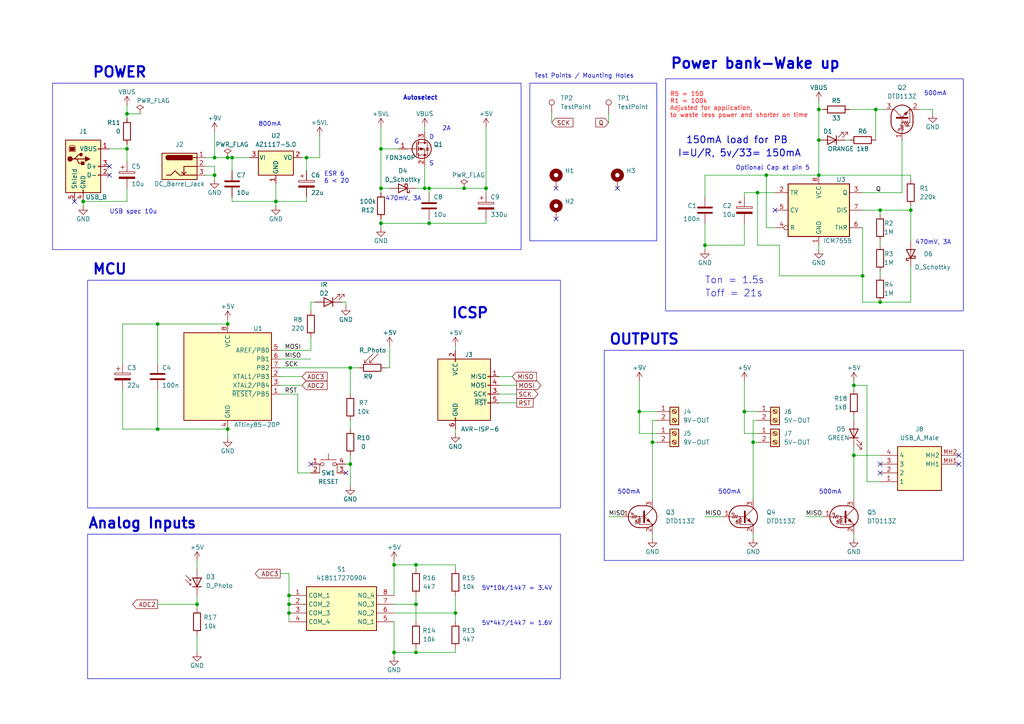
<source format=kicad_sch>
(kicad_sch (version 20230121) (generator eeschema)

  (uuid 2b00cc83-e9bf-4259-bdcc-0448b050ef08)

  (paper "A4")

  (title_block
    (title "STGS-v0.2")
    (date "2023-11-08")
    (rev "1")
    (company "Student Project")
    (comment 1 "Jure Cubelic")
  )

  (lib_symbols
    (symbol "Connector:AVR-ISP-6" (pin_names (offset 1.016)) (in_bom yes) (on_board yes)
      (property "Reference" "J" (at -6.35 11.43 0)
        (effects (font (size 1.27 1.27)) (justify left))
      )
      (property "Value" "AVR-ISP-6" (at 0 11.43 0)
        (effects (font (size 1.27 1.27)) (justify left))
      )
      (property "Footprint" "" (at -6.35 1.27 90)
        (effects (font (size 1.27 1.27)) hide)
      )
      (property "Datasheet" " ~" (at -32.385 -13.97 0)
        (effects (font (size 1.27 1.27)) hide)
      )
      (property "ki_keywords" "AVR ISP Connector" (at 0 0 0)
        (effects (font (size 1.27 1.27)) hide)
      )
      (property "ki_description" "Atmel 6-pin ISP connector" (at 0 0 0)
        (effects (font (size 1.27 1.27)) hide)
      )
      (property "ki_fp_filters" "IDC?Header*2x03* Pin?Header*2x03*" (at 0 0 0)
        (effects (font (size 1.27 1.27)) hide)
      )
      (symbol "AVR-ISP-6_0_1"
        (rectangle (start -2.667 -6.858) (end -2.413 -7.62)
          (stroke (width 0) (type default))
          (fill (type none))
        )
        (rectangle (start -2.667 10.16) (end -2.413 9.398)
          (stroke (width 0) (type default))
          (fill (type none))
        )
        (rectangle (start 7.62 -2.413) (end 6.858 -2.667)
          (stroke (width 0) (type default))
          (fill (type none))
        )
        (rectangle (start 7.62 0.127) (end 6.858 -0.127)
          (stroke (width 0) (type default))
          (fill (type none))
        )
        (rectangle (start 7.62 2.667) (end 6.858 2.413)
          (stroke (width 0) (type default))
          (fill (type none))
        )
        (rectangle (start 7.62 5.207) (end 6.858 4.953)
          (stroke (width 0) (type default))
          (fill (type none))
        )
        (rectangle (start 7.62 10.16) (end -7.62 -7.62)
          (stroke (width 0.254) (type default))
          (fill (type background))
        )
      )
      (symbol "AVR-ISP-6_1_1"
        (pin passive line (at 10.16 5.08 180) (length 2.54)
          (name "MISO" (effects (font (size 1.27 1.27))))
          (number "1" (effects (font (size 1.27 1.27))))
        )
        (pin passive line (at -2.54 12.7 270) (length 2.54)
          (name "VCC" (effects (font (size 1.27 1.27))))
          (number "2" (effects (font (size 1.27 1.27))))
        )
        (pin passive line (at 10.16 0 180) (length 2.54)
          (name "SCK" (effects (font (size 1.27 1.27))))
          (number "3" (effects (font (size 1.27 1.27))))
        )
        (pin passive line (at 10.16 2.54 180) (length 2.54)
          (name "MOSI" (effects (font (size 1.27 1.27))))
          (number "4" (effects (font (size 1.27 1.27))))
        )
        (pin passive line (at 10.16 -2.54 180) (length 2.54)
          (name "~{RST}" (effects (font (size 1.27 1.27))))
          (number "5" (effects (font (size 1.27 1.27))))
        )
        (pin passive line (at -2.54 -10.16 90) (length 2.54)
          (name "GND" (effects (font (size 1.27 1.27))))
          (number "6" (effects (font (size 1.27 1.27))))
        )
      )
    )
    (symbol "Connector:Barrel_Jack_Switch_Pin3Ring" (pin_names hide) (in_bom yes) (on_board yes)
      (property "Reference" "J" (at 0 5.334 0)
        (effects (font (size 1.27 1.27)))
      )
      (property "Value" "Barrel_Jack_Switch_Pin3Ring" (at 0 -5.08 0)
        (effects (font (size 1.27 1.27)))
      )
      (property "Footprint" "" (at 1.27 -1.016 0)
        (effects (font (size 1.27 1.27)) hide)
      )
      (property "Datasheet" "~" (at 1.27 -1.016 0)
        (effects (font (size 1.27 1.27)) hide)
      )
      (property "ki_keywords" "DC power barrel jack connector" (at 0 0 0)
        (effects (font (size 1.27 1.27)) hide)
      )
      (property "ki_description" "DC Barrel Jack with an internal switch" (at 0 0 0)
        (effects (font (size 1.27 1.27)) hide)
      )
      (property "ki_fp_filters" "BarrelJack*" (at 0 0 0)
        (effects (font (size 1.27 1.27)) hide)
      )
      (symbol "Barrel_Jack_Switch_Pin3Ring_0_1"
        (rectangle (start -5.08 3.81) (end 5.08 -3.81)
          (stroke (width 0.254) (type default))
          (fill (type background))
        )
        (arc (start -3.302 3.175) (mid -3.9343 2.54) (end -3.302 1.905)
          (stroke (width 0.254) (type default))
          (fill (type none))
        )
        (arc (start -3.302 3.175) (mid -3.9343 2.54) (end -3.302 1.905)
          (stroke (width 0.254) (type default))
          (fill (type outline))
        )
        (polyline
          (pts
            (xy 1.27 -2.286)
            (xy 1.905 -1.651)
          )
          (stroke (width 0.254) (type default))
          (fill (type none))
        )
        (polyline
          (pts
            (xy 5.08 2.54)
            (xy 3.81 2.54)
          )
          (stroke (width 0.254) (type default))
          (fill (type none))
        )
        (polyline
          (pts
            (xy 5.08 0)
            (xy 1.27 0)
            (xy 1.27 -2.286)
            (xy 0.635 -1.651)
          )
          (stroke (width 0.254) (type default))
          (fill (type none))
        )
        (polyline
          (pts
            (xy -3.81 -2.54)
            (xy -2.54 -2.54)
            (xy -1.27 -1.27)
            (xy 0 -2.54)
            (xy 2.54 -2.54)
            (xy 5.08 -2.54)
          )
          (stroke (width 0.254) (type default))
          (fill (type none))
        )
        (rectangle (start 3.683 3.175) (end -3.302 1.905)
          (stroke (width 0.254) (type default))
          (fill (type outline))
        )
      )
      (symbol "Barrel_Jack_Switch_Pin3Ring_1_1"
        (pin passive line (at 7.62 2.54 180) (length 2.54)
          (name "~" (effects (font (size 1.27 1.27))))
          (number "1" (effects (font (size 1.27 1.27))))
        )
        (pin passive line (at 7.62 0 180) (length 2.54)
          (name "~" (effects (font (size 1.27 1.27))))
          (number "2" (effects (font (size 1.27 1.27))))
        )
        (pin passive line (at 7.62 -2.54 180) (length 2.54)
          (name "~" (effects (font (size 1.27 1.27))))
          (number "3" (effects (font (size 1.27 1.27))))
        )
      )
    )
    (symbol "Connector:Screw_Terminal_01x02" (pin_names (offset 1.016) hide) (in_bom yes) (on_board yes)
      (property "Reference" "J" (at 0 2.54 0)
        (effects (font (size 1.27 1.27)))
      )
      (property "Value" "Screw_Terminal_01x02" (at 0 -5.08 0)
        (effects (font (size 1.27 1.27)))
      )
      (property "Footprint" "" (at 0 0 0)
        (effects (font (size 1.27 1.27)) hide)
      )
      (property "Datasheet" "~" (at 0 0 0)
        (effects (font (size 1.27 1.27)) hide)
      )
      (property "ki_keywords" "screw terminal" (at 0 0 0)
        (effects (font (size 1.27 1.27)) hide)
      )
      (property "ki_description" "Generic screw terminal, single row, 01x02, script generated (kicad-library-utils/schlib/autogen/connector/)" (at 0 0 0)
        (effects (font (size 1.27 1.27)) hide)
      )
      (property "ki_fp_filters" "TerminalBlock*:*" (at 0 0 0)
        (effects (font (size 1.27 1.27)) hide)
      )
      (symbol "Screw_Terminal_01x02_1_1"
        (rectangle (start -1.27 1.27) (end 1.27 -3.81)
          (stroke (width 0.254) (type default))
          (fill (type background))
        )
        (circle (center 0 -2.54) (radius 0.635)
          (stroke (width 0.1524) (type default))
          (fill (type none))
        )
        (polyline
          (pts
            (xy -0.5334 -2.2098)
            (xy 0.3302 -3.048)
          )
          (stroke (width 0.1524) (type default))
          (fill (type none))
        )
        (polyline
          (pts
            (xy -0.5334 0.3302)
            (xy 0.3302 -0.508)
          )
          (stroke (width 0.1524) (type default))
          (fill (type none))
        )
        (polyline
          (pts
            (xy -0.3556 -2.032)
            (xy 0.508 -2.8702)
          )
          (stroke (width 0.1524) (type default))
          (fill (type none))
        )
        (polyline
          (pts
            (xy -0.3556 0.508)
            (xy 0.508 -0.3302)
          )
          (stroke (width 0.1524) (type default))
          (fill (type none))
        )
        (circle (center 0 0) (radius 0.635)
          (stroke (width 0.1524) (type default))
          (fill (type none))
        )
        (pin passive line (at -5.08 0 0) (length 3.81)
          (name "Pin_1" (effects (font (size 1.27 1.27))))
          (number "1" (effects (font (size 1.27 1.27))))
        )
        (pin passive line (at -5.08 -2.54 0) (length 3.81)
          (name "Pin_2" (effects (font (size 1.27 1.27))))
          (number "2" (effects (font (size 1.27 1.27))))
        )
      )
    )
    (symbol "Connector:TestPoint" (pin_numbers hide) (pin_names (offset 0.762) hide) (in_bom yes) (on_board yes)
      (property "Reference" "TP" (at 0 6.858 0)
        (effects (font (size 1.27 1.27)))
      )
      (property "Value" "TestPoint" (at 0 5.08 0)
        (effects (font (size 1.27 1.27)))
      )
      (property "Footprint" "" (at 5.08 0 0)
        (effects (font (size 1.27 1.27)) hide)
      )
      (property "Datasheet" "~" (at 5.08 0 0)
        (effects (font (size 1.27 1.27)) hide)
      )
      (property "ki_keywords" "test point tp" (at 0 0 0)
        (effects (font (size 1.27 1.27)) hide)
      )
      (property "ki_description" "test point" (at 0 0 0)
        (effects (font (size 1.27 1.27)) hide)
      )
      (property "ki_fp_filters" "Pin* Test*" (at 0 0 0)
        (effects (font (size 1.27 1.27)) hide)
      )
      (symbol "TestPoint_0_1"
        (circle (center 0 3.302) (radius 0.762)
          (stroke (width 0) (type default))
          (fill (type none))
        )
      )
      (symbol "TestPoint_1_1"
        (pin passive line (at 0 0 90) (length 2.54)
          (name "1" (effects (font (size 1.27 1.27))))
          (number "1" (effects (font (size 1.27 1.27))))
        )
      )
    )
    (symbol "Connector:USB_B" (pin_names (offset 1.016)) (in_bom yes) (on_board yes)
      (property "Reference" "J" (at -5.08 11.43 0)
        (effects (font (size 1.27 1.27)) (justify left))
      )
      (property "Value" "USB_B" (at -5.08 8.89 0)
        (effects (font (size 1.27 1.27)) (justify left))
      )
      (property "Footprint" "" (at 3.81 -1.27 0)
        (effects (font (size 1.27 1.27)) hide)
      )
      (property "Datasheet" " ~" (at 3.81 -1.27 0)
        (effects (font (size 1.27 1.27)) hide)
      )
      (property "ki_keywords" "connector USB" (at 0 0 0)
        (effects (font (size 1.27 1.27)) hide)
      )
      (property "ki_description" "USB Type B connector" (at 0 0 0)
        (effects (font (size 1.27 1.27)) hide)
      )
      (property "ki_fp_filters" "USB*" (at 0 0 0)
        (effects (font (size 1.27 1.27)) hide)
      )
      (symbol "USB_B_0_1"
        (rectangle (start -5.08 -7.62) (end 5.08 7.62)
          (stroke (width 0.254) (type default))
          (fill (type background))
        )
        (circle (center -3.81 2.159) (radius 0.635)
          (stroke (width 0.254) (type default))
          (fill (type outline))
        )
        (rectangle (start -3.81 5.588) (end -2.54 4.572)
          (stroke (width 0) (type default))
          (fill (type outline))
        )
        (circle (center -0.635 3.429) (radius 0.381)
          (stroke (width 0.254) (type default))
          (fill (type outline))
        )
        (rectangle (start -0.127 -7.62) (end 0.127 -6.858)
          (stroke (width 0) (type default))
          (fill (type none))
        )
        (polyline
          (pts
            (xy -1.905 2.159)
            (xy 0.635 2.159)
          )
          (stroke (width 0.254) (type default))
          (fill (type none))
        )
        (polyline
          (pts
            (xy -3.175 2.159)
            (xy -2.54 2.159)
            (xy -1.27 3.429)
            (xy -0.635 3.429)
          )
          (stroke (width 0.254) (type default))
          (fill (type none))
        )
        (polyline
          (pts
            (xy -2.54 2.159)
            (xy -1.905 2.159)
            (xy -1.27 0.889)
            (xy 0 0.889)
          )
          (stroke (width 0.254) (type default))
          (fill (type none))
        )
        (polyline
          (pts
            (xy 0.635 2.794)
            (xy 0.635 1.524)
            (xy 1.905 2.159)
            (xy 0.635 2.794)
          )
          (stroke (width 0.254) (type default))
          (fill (type outline))
        )
        (polyline
          (pts
            (xy -4.064 4.318)
            (xy -2.286 4.318)
            (xy -2.286 5.715)
            (xy -2.667 6.096)
            (xy -3.683 6.096)
            (xy -4.064 5.715)
            (xy -4.064 4.318)
          )
          (stroke (width 0) (type default))
          (fill (type none))
        )
        (rectangle (start 0.254 1.27) (end -0.508 0.508)
          (stroke (width 0.254) (type default))
          (fill (type outline))
        )
        (rectangle (start 5.08 -2.667) (end 4.318 -2.413)
          (stroke (width 0) (type default))
          (fill (type none))
        )
        (rectangle (start 5.08 -0.127) (end 4.318 0.127)
          (stroke (width 0) (type default))
          (fill (type none))
        )
        (rectangle (start 5.08 4.953) (end 4.318 5.207)
          (stroke (width 0) (type default))
          (fill (type none))
        )
      )
      (symbol "USB_B_1_1"
        (pin power_out line (at 7.62 5.08 180) (length 2.54)
          (name "VBUS" (effects (font (size 1.27 1.27))))
          (number "1" (effects (font (size 1.27 1.27))))
        )
        (pin bidirectional line (at 7.62 -2.54 180) (length 2.54)
          (name "D-" (effects (font (size 1.27 1.27))))
          (number "2" (effects (font (size 1.27 1.27))))
        )
        (pin bidirectional line (at 7.62 0 180) (length 2.54)
          (name "D+" (effects (font (size 1.27 1.27))))
          (number "3" (effects (font (size 1.27 1.27))))
        )
        (pin power_out line (at 0 -10.16 90) (length 2.54)
          (name "GND" (effects (font (size 1.27 1.27))))
          (number "4" (effects (font (size 1.27 1.27))))
        )
        (pin passive line (at -2.54 -10.16 90) (length 2.54)
          (name "Shield" (effects (font (size 1.27 1.27))))
          (number "5" (effects (font (size 1.27 1.27))))
        )
      )
    )
    (symbol "DIPswitch4:418117270904" (in_bom yes) (on_board yes)
      (property "Reference" "S" (at 26.67 7.62 0)
        (effects (font (size 1.27 1.27)) (justify left top))
      )
      (property "Value" "418117270904" (at 26.67 5.08 0)
        (effects (font (size 1.27 1.27)) (justify left top))
      )
      (property "Footprint" "418117270904" (at 26.67 -94.92 0)
        (effects (font (size 1.27 1.27)) (justify left top) hide)
      )
      (property "Datasheet" "https://componentsearchengine.com/Datasheets/1/418117270904.pdf" (at 26.67 -194.92 0)
        (effects (font (size 1.27 1.27)) (justify left top) hide)
      )
      (property "Height" "5.4" (at 26.67 -394.92 0)
        (effects (font (size 1.27 1.27)) (justify left top) hide)
      )
      (property "Mouser Part Number" "710-418117270904" (at 26.67 -494.92 0)
        (effects (font (size 1.27 1.27)) (justify left top) hide)
      )
      (property "Mouser Price/Stock" "https://www.mouser.co.uk/ProductDetail/Wurth-Elektronik/418117270904?qs=wr8lucFkNMUW2I6n2hVTKw%3D%3D" (at 26.67 -594.92 0)
        (effects (font (size 1.27 1.27)) (justify left top) hide)
      )
      (property "Manufacturer_Name" "Wurth Elektronik" (at 26.67 -694.92 0)
        (effects (font (size 1.27 1.27)) (justify left top) hide)
      )
      (property "Manufacturer_Part_Number" "418117270904" (at 26.67 -794.92 0)
        (effects (font (size 1.27 1.27)) (justify left top) hide)
      )
      (property "ki_description" "DIP Switches / SIP Switches WS-DITV DIP 4p THT 2.54mm Hrztl Box" (at 0 0 0)
        (effects (font (size 1.27 1.27)) hide)
      )
      (symbol "418117270904_1_1"
        (rectangle (start 5.08 2.54) (end 25.4 -10.16)
          (stroke (width 0.254) (type default))
          (fill (type background))
        )
        (pin passive line (at 0 0 0) (length 5.08)
          (name "COM_1" (effects (font (size 1.27 1.27))))
          (number "1" (effects (font (size 1.27 1.27))))
        )
        (pin passive line (at 0 -2.54 0) (length 5.08)
          (name "COM_2" (effects (font (size 1.27 1.27))))
          (number "2" (effects (font (size 1.27 1.27))))
        )
        (pin passive line (at 0 -5.08 0) (length 5.08)
          (name "COM_3" (effects (font (size 1.27 1.27))))
          (number "3" (effects (font (size 1.27 1.27))))
        )
        (pin passive line (at 0 -7.62 0) (length 5.08)
          (name "COM_4" (effects (font (size 1.27 1.27))))
          (number "4" (effects (font (size 1.27 1.27))))
        )
        (pin passive line (at 30.48 -7.62 180) (length 5.08)
          (name "NO_1" (effects (font (size 1.27 1.27))))
          (number "5" (effects (font (size 1.27 1.27))))
        )
        (pin passive line (at 30.48 -5.08 180) (length 5.08)
          (name "NO_2" (effects (font (size 1.27 1.27))))
          (number "6" (effects (font (size 1.27 1.27))))
        )
        (pin passive line (at 30.48 -2.54 180) (length 5.08)
          (name "NO_3" (effects (font (size 1.27 1.27))))
          (number "7" (effects (font (size 1.27 1.27))))
        )
        (pin passive line (at 30.48 0 180) (length 5.08)
          (name "NO_4" (effects (font (size 1.27 1.27))))
          (number "8" (effects (font (size 1.27 1.27))))
        )
      )
    )
    (symbol "Device:C" (pin_numbers hide) (pin_names (offset 0.254)) (in_bom yes) (on_board yes)
      (property "Reference" "C" (at 0.635 2.54 0)
        (effects (font (size 1.27 1.27)) (justify left))
      )
      (property "Value" "C" (at 0.635 -2.54 0)
        (effects (font (size 1.27 1.27)) (justify left))
      )
      (property "Footprint" "" (at 0.9652 -3.81 0)
        (effects (font (size 1.27 1.27)) hide)
      )
      (property "Datasheet" "~" (at 0 0 0)
        (effects (font (size 1.27 1.27)) hide)
      )
      (property "ki_keywords" "cap capacitor" (at 0 0 0)
        (effects (font (size 1.27 1.27)) hide)
      )
      (property "ki_description" "Unpolarized capacitor" (at 0 0 0)
        (effects (font (size 1.27 1.27)) hide)
      )
      (property "ki_fp_filters" "C_*" (at 0 0 0)
        (effects (font (size 1.27 1.27)) hide)
      )
      (symbol "C_0_1"
        (polyline
          (pts
            (xy -2.032 -0.762)
            (xy 2.032 -0.762)
          )
          (stroke (width 0.508) (type default))
          (fill (type none))
        )
        (polyline
          (pts
            (xy -2.032 0.762)
            (xy 2.032 0.762)
          )
          (stroke (width 0.508) (type default))
          (fill (type none))
        )
      )
      (symbol "C_1_1"
        (pin passive line (at 0 3.81 270) (length 2.794)
          (name "~" (effects (font (size 1.27 1.27))))
          (number "1" (effects (font (size 1.27 1.27))))
        )
        (pin passive line (at 0 -3.81 90) (length 2.794)
          (name "~" (effects (font (size 1.27 1.27))))
          (number "2" (effects (font (size 1.27 1.27))))
        )
      )
    )
    (symbol "Device:C_Polarized" (pin_numbers hide) (pin_names (offset 0.254)) (in_bom yes) (on_board yes)
      (property "Reference" "C" (at 0.635 2.54 0)
        (effects (font (size 1.27 1.27)) (justify left))
      )
      (property "Value" "C_Polarized" (at 0.635 -2.54 0)
        (effects (font (size 1.27 1.27)) (justify left))
      )
      (property "Footprint" "" (at 0.9652 -3.81 0)
        (effects (font (size 1.27 1.27)) hide)
      )
      (property "Datasheet" "~" (at 0 0 0)
        (effects (font (size 1.27 1.27)) hide)
      )
      (property "ki_keywords" "cap capacitor" (at 0 0 0)
        (effects (font (size 1.27 1.27)) hide)
      )
      (property "ki_description" "Polarized capacitor" (at 0 0 0)
        (effects (font (size 1.27 1.27)) hide)
      )
      (property "ki_fp_filters" "CP_*" (at 0 0 0)
        (effects (font (size 1.27 1.27)) hide)
      )
      (symbol "C_Polarized_0_1"
        (rectangle (start -2.286 0.508) (end 2.286 1.016)
          (stroke (width 0) (type default))
          (fill (type none))
        )
        (polyline
          (pts
            (xy -1.778 2.286)
            (xy -0.762 2.286)
          )
          (stroke (width 0) (type default))
          (fill (type none))
        )
        (polyline
          (pts
            (xy -1.27 2.794)
            (xy -1.27 1.778)
          )
          (stroke (width 0) (type default))
          (fill (type none))
        )
        (rectangle (start 2.286 -0.508) (end -2.286 -1.016)
          (stroke (width 0) (type default))
          (fill (type outline))
        )
      )
      (symbol "C_Polarized_1_1"
        (pin passive line (at 0 3.81 270) (length 2.794)
          (name "~" (effects (font (size 1.27 1.27))))
          (number "1" (effects (font (size 1.27 1.27))))
        )
        (pin passive line (at 0 -3.81 90) (length 2.794)
          (name "~" (effects (font (size 1.27 1.27))))
          (number "2" (effects (font (size 1.27 1.27))))
        )
      )
    )
    (symbol "Device:D_Photo" (pin_numbers hide) (pin_names hide) (in_bom yes) (on_board yes)
      (property "Reference" "D" (at 0.508 1.778 0)
        (effects (font (size 1.27 1.27)) (justify left))
      )
      (property "Value" "D_Photo" (at -1.016 -2.794 0)
        (effects (font (size 1.27 1.27)))
      )
      (property "Footprint" "" (at -1.27 0 0)
        (effects (font (size 1.27 1.27)) hide)
      )
      (property "Datasheet" "~" (at -1.27 0 0)
        (effects (font (size 1.27 1.27)) hide)
      )
      (property "ki_keywords" "photodiode diode opto" (at 0 0 0)
        (effects (font (size 1.27 1.27)) hide)
      )
      (property "ki_description" "Photodiode" (at 0 0 0)
        (effects (font (size 1.27 1.27)) hide)
      )
      (symbol "D_Photo_0_1"
        (polyline
          (pts
            (xy -2.54 1.27)
            (xy -2.54 -1.27)
          )
          (stroke (width 0.254) (type default))
          (fill (type none))
        )
        (polyline
          (pts
            (xy -2.032 1.778)
            (xy -1.524 1.778)
          )
          (stroke (width 0) (type default))
          (fill (type none))
        )
        (polyline
          (pts
            (xy 0 0)
            (xy -2.54 0)
          )
          (stroke (width 0) (type default))
          (fill (type none))
        )
        (polyline
          (pts
            (xy -0.508 3.302)
            (xy -2.032 1.778)
            (xy -2.032 2.286)
          )
          (stroke (width 0) (type default))
          (fill (type none))
        )
        (polyline
          (pts
            (xy 0 -1.27)
            (xy 0 1.27)
            (xy -2.54 0)
            (xy 0 -1.27)
          )
          (stroke (width 0.254) (type default))
          (fill (type none))
        )
        (polyline
          (pts
            (xy 0.762 3.302)
            (xy -0.762 1.778)
            (xy -0.762 2.286)
            (xy -0.762 1.778)
            (xy -0.254 1.778)
          )
          (stroke (width 0) (type default))
          (fill (type none))
        )
      )
      (symbol "D_Photo_1_1"
        (pin passive line (at -5.08 0 0) (length 2.54)
          (name "K" (effects (font (size 1.27 1.27))))
          (number "1" (effects (font (size 1.27 1.27))))
        )
        (pin passive line (at 2.54 0 180) (length 2.54)
          (name "A" (effects (font (size 1.27 1.27))))
          (number "2" (effects (font (size 1.27 1.27))))
        )
      )
    )
    (symbol "Device:D_Schottky" (pin_numbers hide) (pin_names (offset 1.016) hide) (in_bom yes) (on_board yes)
      (property "Reference" "D" (at 0 2.54 0)
        (effects (font (size 1.27 1.27)))
      )
      (property "Value" "D_Schottky" (at 0 -2.54 0)
        (effects (font (size 1.27 1.27)))
      )
      (property "Footprint" "" (at 0 0 0)
        (effects (font (size 1.27 1.27)) hide)
      )
      (property "Datasheet" "~" (at 0 0 0)
        (effects (font (size 1.27 1.27)) hide)
      )
      (property "ki_keywords" "diode Schottky" (at 0 0 0)
        (effects (font (size 1.27 1.27)) hide)
      )
      (property "ki_description" "Schottky diode" (at 0 0 0)
        (effects (font (size 1.27 1.27)) hide)
      )
      (property "ki_fp_filters" "TO-???* *_Diode_* *SingleDiode* D_*" (at 0 0 0)
        (effects (font (size 1.27 1.27)) hide)
      )
      (symbol "D_Schottky_0_1"
        (polyline
          (pts
            (xy 1.27 0)
            (xy -1.27 0)
          )
          (stroke (width 0) (type default))
          (fill (type none))
        )
        (polyline
          (pts
            (xy 1.27 1.27)
            (xy 1.27 -1.27)
            (xy -1.27 0)
            (xy 1.27 1.27)
          )
          (stroke (width 0.254) (type default))
          (fill (type none))
        )
        (polyline
          (pts
            (xy -1.905 0.635)
            (xy -1.905 1.27)
            (xy -1.27 1.27)
            (xy -1.27 -1.27)
            (xy -0.635 -1.27)
            (xy -0.635 -0.635)
          )
          (stroke (width 0.254) (type default))
          (fill (type none))
        )
      )
      (symbol "D_Schottky_1_1"
        (pin passive line (at -3.81 0 0) (length 2.54)
          (name "K" (effects (font (size 1.27 1.27))))
          (number "1" (effects (font (size 1.27 1.27))))
        )
        (pin passive line (at 3.81 0 180) (length 2.54)
          (name "A" (effects (font (size 1.27 1.27))))
          (number "2" (effects (font (size 1.27 1.27))))
        )
      )
    )
    (symbol "Device:LED" (pin_numbers hide) (pin_names (offset 1.016) hide) (in_bom yes) (on_board yes)
      (property "Reference" "D" (at 0 2.54 0)
        (effects (font (size 1.27 1.27)))
      )
      (property "Value" "LED" (at 0 -2.54 0)
        (effects (font (size 1.27 1.27)))
      )
      (property "Footprint" "" (at 0 0 0)
        (effects (font (size 1.27 1.27)) hide)
      )
      (property "Datasheet" "~" (at 0 0 0)
        (effects (font (size 1.27 1.27)) hide)
      )
      (property "ki_keywords" "LED diode" (at 0 0 0)
        (effects (font (size 1.27 1.27)) hide)
      )
      (property "ki_description" "Light emitting diode" (at 0 0 0)
        (effects (font (size 1.27 1.27)) hide)
      )
      (property "ki_fp_filters" "LED* LED_SMD:* LED_THT:*" (at 0 0 0)
        (effects (font (size 1.27 1.27)) hide)
      )
      (symbol "LED_0_1"
        (polyline
          (pts
            (xy -1.27 -1.27)
            (xy -1.27 1.27)
          )
          (stroke (width 0.254) (type default))
          (fill (type none))
        )
        (polyline
          (pts
            (xy -1.27 0)
            (xy 1.27 0)
          )
          (stroke (width 0) (type default))
          (fill (type none))
        )
        (polyline
          (pts
            (xy 1.27 -1.27)
            (xy 1.27 1.27)
            (xy -1.27 0)
            (xy 1.27 -1.27)
          )
          (stroke (width 0.254) (type default))
          (fill (type none))
        )
        (polyline
          (pts
            (xy -3.048 -0.762)
            (xy -4.572 -2.286)
            (xy -3.81 -2.286)
            (xy -4.572 -2.286)
            (xy -4.572 -1.524)
          )
          (stroke (width 0) (type default))
          (fill (type none))
        )
        (polyline
          (pts
            (xy -1.778 -0.762)
            (xy -3.302 -2.286)
            (xy -2.54 -2.286)
            (xy -3.302 -2.286)
            (xy -3.302 -1.524)
          )
          (stroke (width 0) (type default))
          (fill (type none))
        )
      )
      (symbol "LED_1_1"
        (pin passive line (at -3.81 0 0) (length 2.54)
          (name "K" (effects (font (size 1.27 1.27))))
          (number "1" (effects (font (size 1.27 1.27))))
        )
        (pin passive line (at 3.81 0 180) (length 2.54)
          (name "A" (effects (font (size 1.27 1.27))))
          (number "2" (effects (font (size 1.27 1.27))))
        )
      )
    )
    (symbol "Device:R" (pin_numbers hide) (pin_names (offset 0)) (in_bom yes) (on_board yes)
      (property "Reference" "R" (at 2.032 0 90)
        (effects (font (size 1.27 1.27)))
      )
      (property "Value" "R" (at 0 0 90)
        (effects (font (size 1.27 1.27)))
      )
      (property "Footprint" "" (at -1.778 0 90)
        (effects (font (size 1.27 1.27)) hide)
      )
      (property "Datasheet" "~" (at 0 0 0)
        (effects (font (size 1.27 1.27)) hide)
      )
      (property "ki_keywords" "R res resistor" (at 0 0 0)
        (effects (font (size 1.27 1.27)) hide)
      )
      (property "ki_description" "Resistor" (at 0 0 0)
        (effects (font (size 1.27 1.27)) hide)
      )
      (property "ki_fp_filters" "R_*" (at 0 0 0)
        (effects (font (size 1.27 1.27)) hide)
      )
      (symbol "R_0_1"
        (rectangle (start -1.016 -2.54) (end 1.016 2.54)
          (stroke (width 0.254) (type default))
          (fill (type none))
        )
      )
      (symbol "R_1_1"
        (pin passive line (at 0 3.81 270) (length 1.27)
          (name "~" (effects (font (size 1.27 1.27))))
          (number "1" (effects (font (size 1.27 1.27))))
        )
        (pin passive line (at 0 -3.81 90) (length 1.27)
          (name "~" (effects (font (size 1.27 1.27))))
          (number "2" (effects (font (size 1.27 1.27))))
        )
      )
    )
    (symbol "Device:R_Photo" (pin_numbers hide) (pin_names (offset 0)) (in_bom yes) (on_board yes)
      (property "Reference" "R" (at 1.27 1.27 0)
        (effects (font (size 1.27 1.27)) (justify left))
      )
      (property "Value" "R_Photo" (at 1.27 0 0)
        (effects (font (size 1.27 1.27)) (justify left top))
      )
      (property "Footprint" "" (at 1.27 -6.35 90)
        (effects (font (size 1.27 1.27)) (justify left) hide)
      )
      (property "Datasheet" "~" (at 0 -1.27 0)
        (effects (font (size 1.27 1.27)) hide)
      )
      (property "ki_keywords" "resistor variable light sensitive opto LDR" (at 0 0 0)
        (effects (font (size 1.27 1.27)) hide)
      )
      (property "ki_description" "Photoresistor" (at 0 0 0)
        (effects (font (size 1.27 1.27)) hide)
      )
      (property "ki_fp_filters" "*LDR* R?LDR*" (at 0 0 0)
        (effects (font (size 1.27 1.27)) hide)
      )
      (symbol "R_Photo_0_1"
        (rectangle (start -1.016 2.54) (end 1.016 -2.54)
          (stroke (width 0.254) (type default))
          (fill (type none))
        )
        (polyline
          (pts
            (xy -1.524 -2.286)
            (xy -4.064 0.254)
          )
          (stroke (width 0) (type default))
          (fill (type none))
        )
        (polyline
          (pts
            (xy -1.524 -2.286)
            (xy -2.286 -2.286)
          )
          (stroke (width 0) (type default))
          (fill (type none))
        )
        (polyline
          (pts
            (xy -1.524 -2.286)
            (xy -1.524 -1.524)
          )
          (stroke (width 0) (type default))
          (fill (type none))
        )
        (polyline
          (pts
            (xy -1.524 -0.762)
            (xy -4.064 1.778)
          )
          (stroke (width 0) (type default))
          (fill (type none))
        )
        (polyline
          (pts
            (xy -1.524 -0.762)
            (xy -2.286 -0.762)
          )
          (stroke (width 0) (type default))
          (fill (type none))
        )
        (polyline
          (pts
            (xy -1.524 -0.762)
            (xy -1.524 0)
          )
          (stroke (width 0) (type default))
          (fill (type none))
        )
      )
      (symbol "R_Photo_1_1"
        (pin passive line (at 0 3.81 270) (length 1.27)
          (name "~" (effects (font (size 1.27 1.27))))
          (number "1" (effects (font (size 1.27 1.27))))
        )
        (pin passive line (at 0 -3.81 90) (length 1.27)
          (name "~" (effects (font (size 1.27 1.27))))
          (number "2" (effects (font (size 1.27 1.27))))
        )
      )
    )
    (symbol "MCU_Microchip_ATtiny:ATtiny85-20P" (in_bom yes) (on_board yes)
      (property "Reference" "U" (at -12.7 13.97 0)
        (effects (font (size 1.27 1.27)) (justify left bottom))
      )
      (property "Value" "ATtiny85-20P" (at 2.54 -13.97 0)
        (effects (font (size 1.27 1.27)) (justify left top))
      )
      (property "Footprint" "Package_DIP:DIP-8_W7.62mm" (at 0 0 0)
        (effects (font (size 1.27 1.27) italic) hide)
      )
      (property "Datasheet" "http://ww1.microchip.com/downloads/en/DeviceDoc/atmel-2586-avr-8-bit-microcontroller-attiny25-attiny45-attiny85_datasheet.pdf" (at 0 0 0)
        (effects (font (size 1.27 1.27)) hide)
      )
      (property "ki_keywords" "AVR 8bit Microcontroller tinyAVR" (at 0 0 0)
        (effects (font (size 1.27 1.27)) hide)
      )
      (property "ki_description" "20MHz, 8kB Flash, 512B SRAM, 512B EEPROM, debugWIRE, DIP-8" (at 0 0 0)
        (effects (font (size 1.27 1.27)) hide)
      )
      (property "ki_fp_filters" "DIP*W7.62mm*" (at 0 0 0)
        (effects (font (size 1.27 1.27)) hide)
      )
      (symbol "ATtiny85-20P_0_1"
        (rectangle (start -12.7 -12.7) (end 12.7 12.7)
          (stroke (width 0.254) (type default))
          (fill (type background))
        )
      )
      (symbol "ATtiny85-20P_1_1"
        (pin bidirectional line (at 15.24 -5.08 180) (length 2.54)
          (name "~{RESET}/PB5" (effects (font (size 1.27 1.27))))
          (number "1" (effects (font (size 1.27 1.27))))
        )
        (pin bidirectional line (at 15.24 0 180) (length 2.54)
          (name "XTAL1/PB3" (effects (font (size 1.27 1.27))))
          (number "2" (effects (font (size 1.27 1.27))))
        )
        (pin bidirectional line (at 15.24 -2.54 180) (length 2.54)
          (name "XTAL2/PB4" (effects (font (size 1.27 1.27))))
          (number "3" (effects (font (size 1.27 1.27))))
        )
        (pin power_in line (at 0 -15.24 90) (length 2.54)
          (name "GND" (effects (font (size 1.27 1.27))))
          (number "4" (effects (font (size 1.27 1.27))))
        )
        (pin bidirectional line (at 15.24 7.62 180) (length 2.54)
          (name "AREF/PB0" (effects (font (size 1.27 1.27))))
          (number "5" (effects (font (size 1.27 1.27))))
        )
        (pin bidirectional line (at 15.24 5.08 180) (length 2.54)
          (name "PB1" (effects (font (size 1.27 1.27))))
          (number "6" (effects (font (size 1.27 1.27))))
        )
        (pin bidirectional line (at 15.24 2.54 180) (length 2.54)
          (name "PB2" (effects (font (size 1.27 1.27))))
          (number "7" (effects (font (size 1.27 1.27))))
        )
        (pin power_in line (at 0 15.24 270) (length 2.54)
          (name "VCC" (effects (font (size 1.27 1.27))))
          (number "8" (effects (font (size 1.27 1.27))))
        )
      )
    )
    (symbol "Mechanical:MountingHole_Pad" (pin_numbers hide) (pin_names (offset 1.016) hide) (in_bom yes) (on_board yes)
      (property "Reference" "H" (at 0 6.35 0)
        (effects (font (size 1.27 1.27)))
      )
      (property "Value" "MountingHole_Pad" (at 0 4.445 0)
        (effects (font (size 1.27 1.27)))
      )
      (property "Footprint" "" (at 0 0 0)
        (effects (font (size 1.27 1.27)) hide)
      )
      (property "Datasheet" "~" (at 0 0 0)
        (effects (font (size 1.27 1.27)) hide)
      )
      (property "ki_keywords" "mounting hole" (at 0 0 0)
        (effects (font (size 1.27 1.27)) hide)
      )
      (property "ki_description" "Mounting Hole with connection" (at 0 0 0)
        (effects (font (size 1.27 1.27)) hide)
      )
      (property "ki_fp_filters" "MountingHole*Pad*" (at 0 0 0)
        (effects (font (size 1.27 1.27)) hide)
      )
      (symbol "MountingHole_Pad_0_1"
        (circle (center 0 1.27) (radius 1.27)
          (stroke (width 1.27) (type default))
          (fill (type none))
        )
      )
      (symbol "MountingHole_Pad_1_1"
        (pin input line (at 0 -2.54 90) (length 2.54)
          (name "1" (effects (font (size 1.27 1.27))))
          (number "1" (effects (font (size 1.27 1.27))))
        )
      )
    )
    (symbol "Regulator_Linear:AZ1117-5.0" (pin_names (offset 0.254)) (in_bom yes) (on_board yes)
      (property "Reference" "U" (at -3.81 3.175 0)
        (effects (font (size 1.27 1.27)))
      )
      (property "Value" "AZ1117-5.0" (at 0 3.175 0)
        (effects (font (size 1.27 1.27)) (justify left))
      )
      (property "Footprint" "" (at 0 6.35 0)
        (effects (font (size 1.27 1.27) italic) hide)
      )
      (property "Datasheet" "https://www.diodes.com/assets/Datasheets/AZ1117.pdf" (at 0 0 0)
        (effects (font (size 1.27 1.27)) hide)
      )
      (property "ki_keywords" "Fixed Voltage Regulator 1A Positive LDO" (at 0 0 0)
        (effects (font (size 1.27 1.27)) hide)
      )
      (property "ki_description" "1A 20V Fixed LDO Linear Regulator, 5.0V, SOT-89/SOT-223/TO-220/TO-252/TO-263" (at 0 0 0)
        (effects (font (size 1.27 1.27)) hide)
      )
      (property "ki_fp_filters" "SOT?223* SOT?89* TO?220* TO?252* TO?263*" (at 0 0 0)
        (effects (font (size 1.27 1.27)) hide)
      )
      (symbol "AZ1117-5.0_0_1"
        (rectangle (start -5.08 1.905) (end 5.08 -5.08)
          (stroke (width 0.254) (type default))
          (fill (type background))
        )
      )
      (symbol "AZ1117-5.0_1_1"
        (pin power_in line (at 0 -7.62 90) (length 2.54)
          (name "GND" (effects (font (size 1.27 1.27))))
          (number "1" (effects (font (size 1.27 1.27))))
        )
        (pin power_out line (at 7.62 0 180) (length 2.54)
          (name "VO" (effects (font (size 1.27 1.27))))
          (number "2" (effects (font (size 1.27 1.27))))
        )
        (pin power_in line (at -7.62 0 0) (length 2.54)
          (name "VI" (effects (font (size 1.27 1.27))))
          (number "3" (effects (font (size 1.27 1.27))))
        )
      )
    )
    (symbol "Switch:SW_MEC_5E" (pin_names (offset 1.016) hide) (in_bom yes) (on_board yes)
      (property "Reference" "SW" (at 0.635 5.715 0)
        (effects (font (size 1.27 1.27)) (justify left))
      )
      (property "Value" "SW_MEC_5E" (at 0 -3.175 0)
        (effects (font (size 1.27 1.27)))
      )
      (property "Footprint" "" (at 0 7.62 0)
        (effects (font (size 1.27 1.27)) hide)
      )
      (property "Datasheet" "http://www.apem.com/int/index.php?controller=attachment&id_attachment=1371" (at 0 7.62 0)
        (effects (font (size 1.27 1.27)) hide)
      )
      (property "ki_keywords" "switch normally-open pushbutton push-button" (at 0 0 0)
        (effects (font (size 1.27 1.27)) hide)
      )
      (property "ki_description" "MEC 5E single pole normally-open tactile switch" (at 0 0 0)
        (effects (font (size 1.27 1.27)) hide)
      )
      (property "ki_fp_filters" "SW*MEC*5G*" (at 0 0 0)
        (effects (font (size 1.27 1.27)) hide)
      )
      (symbol "SW_MEC_5E_0_1"
        (circle (center -1.778 2.54) (radius 0.508)
          (stroke (width 0) (type default))
          (fill (type none))
        )
        (polyline
          (pts
            (xy -2.286 3.81)
            (xy 2.286 3.81)
          )
          (stroke (width 0) (type default))
          (fill (type none))
        )
        (polyline
          (pts
            (xy 0 3.81)
            (xy 0 5.588)
          )
          (stroke (width 0) (type default))
          (fill (type none))
        )
        (polyline
          (pts
            (xy -2.54 0)
            (xy -2.54 2.54)
            (xy -2.286 2.54)
          )
          (stroke (width 0) (type default))
          (fill (type none))
        )
        (polyline
          (pts
            (xy 2.54 0)
            (xy 2.54 2.54)
            (xy 2.286 2.54)
          )
          (stroke (width 0) (type default))
          (fill (type none))
        )
        (circle (center 1.778 2.54) (radius 0.508)
          (stroke (width 0) (type default))
          (fill (type none))
        )
        (pin passive line (at -5.08 2.54 0) (length 2.54)
          (name "1" (effects (font (size 1.27 1.27))))
          (number "1" (effects (font (size 1.27 1.27))))
        )
        (pin passive line (at -5.08 0 0) (length 2.54)
          (name "2" (effects (font (size 1.27 1.27))))
          (number "2" (effects (font (size 1.27 1.27))))
        )
        (pin passive line (at 5.08 0 180) (length 2.54)
          (name "K" (effects (font (size 1.27 1.27))))
          (number "3" (effects (font (size 1.27 1.27))))
        )
        (pin passive line (at 5.08 2.54 180) (length 2.54)
          (name "A" (effects (font (size 1.27 1.27))))
          (number "4" (effects (font (size 1.27 1.27))))
        )
      )
    )
    (symbol "Timer:NE555D" (in_bom yes) (on_board yes)
      (property "Reference" "U" (at -10.16 8.89 0)
        (effects (font (size 1.27 1.27)) (justify left))
      )
      (property "Value" "NE555D" (at 2.54 8.89 0)
        (effects (font (size 1.27 1.27)) (justify left))
      )
      (property "Footprint" "Package_SO:SOIC-8_3.9x4.9mm_P1.27mm" (at 21.59 -10.16 0)
        (effects (font (size 1.27 1.27)) hide)
      )
      (property "Datasheet" "http://www.ti.com/lit/ds/symlink/ne555.pdf" (at 21.59 -10.16 0)
        (effects (font (size 1.27 1.27)) hide)
      )
      (property "ki_keywords" "single timer 555" (at 0 0 0)
        (effects (font (size 1.27 1.27)) hide)
      )
      (property "ki_description" "Precision Timers, 555 compatible, SOIC-8" (at 0 0 0)
        (effects (font (size 1.27 1.27)) hide)
      )
      (property "ki_fp_filters" "SOIC*3.9x4.9mm*P1.27mm*" (at 0 0 0)
        (effects (font (size 1.27 1.27)) hide)
      )
      (symbol "NE555D_0_0"
        (pin power_in line (at 0 -10.16 90) (length 2.54)
          (name "GND" (effects (font (size 1.27 1.27))))
          (number "1" (effects (font (size 1.27 1.27))))
        )
        (pin power_in line (at 0 10.16 270) (length 2.54)
          (name "VCC" (effects (font (size 1.27 1.27))))
          (number "8" (effects (font (size 1.27 1.27))))
        )
      )
      (symbol "NE555D_0_1"
        (rectangle (start -8.89 -7.62) (end 8.89 7.62)
          (stroke (width 0.254) (type default))
          (fill (type background))
        )
        (rectangle (start -8.89 -7.62) (end 8.89 7.62)
          (stroke (width 0.254) (type default))
          (fill (type background))
        )
      )
      (symbol "NE555D_1_1"
        (pin input line (at -12.7 5.08 0) (length 3.81)
          (name "TR" (effects (font (size 1.27 1.27))))
          (number "2" (effects (font (size 1.27 1.27))))
        )
        (pin output line (at 12.7 5.08 180) (length 3.81)
          (name "Q" (effects (font (size 1.27 1.27))))
          (number "3" (effects (font (size 1.27 1.27))))
        )
        (pin input inverted (at -12.7 -5.08 0) (length 3.81)
          (name "R" (effects (font (size 1.27 1.27))))
          (number "4" (effects (font (size 1.27 1.27))))
        )
        (pin input line (at -12.7 0 0) (length 3.81)
          (name "CV" (effects (font (size 1.27 1.27))))
          (number "5" (effects (font (size 1.27 1.27))))
        )
        (pin input line (at 12.7 -5.08 180) (length 3.81)
          (name "THR" (effects (font (size 1.27 1.27))))
          (number "6" (effects (font (size 1.27 1.27))))
        )
        (pin input line (at 12.7 0 180) (length 3.81)
          (name "DIS" (effects (font (size 1.27 1.27))))
          (number "7" (effects (font (size 1.27 1.27))))
        )
      )
    )
    (symbol "Transistor_BJT:DTD113Z" (pin_names (offset 0) hide) (in_bom yes) (on_board yes)
      (property "Reference" "Q" (at 5.08 1.905 0)
        (effects (font (size 1.27 1.27)) (justify left))
      )
      (property "Value" "DTD113Z" (at 5.08 0 0)
        (effects (font (size 1.27 1.27)) (justify left))
      )
      (property "Footprint" "" (at 0 0 0)
        (effects (font (size 1.27 1.27)) (justify left) hide)
      )
      (property "Datasheet" "" (at 0 0 0)
        (effects (font (size 1.27 1.27)) (justify left) hide)
      )
      (property "ki_keywords" "ROHM Digital NPN Transistor" (at 0 0 0)
        (effects (font (size 1.27 1.27)) hide)
      )
      (property "ki_description" "Digital NPN Transistor, 1k/10k, SOT-23" (at 0 0 0)
        (effects (font (size 1.27 1.27)) hide)
      )
      (property "ki_fp_filters" "SOT?23* SC?59*" (at 0 0 0)
        (effects (font (size 1.27 1.27)) hide)
      )
      (symbol "DTD113Z_0_0"
        (text "10k" (at -2.159 -1.524 900)
          (effects (font (size 0.508 0.508)))
        )
        (text "1k" (at -3.302 0.889 0)
          (effects (font (size 0.508 0.508)))
        )
      )
      (symbol "DTD113Z_0_1"
        (circle (center -1.27 0) (radius 0.127)
          (stroke (width 0) (type default))
          (fill (type none))
        )
        (arc (start -1.27 3.175) (mid -4.4312 0) (end -1.27 -3.175)
          (stroke (width 0.254) (type default))
          (fill (type none))
        )
        (polyline
          (pts
            (xy -3.429 0)
            (xy -3.81 0)
          )
          (stroke (width 0) (type default))
          (fill (type none))
        )
        (polyline
          (pts
            (xy -1.27 -3.175)
            (xy 0.635 -3.175)
          )
          (stroke (width 0.254) (type default))
          (fill (type none))
        )
        (polyline
          (pts
            (xy -1.27 3.175)
            (xy 0.635 3.175)
          )
          (stroke (width 0.254) (type default))
          (fill (type none))
        )
        (polyline
          (pts
            (xy 0 -0.254)
            (xy 2.54 2.286)
          )
          (stroke (width 0) (type default))
          (fill (type none))
        )
        (polyline
          (pts
            (xy 0.127 1.524)
            (xy 0.127 -1.651)
          )
          (stroke (width 0.508) (type default))
          (fill (type outline))
        )
        (polyline
          (pts
            (xy 2.54 2.286)
            (xy 2.54 2.54)
          )
          (stroke (width 0) (type default))
          (fill (type none))
        )
        (polyline
          (pts
            (xy 2.54 -2.286)
            (xy 0 0.254)
            (xy 0 0.254)
          )
          (stroke (width 0) (type default))
          (fill (type none))
        )
        (polyline
          (pts
            (xy 0.889 -1.143)
            (xy 1.397 -0.635)
            (xy 1.905 -1.651)
            (xy 0.889 -1.143)
          )
          (stroke (width 0) (type default))
          (fill (type outline))
        )
        (polyline
          (pts
            (xy 0 0)
            (xy -1.905 0)
            (xy -2.032 0.508)
            (xy -2.286 -0.508)
            (xy -2.54 0.508)
            (xy -2.794 -0.508)
            (xy -3.048 0.508)
            (xy -3.302 -0.508)
            (xy -3.429 0)
          )
          (stroke (width 0) (type default))
          (fill (type none))
        )
        (polyline
          (pts
            (xy -1.27 0)
            (xy -1.27 -0.381)
            (xy -0.762 -0.508)
            (xy -1.778 -0.762)
            (xy -0.762 -1.016)
            (xy -1.778 -1.27)
            (xy -0.762 -1.524)
            (xy -1.778 -1.778)
            (xy -1.27 -1.905)
            (xy -1.27 -2.286)
            (xy 2.54 -2.286)
          )
          (stroke (width 0) (type default))
          (fill (type none))
        )
        (arc (start 0.635 -3.175) (mid 3.7962 0) (end 0.635 3.175)
          (stroke (width 0.254) (type default))
          (fill (type none))
        )
        (circle (center 2.54 -2.286) (radius 0.127)
          (stroke (width 0) (type default))
          (fill (type none))
        )
      )
      (symbol "DTD113Z_1_1"
        (pin input line (at -6.35 0 0) (length 2.54)
          (name "B" (effects (font (size 1.27 1.27))))
          (number "1" (effects (font (size 1.27 1.27))))
        )
        (pin passive line (at 2.54 -5.08 90) (length 2.54)
          (name "E" (effects (font (size 1.27 1.27))))
          (number "2" (effects (font (size 1.27 1.27))))
        )
        (pin passive line (at 2.54 5.08 270) (length 2.54)
          (name "C" (effects (font (size 1.27 1.27))))
          (number "3" (effects (font (size 1.27 1.27))))
        )
      )
    )
    (symbol "Transistor_FET:FDN340P" (pin_names hide) (in_bom yes) (on_board yes)
      (property "Reference" "Q" (at 5.08 1.905 0)
        (effects (font (size 1.27 1.27)) (justify left))
      )
      (property "Value" "FDN340P" (at 5.08 0 0)
        (effects (font (size 1.27 1.27)) (justify left))
      )
      (property "Footprint" "Package_TO_SOT_SMD:SOT-23" (at 5.08 -1.905 0)
        (effects (font (size 1.27 1.27) italic) (justify left) hide)
      )
      (property "Datasheet" "https://www.onsemi.com/pub/Collateral/FDN340P-D.PDF" (at 0 0 0)
        (effects (font (size 1.27 1.27)) (justify left) hide)
      )
      (property "ki_keywords" "P-Channel MOSFET" (at 0 0 0)
        (effects (font (size 1.27 1.27)) hide)
      )
      (property "ki_description" "2A Id, 20V Vds, P-Channel MOSFET, 70mOhm Ron, SOT-23" (at 0 0 0)
        (effects (font (size 1.27 1.27)) hide)
      )
      (property "ki_fp_filters" "SOT?23*" (at 0 0 0)
        (effects (font (size 1.27 1.27)) hide)
      )
      (symbol "FDN340P_0_1"
        (polyline
          (pts
            (xy 0.254 0)
            (xy -2.54 0)
          )
          (stroke (width 0) (type default))
          (fill (type none))
        )
        (polyline
          (pts
            (xy 0.254 1.905)
            (xy 0.254 -1.905)
          )
          (stroke (width 0.254) (type default))
          (fill (type none))
        )
        (polyline
          (pts
            (xy 0.762 -1.27)
            (xy 0.762 -2.286)
          )
          (stroke (width 0.254) (type default))
          (fill (type none))
        )
        (polyline
          (pts
            (xy 0.762 0.508)
            (xy 0.762 -0.508)
          )
          (stroke (width 0.254) (type default))
          (fill (type none))
        )
        (polyline
          (pts
            (xy 0.762 2.286)
            (xy 0.762 1.27)
          )
          (stroke (width 0.254) (type default))
          (fill (type none))
        )
        (polyline
          (pts
            (xy 2.54 2.54)
            (xy 2.54 1.778)
          )
          (stroke (width 0) (type default))
          (fill (type none))
        )
        (polyline
          (pts
            (xy 2.54 -2.54)
            (xy 2.54 0)
            (xy 0.762 0)
          )
          (stroke (width 0) (type default))
          (fill (type none))
        )
        (polyline
          (pts
            (xy 0.762 1.778)
            (xy 3.302 1.778)
            (xy 3.302 -1.778)
            (xy 0.762 -1.778)
          )
          (stroke (width 0) (type default))
          (fill (type none))
        )
        (polyline
          (pts
            (xy 2.286 0)
            (xy 1.27 0.381)
            (xy 1.27 -0.381)
            (xy 2.286 0)
          )
          (stroke (width 0) (type default))
          (fill (type outline))
        )
        (polyline
          (pts
            (xy 2.794 -0.508)
            (xy 2.921 -0.381)
            (xy 3.683 -0.381)
            (xy 3.81 -0.254)
          )
          (stroke (width 0) (type default))
          (fill (type none))
        )
        (polyline
          (pts
            (xy 3.302 -0.381)
            (xy 2.921 0.254)
            (xy 3.683 0.254)
            (xy 3.302 -0.381)
          )
          (stroke (width 0) (type default))
          (fill (type none))
        )
        (circle (center 1.651 0) (radius 2.794)
          (stroke (width 0.254) (type default))
          (fill (type none))
        )
        (circle (center 2.54 -1.778) (radius 0.254)
          (stroke (width 0) (type default))
          (fill (type outline))
        )
        (circle (center 2.54 1.778) (radius 0.254)
          (stroke (width 0) (type default))
          (fill (type outline))
        )
      )
      (symbol "FDN340P_1_1"
        (pin input line (at -5.08 0 0) (length 2.54)
          (name "G" (effects (font (size 1.27 1.27))))
          (number "1" (effects (font (size 1.27 1.27))))
        )
        (pin passive line (at 2.54 -5.08 90) (length 2.54)
          (name "S" (effects (font (size 1.27 1.27))))
          (number "2" (effects (font (size 1.27 1.27))))
        )
        (pin passive line (at 2.54 5.08 270) (length 2.54)
          (name "D" (effects (font (size 1.27 1.27))))
          (number "3" (effects (font (size 1.27 1.27))))
        )
      )
    )
    (symbol "mouser-usba:48037-2100" (in_bom yes) (on_board yes)
      (property "Reference" "J" (at 19.05 7.62 0)
        (effects (font (size 1.27 1.27)) (justify left top))
      )
      (property "Value" "48037-2100" (at 19.05 5.08 0)
        (effects (font (size 1.27 1.27)) (justify left top))
      )
      (property "Footprint" "480372100" (at 19.05 -94.92 0)
        (effects (font (size 1.27 1.27)) (justify left top) hide)
      )
      (property "Datasheet" "https://componentsearchengine.com/Datasheets/1/48037-2100.pdf" (at 19.05 -194.92 0)
        (effects (font (size 1.27 1.27)) (justify left top) hide)
      )
      (property "Height" "4.5" (at 19.05 -394.92 0)
        (effects (font (size 1.27 1.27)) (justify left top) hide)
      )
      (property "Mouser Part Number" "538-48037-2100" (at 19.05 -494.92 0)
        (effects (font (size 1.27 1.27)) (justify left top) hide)
      )
      (property "Mouser Price/Stock" "https://www.mouser.co.uk/ProductDetail/Molex/48037-2100?qs=Zgxf4oYje4F2MlwVpzV45Q%3D%3D" (at 19.05 -594.92 0)
        (effects (font (size 1.27 1.27)) (justify left top) hide)
      )
      (property "Manufacturer_Name" "Molex" (at 19.05 -694.92 0)
        (effects (font (size 1.27 1.27)) (justify left top) hide)
      )
      (property "Manufacturer_Part_Number" "48037-2100" (at 19.05 -794.92 0)
        (effects (font (size 1.27 1.27)) (justify left top) hide)
      )
      (property "ki_description" "USB Connectors USB A Plug Leg 4.8mm ug Leg 4.8mm SMT L/F" (at 0 0 0)
        (effects (font (size 1.27 1.27)) hide)
      )
      (symbol "48037-2100_1_1"
        (rectangle (start 5.08 2.54) (end 17.78 -10.16)
          (stroke (width 0.254) (type default))
          (fill (type background))
        )
        (pin passive line (at 22.86 -7.62 180) (length 5.08)
          (name "1" (effects (font (size 1.27 1.27))))
          (number "1" (effects (font (size 1.27 1.27))))
        )
        (pin passive line (at 22.86 -5.08 180) (length 5.08)
          (name "2" (effects (font (size 1.27 1.27))))
          (number "2" (effects (font (size 1.27 1.27))))
        )
        (pin passive line (at 22.86 -2.54 180) (length 5.08)
          (name "3" (effects (font (size 1.27 1.27))))
          (number "3" (effects (font (size 1.27 1.27))))
        )
        (pin passive line (at 22.86 0 180) (length 5.08)
          (name "4" (effects (font (size 1.27 1.27))))
          (number "4" (effects (font (size 1.27 1.27))))
        )
        (pin passive line (at 0 -2.54 0) (length 5.08)
          (name "MH1" (effects (font (size 1.27 1.27))))
          (number "MH1" (effects (font (size 1.27 1.27))))
        )
        (pin passive line (at 0 0 0) (length 5.08)
          (name "MH2" (effects (font (size 1.27 1.27))))
          (number "MH2" (effects (font (size 1.27 1.27))))
        )
      )
    )
    (symbol "power:+5V" (power) (pin_names (offset 0)) (in_bom yes) (on_board yes)
      (property "Reference" "#PWR" (at 0 -3.81 0)
        (effects (font (size 1.27 1.27)) hide)
      )
      (property "Value" "+5V" (at 0 3.556 0)
        (effects (font (size 1.27 1.27)))
      )
      (property "Footprint" "" (at 0 0 0)
        (effects (font (size 1.27 1.27)) hide)
      )
      (property "Datasheet" "" (at 0 0 0)
        (effects (font (size 1.27 1.27)) hide)
      )
      (property "ki_keywords" "global power" (at 0 0 0)
        (effects (font (size 1.27 1.27)) hide)
      )
      (property "ki_description" "Power symbol creates a global label with name \"+5V\"" (at 0 0 0)
        (effects (font (size 1.27 1.27)) hide)
      )
      (symbol "+5V_0_1"
        (polyline
          (pts
            (xy -0.762 1.27)
            (xy 0 2.54)
          )
          (stroke (width 0) (type default))
          (fill (type none))
        )
        (polyline
          (pts
            (xy 0 0)
            (xy 0 2.54)
          )
          (stroke (width 0) (type default))
          (fill (type none))
        )
        (polyline
          (pts
            (xy 0 2.54)
            (xy 0.762 1.27)
          )
          (stroke (width 0) (type default))
          (fill (type none))
        )
      )
      (symbol "+5V_1_1"
        (pin power_in line (at 0 0 90) (length 0) hide
          (name "+5V" (effects (font (size 1.27 1.27))))
          (number "1" (effects (font (size 1.27 1.27))))
        )
      )
    )
    (symbol "power:+5VL" (power) (pin_names (offset 0)) (in_bom yes) (on_board yes)
      (property "Reference" "#PWR" (at 0 -3.81 0)
        (effects (font (size 1.27 1.27)) hide)
      )
      (property "Value" "+5VL" (at 0 3.556 0)
        (effects (font (size 1.27 1.27)))
      )
      (property "Footprint" "" (at 0 0 0)
        (effects (font (size 1.27 1.27)) hide)
      )
      (property "Datasheet" "" (at 0 0 0)
        (effects (font (size 1.27 1.27)) hide)
      )
      (property "ki_keywords" "global power" (at 0 0 0)
        (effects (font (size 1.27 1.27)) hide)
      )
      (property "ki_description" "Power symbol creates a global label with name \"+5VL\"" (at 0 0 0)
        (effects (font (size 1.27 1.27)) hide)
      )
      (symbol "+5VL_0_1"
        (polyline
          (pts
            (xy -0.762 1.27)
            (xy 0 2.54)
          )
          (stroke (width 0) (type default))
          (fill (type none))
        )
        (polyline
          (pts
            (xy 0 0)
            (xy 0 2.54)
          )
          (stroke (width 0) (type default))
          (fill (type none))
        )
        (polyline
          (pts
            (xy 0 2.54)
            (xy 0.762 1.27)
          )
          (stroke (width 0) (type default))
          (fill (type none))
        )
      )
      (symbol "+5VL_1_1"
        (pin power_in line (at 0 0 90) (length 0) hide
          (name "+5VL" (effects (font (size 1.27 1.27))))
          (number "1" (effects (font (size 1.27 1.27))))
        )
      )
    )
    (symbol "power:+9V" (power) (pin_names (offset 0)) (in_bom yes) (on_board yes)
      (property "Reference" "#PWR" (at 0 -3.81 0)
        (effects (font (size 1.27 1.27)) hide)
      )
      (property "Value" "+9V" (at 0 3.556 0)
        (effects (font (size 1.27 1.27)))
      )
      (property "Footprint" "" (at 0 0 0)
        (effects (font (size 1.27 1.27)) hide)
      )
      (property "Datasheet" "" (at 0 0 0)
        (effects (font (size 1.27 1.27)) hide)
      )
      (property "ki_keywords" "global power" (at 0 0 0)
        (effects (font (size 1.27 1.27)) hide)
      )
      (property "ki_description" "Power symbol creates a global label with name \"+9V\"" (at 0 0 0)
        (effects (font (size 1.27 1.27)) hide)
      )
      (symbol "+9V_0_1"
        (polyline
          (pts
            (xy -0.762 1.27)
            (xy 0 2.54)
          )
          (stroke (width 0) (type default))
          (fill (type none))
        )
        (polyline
          (pts
            (xy 0 0)
            (xy 0 2.54)
          )
          (stroke (width 0) (type default))
          (fill (type none))
        )
        (polyline
          (pts
            (xy 0 2.54)
            (xy 0.762 1.27)
          )
          (stroke (width 0) (type default))
          (fill (type none))
        )
      )
      (symbol "+9V_1_1"
        (pin power_in line (at 0 0 90) (length 0) hide
          (name "+9V" (effects (font (size 1.27 1.27))))
          (number "1" (effects (font (size 1.27 1.27))))
        )
      )
    )
    (symbol "power:GND" (power) (pin_names (offset 0)) (in_bom yes) (on_board yes)
      (property "Reference" "#PWR" (at 0 -6.35 0)
        (effects (font (size 1.27 1.27)) hide)
      )
      (property "Value" "GND" (at 0 -3.81 0)
        (effects (font (size 1.27 1.27)))
      )
      (property "Footprint" "" (at 0 0 0)
        (effects (font (size 1.27 1.27)) hide)
      )
      (property "Datasheet" "" (at 0 0 0)
        (effects (font (size 1.27 1.27)) hide)
      )
      (property "ki_keywords" "global power" (at 0 0 0)
        (effects (font (size 1.27 1.27)) hide)
      )
      (property "ki_description" "Power symbol creates a global label with name \"GND\" , ground" (at 0 0 0)
        (effects (font (size 1.27 1.27)) hide)
      )
      (symbol "GND_0_1"
        (polyline
          (pts
            (xy 0 0)
            (xy 0 -1.27)
            (xy 1.27 -1.27)
            (xy 0 -2.54)
            (xy -1.27 -1.27)
            (xy 0 -1.27)
          )
          (stroke (width 0) (type default))
          (fill (type none))
        )
      )
      (symbol "GND_1_1"
        (pin power_in line (at 0 0 270) (length 0) hide
          (name "GND" (effects (font (size 1.27 1.27))))
          (number "1" (effects (font (size 1.27 1.27))))
        )
      )
    )
    (symbol "power:PWR_FLAG" (power) (pin_numbers hide) (pin_names (offset 0) hide) (in_bom yes) (on_board yes)
      (property "Reference" "#FLG" (at 0 1.905 0)
        (effects (font (size 1.27 1.27)) hide)
      )
      (property "Value" "PWR_FLAG" (at 0 3.81 0)
        (effects (font (size 1.27 1.27)))
      )
      (property "Footprint" "" (at 0 0 0)
        (effects (font (size 1.27 1.27)) hide)
      )
      (property "Datasheet" "~" (at 0 0 0)
        (effects (font (size 1.27 1.27)) hide)
      )
      (property "ki_keywords" "flag power" (at 0 0 0)
        (effects (font (size 1.27 1.27)) hide)
      )
      (property "ki_description" "Special symbol for telling ERC where power comes from" (at 0 0 0)
        (effects (font (size 1.27 1.27)) hide)
      )
      (symbol "PWR_FLAG_0_0"
        (pin power_out line (at 0 0 90) (length 0)
          (name "pwr" (effects (font (size 1.27 1.27))))
          (number "1" (effects (font (size 1.27 1.27))))
        )
      )
      (symbol "PWR_FLAG_0_1"
        (polyline
          (pts
            (xy 0 0)
            (xy 0 1.27)
            (xy -1.016 1.905)
            (xy 0 2.54)
            (xy 1.016 1.905)
            (xy 0 1.27)
          )
          (stroke (width 0) (type default))
          (fill (type none))
        )
      )
    )
    (symbol "power:VBUS" (power) (pin_names (offset 0)) (in_bom yes) (on_board yes)
      (property "Reference" "#PWR" (at 0 -3.81 0)
        (effects (font (size 1.27 1.27)) hide)
      )
      (property "Value" "VBUS" (at 0 3.81 0)
        (effects (font (size 1.27 1.27)))
      )
      (property "Footprint" "" (at 0 0 0)
        (effects (font (size 1.27 1.27)) hide)
      )
      (property "Datasheet" "" (at 0 0 0)
        (effects (font (size 1.27 1.27)) hide)
      )
      (property "ki_keywords" "global power" (at 0 0 0)
        (effects (font (size 1.27 1.27)) hide)
      )
      (property "ki_description" "Power symbol creates a global label with name \"VBUS\"" (at 0 0 0)
        (effects (font (size 1.27 1.27)) hide)
      )
      (symbol "VBUS_0_1"
        (polyline
          (pts
            (xy -0.762 1.27)
            (xy 0 2.54)
          )
          (stroke (width 0) (type default))
          (fill (type none))
        )
        (polyline
          (pts
            (xy 0 0)
            (xy 0 2.54)
          )
          (stroke (width 0) (type default))
          (fill (type none))
        )
        (polyline
          (pts
            (xy 0 2.54)
            (xy 0.762 1.27)
          )
          (stroke (width 0) (type default))
          (fill (type none))
        )
      )
      (symbol "VBUS_1_1"
        (pin power_in line (at 0 0 90) (length 0) hide
          (name "VBUS" (effects (font (size 1.27 1.27))))
          (number "1" (effects (font (size 1.27 1.27))))
        )
      )
    )
  )

  (junction (at 218.44 128.27) (diameter 0) (color 0 0 0 0)
    (uuid 0a83006c-db1c-438e-b262-0a9de8017fff)
  )
  (junction (at 255.27 60.96) (diameter 0) (color 0 0 0 0)
    (uuid 0abbb008-ef04-4821-b150-dd04f0e560c7)
  )
  (junction (at 254 31.75) (diameter 0) (color 0 0 0 0)
    (uuid 0d206e6d-c3ec-4534-b047-4bd65b0c24c5)
  )
  (junction (at 66.04 93.98) (diameter 0) (color 0 0 0 0)
    (uuid 0e64cab2-692f-45b1-b617-08df3580ded9)
  )
  (junction (at 36.83 33.02) (diameter 0) (color 0 0 0 0)
    (uuid 1403ec53-2127-4741-820d-e44d6e7e883e)
  )
  (junction (at 255.27 87.63) (diameter 0) (color 0 0 0 0)
    (uuid 14f87872-d04f-434d-8140-cb8c21af8c03)
  )
  (junction (at 45.72 124.46) (diameter 0) (color 0 0 0 0)
    (uuid 1cd08a0a-ef03-4f1b-b145-dd65dcfd73c2)
  )
  (junction (at 80.01 58.42) (diameter 0) (color 0 0 0 0)
    (uuid 2d0aa185-dd92-4e97-ac25-e495717dd5e1)
  )
  (junction (at 124.46 64.77) (diameter 0) (color 0 0 0 0)
    (uuid 357a2008-9274-480e-8a30-f4736d8498c6)
  )
  (junction (at 120.65 175.26) (diameter 0) (color 0 0 0 0)
    (uuid 39b8cf12-2b36-4d0c-871c-be66d268dfdf)
  )
  (junction (at 110.49 43.18) (diameter 0) (color 0 0 0 0)
    (uuid 4817cbe3-193e-4594-a871-025ec4cfa894)
  )
  (junction (at 120.65 189.23) (diameter 0) (color 0 0 0 0)
    (uuid 4b1d1ffc-c41c-48c3-8d74-85153ef2d9e8)
  )
  (junction (at 24.13 58.42) (diameter 0) (color 0 0 0 0)
    (uuid 519b99b4-4e8f-4d85-a6aa-21f5b3d281ba)
  )
  (junction (at 222.25 50.8) (diameter 0) (color 0 0 0 0)
    (uuid 524d0100-2534-4cd1-8d0c-cfb11843bf24)
  )
  (junction (at 110.49 64.77) (diameter 0) (color 0 0 0 0)
    (uuid 5ae9c131-0ce3-4a42-ad90-67a59d9a8ab7)
  )
  (junction (at 124.46 54.61) (diameter 0) (color 0 0 0 0)
    (uuid 5f78d60e-84a6-4e7a-9214-14d4d0c730c4)
  )
  (junction (at 67.31 45.72) (diameter 0) (color 0 0 0 0)
    (uuid 65ff7ecb-a811-40d2-9534-150e585dfa6f)
  )
  (junction (at 215.9 119.38) (diameter 0) (color 0 0 0 0)
    (uuid 6cd959c5-a9ba-4014-8121-532ee122f8b5)
  )
  (junction (at 62.23 50.8) (diameter 0) (color 0 0 0 0)
    (uuid 6ed03e4f-3c96-455a-9495-c5d2a65b53d7)
  )
  (junction (at 114.3 189.23) (diameter 0) (color 0 0 0 0)
    (uuid 76b7c66a-3d54-401c-9d7f-697e3b8a7694)
  )
  (junction (at 83.82 177.8) (diameter 0) (color 0 0 0 0)
    (uuid 77123bd7-6be1-463e-9c36-ba78b5845f3e)
  )
  (junction (at 57.15 175.26) (diameter 0) (color 0 0 0 0)
    (uuid 78467078-b996-41fb-b844-f8a6c8fd5fa8)
  )
  (junction (at 66.04 45.72) (diameter 0) (color 0 0 0 0)
    (uuid 7b4ca18d-05be-492b-a550-7927444fcc6e)
  )
  (junction (at 132.08 177.8) (diameter 0) (color 0 0 0 0)
    (uuid 85817696-22df-4919-a3f2-db2ad5d5fec0)
  )
  (junction (at 83.82 172.72) (diameter 0) (color 0 0 0 0)
    (uuid 8ab9d1f3-5368-40cf-8458-d1e78694ea03)
  )
  (junction (at 247.65 132.08) (diameter 0) (color 0 0 0 0)
    (uuid 9a02fe41-688e-47cd-9edd-54b53db23a63)
  )
  (junction (at 123.19 54.61) (diameter 0) (color 0 0 0 0)
    (uuid 9f730abc-815e-46b7-83bc-f89d236db750)
  )
  (junction (at 189.23 128.27) (diameter 0) (color 0 0 0 0)
    (uuid a0c3d598-89e7-4b8d-ab41-2842a4e7b191)
  )
  (junction (at 134.62 54.61) (diameter 0) (color 0 0 0 0)
    (uuid a0f050ab-3160-4104-8527-eae9bb99c386)
  )
  (junction (at 66.04 124.46) (diameter 0) (color 0 0 0 0)
    (uuid a27a5b6f-0db2-4d8d-be21-cf2ad79b09f1)
  )
  (junction (at 247.65 111.76) (diameter 0) (color 0 0 0 0)
    (uuid a793ff88-3ff3-45c8-b7ce-00d0c1630f99)
  )
  (junction (at 45.72 93.98) (diameter 0) (color 0 0 0 0)
    (uuid acde34fd-89d4-47eb-aac4-ee3692e528db)
  )
  (junction (at 219.71 55.88) (diameter 0) (color 0 0 0 0)
    (uuid b0ba290f-9138-45d2-a71a-1a37e81313ac)
  )
  (junction (at 83.82 175.26) (diameter 0) (color 0 0 0 0)
    (uuid b0c15b7b-8c28-4257-843b-48a9352ffd43)
  )
  (junction (at 36.83 43.18) (diameter 0) (color 0 0 0 0)
    (uuid b44fbc7e-9b66-4b3f-91ff-79401f3f23d3)
  )
  (junction (at 204.47 71.12) (diameter 0) (color 0 0 0 0)
    (uuid b473a95c-beef-4d1c-81ca-718ce3b2f805)
  )
  (junction (at 88.9 45.72) (diameter 0) (color 0 0 0 0)
    (uuid ba9999a9-db1c-4a90-bbc4-3e1dc73a2a07)
  )
  (junction (at 264.16 60.96) (diameter 0) (color 0 0 0 0)
    (uuid c2a5781a-c491-4753-af74-b1b3818d721e)
  )
  (junction (at 140.97 54.61) (diameter 0) (color 0 0 0 0)
    (uuid c2c244a9-a69d-47d9-83e4-87b2444326f5)
  )
  (junction (at 237.49 40.64) (diameter 0) (color 0 0 0 0)
    (uuid c4b17115-1c68-47d2-9553-e42445084175)
  )
  (junction (at 101.6 106.68) (diameter 0) (color 0 0 0 0)
    (uuid cd7d1db1-c53d-4edd-92a7-3b85ba74edb9)
  )
  (junction (at 185.42 119.38) (diameter 0) (color 0 0 0 0)
    (uuid d1f71108-d1ec-4b5e-abe8-1a27acf93bfa)
  )
  (junction (at 101.6 134.62) (diameter 0) (color 0 0 0 0)
    (uuid d1f8b786-57c2-4613-8a21-6c8bbda7c749)
  )
  (junction (at 250.19 80.01) (diameter 0) (color 0 0 0 0)
    (uuid d478cfbc-4940-4d45-b6df-30bec00f2f35)
  )
  (junction (at 62.23 45.72) (diameter 0) (color 0 0 0 0)
    (uuid d93916e6-4191-4c45-b63b-3e0c1e8ea90e)
  )
  (junction (at 120.65 163.83) (diameter 0) (color 0 0 0 0)
    (uuid db74ac6e-bab4-4325-9675-a5e51b08396c)
  )
  (junction (at 114.3 163.83) (diameter 0) (color 0 0 0 0)
    (uuid deb7074b-6dda-4b23-a446-0100caf3d1cb)
  )
  (junction (at 237.49 31.75) (diameter 0) (color 0 0 0 0)
    (uuid f06be49f-5a32-4138-8902-5f6d24bb84a8)
  )
  (junction (at 110.49 54.61) (diameter 0) (color 0 0 0 0)
    (uuid f13edb90-827c-4b1e-bc34-a1fc42cb6c2a)
  )
  (junction (at 237.49 50.8) (diameter 0) (color 0 0 0 0)
    (uuid f9a9a4cd-0765-426f-bc51-08a1e01816a9)
  )

  (no_connect (at 224.79 60.96) (uuid 021bc346-e4b6-44b5-b05c-cb6c64f34cac))
  (no_connect (at 278.13 132.08) (uuid 2f05d6a3-cde0-4e68-8498-8eda2d50c3d2))
  (no_connect (at 100.33 137.16) (uuid 5678edda-60ee-4294-acd6-d8aa960f2d42))
  (no_connect (at 90.17 134.62) (uuid 7eda53c6-9957-4b86-a1d8-0e1e4207270b))
  (no_connect (at 21.59 58.42) (uuid 8b79e586-4de4-4f14-927d-80d506b50a68))
  (no_connect (at 255.27 137.16) (uuid b1d6af88-ca78-48e9-96ca-f9ca0e72ac33))
  (no_connect (at 255.27 134.62) (uuid ba8da57f-1346-42d8-bbbb-1e141814948f))
  (no_connect (at 278.13 134.62) (uuid c2b70340-4837-4f1e-ac8d-008e73b882ea))
  (no_connect (at 31.75 48.26) (uuid ca1f3fb8-0039-4bb7-85df-096e2f3db5f3))
  (no_connect (at 31.75 50.8) (uuid cd4736c5-3295-44bd-9130-631412b7a7fb))
  (no_connect (at 179.07 54.61) (uuid d1b18889-76bc-4d12-a2e6-f0dd13ec575d))
  (no_connect (at 161.29 54.61) (uuid f438d39d-0ffd-4b6e-a9b6-dd855be6ee30))
  (no_connect (at 161.29 63.5) (uuid f54bfa61-c420-4127-85be-404557fced0e))

  (wire (pts (xy 247.65 120.65) (xy 247.65 121.92))
    (stroke (width 0) (type default))
    (uuid 0396a535-7d23-4c1c-bae1-62713af77e64)
  )
  (wire (pts (xy 57.15 184.15) (xy 57.15 189.23))
    (stroke (width 0) (type default))
    (uuid 046f10d2-cc86-4462-9150-224b6f3e6190)
  )
  (wire (pts (xy 218.44 121.92) (xy 219.71 121.92))
    (stroke (width 0) (type default))
    (uuid 051bb1d9-8f71-4e1e-b37d-471d506a1eff)
  )
  (wire (pts (xy 160.02 33.02) (xy 160.02 35.56))
    (stroke (width 0) (type default))
    (uuid 05be6a9b-63a4-4fad-a60e-30c8dc2d2cf2)
  )
  (wire (pts (xy 247.65 129.54) (xy 247.65 132.08))
    (stroke (width 0) (type default))
    (uuid 0759dd96-4187-40d3-ba9b-430008c73b6d)
  )
  (wire (pts (xy 134.62 54.61) (xy 140.97 54.61))
    (stroke (width 0) (type default))
    (uuid 081e9076-3c21-4ab5-b860-3aea9830be43)
  )
  (wire (pts (xy 67.31 58.42) (xy 80.01 58.42))
    (stroke (width 0) (type default))
    (uuid 09bb862b-6f38-465e-addd-45d6b3ed30ff)
  )
  (wire (pts (xy 140.97 63.5) (xy 140.97 64.77))
    (stroke (width 0) (type default))
    (uuid 0b21a7aa-4d54-4ff9-a2ef-6bb1af618a7d)
  )
  (wire (pts (xy 101.6 106.68) (xy 104.14 106.68))
    (stroke (width 0) (type default))
    (uuid 0ce16eac-f38d-4a29-a077-2321a3f7b831)
  )
  (wire (pts (xy 204.47 64.77) (xy 204.47 71.12))
    (stroke (width 0) (type default))
    (uuid 0d8c7018-cabc-4726-b681-e6f7cbd38658)
  )
  (wire (pts (xy 204.47 50.8) (xy 222.25 50.8))
    (stroke (width 0) (type default))
    (uuid 0da83d4e-52c8-4470-95ee-6f642f8e8b02)
  )
  (wire (pts (xy 87.63 45.72) (xy 88.9 45.72))
    (stroke (width 0) (type default))
    (uuid 0dfb4abb-05a6-4660-9b74-cc77bac10485)
  )
  (wire (pts (xy 45.72 93.98) (xy 66.04 93.98))
    (stroke (width 0) (type default))
    (uuid 0f2da8a9-249c-4383-994f-0fdb91bb4cc8)
  )
  (wire (pts (xy 36.83 54.61) (xy 36.83 58.42))
    (stroke (width 0) (type default))
    (uuid 0ff6f5e1-abc4-4850-945f-0d3fb34f6545)
  )
  (wire (pts (xy 251.46 139.7) (xy 251.46 111.76))
    (stroke (width 0) (type default))
    (uuid 10bafc69-bc78-4084-a41c-d2eed5f8c354)
  )
  (wire (pts (xy 250.19 55.88) (xy 261.62 55.88))
    (stroke (width 0) (type default))
    (uuid 1336d635-1ab0-488b-a7cb-c4f313d79ccb)
  )
  (wire (pts (xy 215.9 119.38) (xy 215.9 125.73))
    (stroke (width 0) (type default))
    (uuid 171977b4-dfa3-4c23-aafc-c1940507ec52)
  )
  (wire (pts (xy 247.65 132.08) (xy 255.27 132.08))
    (stroke (width 0) (type default))
    (uuid 1745ff89-d7dc-49fe-a12b-0135f02a5b47)
  )
  (wire (pts (xy 62.23 50.8) (xy 62.23 52.07))
    (stroke (width 0) (type default))
    (uuid 17a7da19-8fa1-4395-998e-5f6538019939)
  )
  (wire (pts (xy 57.15 175.26) (xy 57.15 176.53))
    (stroke (width 0) (type default))
    (uuid 1810fd74-092f-4159-860c-0619519df3be)
  )
  (wire (pts (xy 110.49 66.04) (xy 110.49 64.77))
    (stroke (width 0) (type default))
    (uuid 1bcb0600-0c47-48a8-8202-7a0909787d80)
  )
  (wire (pts (xy 81.28 101.6) (xy 90.17 101.6))
    (stroke (width 0) (type default))
    (uuid 1da598fa-7077-420d-ab2a-dafd06c5e78a)
  )
  (wire (pts (xy 247.65 132.08) (xy 247.65 144.78))
    (stroke (width 0) (type default))
    (uuid 20327607-57d7-4754-ac6d-c9a49e4829f4)
  )
  (wire (pts (xy 144.78 116.84) (xy 149.86 116.84))
    (stroke (width 0) (type default))
    (uuid 20526a13-6591-4df9-b672-8c7ac38d2952)
  )
  (wire (pts (xy 80.01 53.34) (xy 80.01 58.42))
    (stroke (width 0) (type default))
    (uuid 23a42a77-9a48-4078-8120-cdd27a131fb8)
  )
  (wire (pts (xy 62.23 38.1) (xy 62.23 45.72))
    (stroke (width 0) (type default))
    (uuid 23f631b4-f5d9-4b24-a1a6-6ad34fc2db63)
  )
  (wire (pts (xy 83.82 180.34) (xy 83.82 177.8))
    (stroke (width 0) (type default))
    (uuid 24145743-345b-4d09-9b7a-80589913503b)
  )
  (wire (pts (xy 247.65 111.76) (xy 251.46 111.76))
    (stroke (width 0) (type default))
    (uuid 25be8ce5-7756-4ab1-bcb1-83434d2c9719)
  )
  (wire (pts (xy 264.16 59.69) (xy 264.16 60.96))
    (stroke (width 0) (type default))
    (uuid 25de3836-b20e-4349-9809-b0387a2c16ad)
  )
  (wire (pts (xy 237.49 31.75) (xy 238.76 31.75))
    (stroke (width 0) (type default))
    (uuid 269531cb-2399-4db6-bab0-53bff93defab)
  )
  (wire (pts (xy 57.15 162.56) (xy 57.15 165.1))
    (stroke (width 0) (type default))
    (uuid 2962edf4-7bf4-421b-8d67-3bd2d1244a85)
  )
  (wire (pts (xy 247.65 154.94) (xy 247.65 156.21))
    (stroke (width 0) (type default))
    (uuid 2aa9245f-ad97-428a-869d-213d929b5092)
  )
  (wire (pts (xy 66.04 92.71) (xy 66.04 93.98))
    (stroke (width 0) (type default))
    (uuid 2e0dadf7-bbb8-4346-a32f-136c89ff461c)
  )
  (wire (pts (xy 264.16 77.47) (xy 264.16 87.63))
    (stroke (width 0) (type default))
    (uuid 30d02ae4-49cd-4c44-8570-78bebeda4ead)
  )
  (wire (pts (xy 110.49 43.18) (xy 110.49 36.83))
    (stroke (width 0) (type default))
    (uuid 318e8aa0-d7ee-4b91-bca0-59596bd12d5b)
  )
  (wire (pts (xy 270.51 33.02) (xy 270.51 31.75))
    (stroke (width 0) (type default))
    (uuid 345d6072-81ae-4384-bc2f-714047320578)
  )
  (wire (pts (xy 237.49 71.12) (xy 237.49 72.39))
    (stroke (width 0) (type default))
    (uuid 3489da29-d950-4ffe-bdc9-56077cc8d1f3)
  )
  (wire (pts (xy 110.49 64.77) (xy 124.46 64.77))
    (stroke (width 0) (type default))
    (uuid 36c53712-2b6d-4b6d-94e2-e850434109e3)
  )
  (wire (pts (xy 110.49 43.18) (xy 110.49 54.61))
    (stroke (width 0) (type default))
    (uuid 373f1736-dc21-4f85-837f-106b16e628d2)
  )
  (wire (pts (xy 86.36 137.16) (xy 90.17 137.16))
    (stroke (width 0) (type default))
    (uuid 3ac13f9d-5502-4f2e-bcad-712e7efed4a4)
  )
  (wire (pts (xy 120.65 175.26) (xy 120.65 180.34))
    (stroke (width 0) (type default))
    (uuid 3cbda374-4740-4a58-a039-11a3aba00057)
  )
  (wire (pts (xy 35.56 113.03) (xy 35.56 124.46))
    (stroke (width 0) (type default))
    (uuid 3ce1b564-59df-4108-b82e-efcbe5c82048)
  )
  (wire (pts (xy 189.23 128.27) (xy 189.23 144.78))
    (stroke (width 0) (type default))
    (uuid 3ced09eb-cd89-4679-8b9d-ce4f583308aa)
  )
  (wire (pts (xy 218.44 121.92) (xy 218.44 128.27))
    (stroke (width 0) (type default))
    (uuid 3e645d59-efd5-4e55-9785-85a21cb809e9)
  )
  (wire (pts (xy 101.6 121.92) (xy 101.6 124.46))
    (stroke (width 0) (type default))
    (uuid 3f3f9ac8-cb34-4388-88db-01dba5620cdc)
  )
  (wire (pts (xy 35.56 105.41) (xy 35.56 93.98))
    (stroke (width 0) (type default))
    (uuid 4035b9c7-efaa-4311-842e-020929c58f62)
  )
  (wire (pts (xy 233.68 149.86) (xy 238.76 149.86))
    (stroke (width 0) (type default))
    (uuid 448781c9-eeef-4527-8a9d-353661a66283)
  )
  (wire (pts (xy 67.31 45.72) (xy 72.39 45.72))
    (stroke (width 0) (type default))
    (uuid 44cfa4cb-3a89-458e-af8d-f96958de647d)
  )
  (wire (pts (xy 204.47 71.12) (xy 215.9 71.12))
    (stroke (width 0) (type default))
    (uuid 462c1bd2-bb68-47ce-bbb8-0ac8dc80d9e3)
  )
  (wire (pts (xy 114.3 162.56) (xy 114.3 163.83))
    (stroke (width 0) (type default))
    (uuid 46cf95bd-460a-407c-af27-cc9b8b3e37b5)
  )
  (wire (pts (xy 132.08 177.8) (xy 132.08 180.34))
    (stroke (width 0) (type default))
    (uuid 48d00fc8-f4aa-4d5d-8383-043abca9d66b)
  )
  (wire (pts (xy 100.33 134.62) (xy 101.6 134.62))
    (stroke (width 0) (type default))
    (uuid 4a80f018-54e6-4c86-9d1e-7b38d2ac8f02)
  )
  (wire (pts (xy 90.17 97.79) (xy 90.17 101.6))
    (stroke (width 0) (type default))
    (uuid 4dd6d0ba-c551-4ed5-b59a-5960b785425c)
  )
  (wire (pts (xy 100.33 87.63) (xy 100.33 88.9))
    (stroke (width 0) (type default))
    (uuid 501e1a31-1dc2-4bab-b7c0-5fc52dd3fe33)
  )
  (wire (pts (xy 83.82 177.8) (xy 83.82 175.26))
    (stroke (width 0) (type default))
    (uuid 502e9305-756c-41d8-8e97-93ec3e7753ca)
  )
  (wire (pts (xy 124.46 63.5) (xy 124.46 64.77))
    (stroke (width 0) (type default))
    (uuid 5254a447-352e-41d4-beae-2e4b0ef874bc)
  )
  (wire (pts (xy 81.28 104.14) (xy 90.17 104.14))
    (stroke (width 0) (type default))
    (uuid 53b4a45f-ea9e-48f1-b329-f5e253953d95)
  )
  (wire (pts (xy 86.36 114.3) (xy 86.36 137.16))
    (stroke (width 0) (type default))
    (uuid 54376926-975b-4ce6-b987-de2a75bb65ec)
  )
  (wire (pts (xy 246.38 31.75) (xy 254 31.75))
    (stroke (width 0) (type default))
    (uuid 54972464-8d92-41aa-a728-0364d60c3081)
  )
  (wire (pts (xy 45.72 113.03) (xy 45.72 124.46))
    (stroke (width 0) (type default))
    (uuid 54eb4052-fae0-461a-a0c2-eade5d9fd29b)
  )
  (wire (pts (xy 113.03 106.68) (xy 111.76 106.68))
    (stroke (width 0) (type default))
    (uuid 5756dc2c-4613-4ea3-8776-fbfc4ea6d702)
  )
  (wire (pts (xy 124.46 54.61) (xy 134.62 54.61))
    (stroke (width 0) (type default))
    (uuid 59acae25-9dcc-4d94-b3d3-b6b6e8242398)
  )
  (wire (pts (xy 224.79 66.04) (xy 222.25 66.04))
    (stroke (width 0) (type default))
    (uuid 5b49324b-87b4-455b-bef1-02a949ad927e)
  )
  (wire (pts (xy 88.9 49.53) (xy 88.9 45.72))
    (stroke (width 0) (type default))
    (uuid 5b545dca-318d-4827-915a-246d5393662d)
  )
  (wire (pts (xy 66.04 124.46) (xy 66.04 127))
    (stroke (width 0) (type default))
    (uuid 5ba817ba-eb31-45a8-9afd-36abfa1f61b4)
  )
  (wire (pts (xy 81.28 114.3) (xy 86.36 114.3))
    (stroke (width 0) (type default))
    (uuid 5e20d430-c283-40e4-bb6d-3cf974e55966)
  )
  (wire (pts (xy 80.01 58.42) (xy 88.9 58.42))
    (stroke (width 0) (type default))
    (uuid 5e3484af-b5c0-482e-982b-7f7d1d4e5a0f)
  )
  (wire (pts (xy 219.71 71.12) (xy 219.71 55.88))
    (stroke (width 0) (type default))
    (uuid 5ef9da24-9865-42b5-82e0-e5f0af7c4e1a)
  )
  (wire (pts (xy 255.27 78.74) (xy 255.27 80.01))
    (stroke (width 0) (type default))
    (uuid 5f9cb858-e472-4a74-9fb2-cb2d3b2d0e7d)
  )
  (wire (pts (xy 67.31 57.15) (xy 67.31 58.42))
    (stroke (width 0) (type default))
    (uuid 66a6be57-2331-4274-b5ff-4c5733cd8df4)
  )
  (wire (pts (xy 255.27 71.12) (xy 255.27 69.85))
    (stroke (width 0) (type default))
    (uuid 66f5de66-e25b-471c-a9f6-018379231201)
  )
  (wire (pts (xy 185.42 119.38) (xy 190.5 119.38))
    (stroke (width 0) (type default))
    (uuid 68070a04-2fbf-45f7-924a-852072b8efbd)
  )
  (wire (pts (xy 83.82 175.26) (xy 83.82 172.72))
    (stroke (width 0) (type default))
    (uuid 6b2efa59-3cdf-4fa2-940c-0359c6465353)
  )
  (wire (pts (xy 80.01 58.42) (xy 80.01 59.69))
    (stroke (width 0) (type default))
    (uuid 6b3a5bdb-08ce-4743-a77e-ea61cb0bbc71)
  )
  (wire (pts (xy 120.65 172.72) (xy 120.65 175.26))
    (stroke (width 0) (type default))
    (uuid 6c694937-9f63-449b-a86f-bcd5c985eaa5)
  )
  (wire (pts (xy 35.56 93.98) (xy 45.72 93.98))
    (stroke (width 0) (type default))
    (uuid 6cf0c9c7-ffbd-4c5f-ba48-f4d85ad88011)
  )
  (wire (pts (xy 270.51 31.75) (xy 266.7 31.75))
    (stroke (width 0) (type default))
    (uuid 6d1f74b2-d3a6-48b9-adf9-e5b53f73cf05)
  )
  (wire (pts (xy 237.49 40.64) (xy 237.49 31.75))
    (stroke (width 0) (type default))
    (uuid 6d92a40d-eb99-4d4d-b157-b5aa31820b15)
  )
  (wire (pts (xy 144.78 109.22) (xy 148.59 109.22))
    (stroke (width 0) (type default))
    (uuid 6e57c8b7-4ea3-4147-8f22-6c86730de379)
  )
  (wire (pts (xy 185.42 125.73) (xy 185.42 119.38))
    (stroke (width 0) (type default))
    (uuid 6e7f48c6-d65a-4cd5-97d0-a4e9d43e6b80)
  )
  (wire (pts (xy 132.08 124.46) (xy 132.08 125.73))
    (stroke (width 0) (type default))
    (uuid 6f2786bd-0c3f-43be-9d75-05101f6c1957)
  )
  (wire (pts (xy 45.72 93.98) (xy 45.72 105.41))
    (stroke (width 0) (type default))
    (uuid 7081b3c5-8c7c-4b8d-b9e1-13684644a24c)
  )
  (wire (pts (xy 219.71 125.73) (xy 215.9 125.73))
    (stroke (width 0) (type default))
    (uuid 714e2c59-22f0-4209-9b5d-ab70aed6c482)
  )
  (wire (pts (xy 204.47 71.12) (xy 204.47 72.39))
    (stroke (width 0) (type default))
    (uuid 72dc9a66-0fb3-4147-a97d-e127eefeaecf)
  )
  (wire (pts (xy 62.23 45.72) (xy 66.04 45.72))
    (stroke (width 0) (type default))
    (uuid 72e2c40b-f2f8-445c-a9d6-ab98ff03034f)
  )
  (wire (pts (xy 204.47 149.86) (xy 209.55 149.86))
    (stroke (width 0) (type default))
    (uuid 746f1c93-5248-45f2-8588-d344379190fe)
  )
  (wire (pts (xy 226.06 71.12) (xy 226.06 80.01))
    (stroke (width 0) (type default))
    (uuid 7678b5cc-0591-4e5f-a871-d0bbc8c20407)
  )
  (wire (pts (xy 81.28 111.76) (xy 87.63 111.76))
    (stroke (width 0) (type default))
    (uuid 76cb3121-a65d-4a8c-9c4a-f267a0fc6c5d)
  )
  (wire (pts (xy 123.19 36.83) (xy 123.19 38.1))
    (stroke (width 0) (type default))
    (uuid 77a3e2b4-c617-45fd-82cd-3b37be68e037)
  )
  (wire (pts (xy 24.13 58.42) (xy 36.83 58.42))
    (stroke (width 0) (type default))
    (uuid 7a1be0e0-42ef-4ccb-8afb-ebaeeccb17c6)
  )
  (wire (pts (xy 250.19 80.01) (xy 250.19 66.04))
    (stroke (width 0) (type default))
    (uuid 7b00e841-22cd-45ca-a31f-ce07314f10cf)
  )
  (wire (pts (xy 120.65 163.83) (xy 120.65 165.1))
    (stroke (width 0) (type default))
    (uuid 7bbf0955-e26c-4dba-9dbd-b7d022ac9c06)
  )
  (wire (pts (xy 83.82 172.72) (xy 83.82 166.37))
    (stroke (width 0) (type default))
    (uuid 8285eaf8-ebee-4f63-ae58-e3a7b0bdde25)
  )
  (wire (pts (xy 120.65 189.23) (xy 132.08 189.23))
    (stroke (width 0) (type default))
    (uuid 87c8128f-5088-49bd-8e04-a7e82be3282c)
  )
  (wire (pts (xy 222.25 50.8) (xy 237.49 50.8))
    (stroke (width 0) (type default))
    (uuid 8948f060-10f0-452b-8171-6bb117fa168d)
  )
  (wire (pts (xy 189.23 121.92) (xy 190.5 121.92))
    (stroke (width 0) (type default))
    (uuid 89b0071f-21ff-4c32-8a04-9f1c8de799de)
  )
  (wire (pts (xy 219.71 55.88) (xy 224.79 55.88))
    (stroke (width 0) (type default))
    (uuid 8a98cf37-5d8f-4607-a2fa-540d30df19a8)
  )
  (wire (pts (xy 114.3 175.26) (xy 120.65 175.26))
    (stroke (width 0) (type default))
    (uuid 8bc2ecaa-140a-4473-8e81-e63ce8e38091)
  )
  (wire (pts (xy 36.83 41.91) (xy 36.83 43.18))
    (stroke (width 0) (type default))
    (uuid 8c24ffb7-a262-425c-8809-7843f322462a)
  )
  (wire (pts (xy 123.19 54.61) (xy 120.65 54.61))
    (stroke (width 0) (type default))
    (uuid 8c2527d0-1d70-4033-967a-703f99756da0)
  )
  (wire (pts (xy 90.17 87.63) (xy 91.44 87.63))
    (stroke (width 0) (type default))
    (uuid 8e937fd9-ccc3-485d-820e-8745aa47d55c)
  )
  (wire (pts (xy 226.06 71.12) (xy 219.71 71.12))
    (stroke (width 0) (type default))
    (uuid 8f4905fe-7455-4662-b680-1ea3870bcc7c)
  )
  (wire (pts (xy 59.69 50.8) (xy 62.23 50.8))
    (stroke (width 0) (type default))
    (uuid 9417239e-c976-4525-80f9-8cde61fbf3bc)
  )
  (wire (pts (xy 101.6 134.62) (xy 101.6 140.97))
    (stroke (width 0) (type default))
    (uuid 9456e7c7-abd9-4435-abba-4bff6f2c45e0)
  )
  (wire (pts (xy 67.31 45.72) (xy 67.31 49.53))
    (stroke (width 0) (type default))
    (uuid 948c395a-75f9-426c-af9f-3670a7541baf)
  )
  (wire (pts (xy 101.6 132.08) (xy 101.6 134.62))
    (stroke (width 0) (type default))
    (uuid 96166d1b-0577-4fa5-8428-83f01f11ce88)
  )
  (wire (pts (xy 264.16 50.8) (xy 237.49 50.8))
    (stroke (width 0) (type default))
    (uuid 97683cfd-8e4c-478c-91fc-7d37c998fe41)
  )
  (wire (pts (xy 250.19 80.01) (xy 250.19 87.63))
    (stroke (width 0) (type default))
    (uuid 998418d7-1bf5-4a22-94c2-96b88e8c824a)
  )
  (wire (pts (xy 110.49 54.61) (xy 113.03 54.61))
    (stroke (width 0) (type default))
    (uuid 99d78941-64fe-48e4-92e5-cbca8a54db6d)
  )
  (wire (pts (xy 264.16 52.07) (xy 264.16 50.8))
    (stroke (width 0) (type default))
    (uuid 9bdba587-441f-489d-bccf-84e0ddbe283e)
  )
  (wire (pts (xy 237.49 40.64) (xy 237.49 50.8))
    (stroke (width 0) (type default))
    (uuid 9ddba2e0-1fa7-4335-adbf-ed2b731db05b)
  )
  (wire (pts (xy 101.6 106.68) (xy 101.6 114.3))
    (stroke (width 0) (type default))
    (uuid 9fd534e2-fd87-4f44-ae06-cae851555813)
  )
  (wire (pts (xy 140.97 36.83) (xy 140.97 54.61))
    (stroke (width 0) (type default))
    (uuid a28ffb6a-c435-4d2a-8c30-84f30b6f995f)
  )
  (wire (pts (xy 218.44 154.94) (xy 218.44 156.21))
    (stroke (width 0) (type default))
    (uuid a34bbc53-96ed-4521-9701-4c59e70e0918)
  )
  (wire (pts (xy 124.46 54.61) (xy 124.46 55.88))
    (stroke (width 0) (type default))
    (uuid a480aa14-5d60-4074-8b93-49868785b308)
  )
  (wire (pts (xy 35.56 124.46) (xy 45.72 124.46))
    (stroke (width 0) (type default))
    (uuid aa3968a0-046d-4a12-b049-0ec9e074d63c)
  )
  (wire (pts (xy 215.9 110.49) (xy 215.9 119.38))
    (stroke (width 0) (type default))
    (uuid ab4a4579-619b-416c-83f4-02200cdc54de)
  )
  (wire (pts (xy 114.3 163.83) (xy 120.65 163.83))
    (stroke (width 0) (type default))
    (uuid b06eda55-fcac-4928-aa75-5f3972f857c6)
  )
  (wire (pts (xy 254 40.64) (xy 254 31.75))
    (stroke (width 0) (type default))
    (uuid b098f39b-e2e7-4a68-af47-a38630b63842)
  )
  (wire (pts (xy 255.27 62.23) (xy 255.27 60.96))
    (stroke (width 0) (type default))
    (uuid b16cf5bd-1a36-44bf-9cba-1cf82eb9b5be)
  )
  (wire (pts (xy 24.13 58.42) (xy 24.13 59.69))
    (stroke (width 0) (type default))
    (uuid b2fa8053-a209-45ec-b41b-2ec5e16bed6b)
  )
  (wire (pts (xy 31.75 43.18) (xy 36.83 43.18))
    (stroke (width 0) (type default))
    (uuid b46a2117-6324-4d5d-8c96-25f81eb5ac4a)
  )
  (wire (pts (xy 114.3 177.8) (xy 132.08 177.8))
    (stroke (width 0) (type default))
    (uuid b4d19969-9ab6-424f-8d6f-2d9625ed4929)
  )
  (wire (pts (xy 176.53 149.86) (xy 180.34 149.86))
    (stroke (width 0) (type default))
    (uuid b67967d4-fe4d-413b-bb78-578765979f19)
  )
  (wire (pts (xy 140.97 54.61) (xy 140.97 55.88))
    (stroke (width 0) (type default))
    (uuid b69fd6f6-e2ee-4537-b68a-cb6a857404c9)
  )
  (wire (pts (xy 123.19 48.26) (xy 123.19 54.61))
    (stroke (width 0) (type default))
    (uuid b6d5a728-9e22-470a-9308-763e802b3b37)
  )
  (wire (pts (xy 255.27 139.7) (xy 251.46 139.7))
    (stroke (width 0) (type default))
    (uuid b889ce17-857e-40b1-ab45-23e411d6f047)
  )
  (wire (pts (xy 88.9 58.42) (xy 88.9 57.15))
    (stroke (width 0) (type default))
    (uuid b91763fc-b8b2-4ad2-aceb-df04226946fb)
  )
  (wire (pts (xy 83.82 166.37) (xy 81.28 166.37))
    (stroke (width 0) (type default))
    (uuid b94d7010-b3e8-4fda-be09-b63fe1f46c2d)
  )
  (wire (pts (xy 250.19 60.96) (xy 255.27 60.96))
    (stroke (width 0) (type default))
    (uuid b94f5228-2a48-47dc-8724-0745f0f985c3)
  )
  (wire (pts (xy 62.23 48.26) (xy 62.23 50.8))
    (stroke (width 0) (type default))
    (uuid bb583f49-672b-493e-81b4-5741ca808991)
  )
  (wire (pts (xy 255.27 60.96) (xy 264.16 60.96))
    (stroke (width 0) (type default))
    (uuid bc1753fa-412d-44ec-b172-4910abe18781)
  )
  (wire (pts (xy 255.27 87.63) (xy 250.19 87.63))
    (stroke (width 0) (type default))
    (uuid bc60a189-fc8f-4550-b03a-40388f47d3f0)
  )
  (wire (pts (xy 254 31.75) (xy 256.54 31.75))
    (stroke (width 0) (type default))
    (uuid bcce262b-818c-4b0d-b063-6e6ee096a509)
  )
  (wire (pts (xy 189.23 128.27) (xy 190.5 128.27))
    (stroke (width 0) (type default))
    (uuid bcfe1be4-90c4-4254-a926-b88df2cd9ce1)
  )
  (wire (pts (xy 90.17 90.17) (xy 90.17 87.63))
    (stroke (width 0) (type default))
    (uuid bedb5f5d-9c5d-4bd5-b091-cf5619813ef9)
  )
  (wire (pts (xy 114.3 180.34) (xy 114.3 189.23))
    (stroke (width 0) (type default))
    (uuid bf7d9ed3-6813-4f12-845b-eece704b4484)
  )
  (wire (pts (xy 110.49 43.18) (xy 115.57 43.18))
    (stroke (width 0) (type default))
    (uuid bfdd464f-8bcc-41e6-80ed-3b4d62d0c667)
  )
  (wire (pts (xy 110.49 64.77) (xy 110.49 63.5))
    (stroke (width 0) (type default))
    (uuid c0d2b06d-0232-4ba5-a74d-7c0a713ae13c)
  )
  (wire (pts (xy 185.42 110.49) (xy 185.42 119.38))
    (stroke (width 0) (type default))
    (uuid c1c231fb-9dea-4e3c-bf77-ef9cfc5aada7)
  )
  (wire (pts (xy 59.69 48.26) (xy 62.23 48.26))
    (stroke (width 0) (type default))
    (uuid c2d3c53d-0d03-49a3-8546-0975d6204c11)
  )
  (wire (pts (xy 204.47 50.8) (xy 204.47 57.15))
    (stroke (width 0) (type default))
    (uuid c3bdd8db-57dd-47e6-b5c5-2382c198e00f)
  )
  (wire (pts (xy 189.23 154.94) (xy 189.23 156.21))
    (stroke (width 0) (type default))
    (uuid c4e50c6a-607c-4c1a-87ad-26d293d9589a)
  )
  (wire (pts (xy 215.9 57.15) (xy 215.9 55.88))
    (stroke (width 0) (type default))
    (uuid c67b789d-9ac7-492d-8fed-e85a71c817a2)
  )
  (wire (pts (xy 189.23 121.92) (xy 189.23 128.27))
    (stroke (width 0) (type default))
    (uuid c69b12ad-c373-43ed-b0cc-c36ffbe23011)
  )
  (wire (pts (xy 92.71 39.37) (xy 92.71 45.72))
    (stroke (width 0) (type default))
    (uuid c6c831de-451c-4933-8db4-3b693f9c71bd)
  )
  (wire (pts (xy 144.78 111.76) (xy 149.86 111.76))
    (stroke (width 0) (type default))
    (uuid c76df13d-a558-45aa-8fac-eb692cea5072)
  )
  (wire (pts (xy 218.44 128.27) (xy 218.44 144.78))
    (stroke (width 0) (type default))
    (uuid c7a89825-842b-4382-b855-7355cd54786d)
  )
  (wire (pts (xy 132.08 100.33) (xy 132.08 101.6))
    (stroke (width 0) (type default))
    (uuid c9592d22-5a68-4bc0-a2e5-ad6f785f674f)
  )
  (wire (pts (xy 114.3 163.83) (xy 114.3 172.72))
    (stroke (width 0) (type default))
    (uuid c9b0096e-f156-46ae-a68b-0867515a97b8)
  )
  (wire (pts (xy 261.62 40.64) (xy 261.62 55.88))
    (stroke (width 0) (type default))
    (uuid caa77c37-2913-4765-b90c-f242044c9dde)
  )
  (wire (pts (xy 176.53 33.02) (xy 176.53 35.56))
    (stroke (width 0) (type default))
    (uuid ce2bfda3-0a65-44e1-9840-634ffc846852)
  )
  (wire (pts (xy 36.83 33.02) (xy 40.64 33.02))
    (stroke (width 0) (type default))
    (uuid cf59f8ff-f409-4ddf-bfe1-72a388b0ec54)
  )
  (wire (pts (xy 247.65 110.49) (xy 247.65 111.76))
    (stroke (width 0) (type default))
    (uuid cfe19362-99ee-4f9a-a09c-2a13f3f61961)
  )
  (wire (pts (xy 264.16 69.85) (xy 264.16 60.96))
    (stroke (width 0) (type default))
    (uuid d18b5cb6-f670-4427-9360-165e260b58f8)
  )
  (wire (pts (xy 36.83 43.18) (xy 36.83 46.99))
    (stroke (width 0) (type default))
    (uuid d23cda51-b3ce-467e-b750-1b0302d80a62)
  )
  (wire (pts (xy 219.71 128.27) (xy 218.44 128.27))
    (stroke (width 0) (type default))
    (uuid d4325078-666a-4157-a419-86aebe0ad69c)
  )
  (wire (pts (xy 99.06 87.63) (xy 100.33 87.63))
    (stroke (width 0) (type default))
    (uuid d48f28d2-21cb-4121-821e-9b860659f145)
  )
  (wire (pts (xy 132.08 172.72) (xy 132.08 177.8))
    (stroke (width 0) (type default))
    (uuid d56289b7-da8f-4950-b3f1-0ffa4415ba93)
  )
  (wire (pts (xy 114.3 189.23) (xy 120.65 189.23))
    (stroke (width 0) (type default))
    (uuid d7837e53-42f9-4afd-b7d3-9512739eb4e6)
  )
  (wire (pts (xy 81.28 109.22) (xy 87.63 109.22))
    (stroke (width 0) (type default))
    (uuid d9ca242d-a6b7-4aa3-9b98-6e6d96517ebd)
  )
  (wire (pts (xy 36.83 33.02) (xy 36.83 34.29))
    (stroke (width 0) (type default))
    (uuid daad1e92-412a-41f7-8185-7903a7c14b50)
  )
  (wire (pts (xy 247.65 111.76) (xy 247.65 113.03))
    (stroke (width 0) (type default))
    (uuid dc3e7b93-e85a-4200-b7db-2f2b54c85489)
  )
  (wire (pts (xy 81.28 106.68) (xy 101.6 106.68))
    (stroke (width 0) (type default))
    (uuid dc518f0b-22f5-48df-b12e-8ff3346cc313)
  )
  (wire (pts (xy 88.9 45.72) (xy 92.71 45.72))
    (stroke (width 0) (type default))
    (uuid dc5f4e85-984f-4192-9efb-825b29987c0a)
  )
  (wire (pts (xy 110.49 55.88) (xy 110.49 54.61))
    (stroke (width 0) (type default))
    (uuid ddd3954e-e0cb-48e6-9ac5-0ee556660246)
  )
  (wire (pts (xy 124.46 54.61) (xy 123.19 54.61))
    (stroke (width 0) (type default))
    (uuid de781720-f582-4a25-879e-3ac2100a869b)
  )
  (wire (pts (xy 144.78 114.3) (xy 149.86 114.3))
    (stroke (width 0) (type default))
    (uuid dea81e99-fc7d-49ea-94c7-30b63b41cfbc)
  )
  (wire (pts (xy 45.72 124.46) (xy 66.04 124.46))
    (stroke (width 0) (type default))
    (uuid deb538b5-03a8-4a7e-955f-ddc12af096da)
  )
  (wire (pts (xy 255.27 87.63) (xy 264.16 87.63))
    (stroke (width 0) (type default))
    (uuid e080b75e-d1c5-40b0-b57b-0bcf4ab8f444)
  )
  (wire (pts (xy 132.08 163.83) (xy 132.08 165.1))
    (stroke (width 0) (type default))
    (uuid e237177b-16b5-4a12-977e-0cd2840b22d1)
  )
  (wire (pts (xy 120.65 163.83) (xy 132.08 163.83))
    (stroke (width 0) (type default))
    (uuid e34f70db-3310-4dd3-97d4-28e46cae1599)
  )
  (wire (pts (xy 36.83 30.48) (xy 36.83 33.02))
    (stroke (width 0) (type default))
    (uuid e6f2bd2f-a866-44dc-ab73-65f6bb07a0de)
  )
  (wire (pts (xy 245.11 40.64) (xy 246.38 40.64))
    (stroke (width 0) (type default))
    (uuid e7245cf0-2b7f-46c3-8212-3dcda841fe45)
  )
  (wire (pts (xy 132.08 189.23) (xy 132.08 187.96))
    (stroke (width 0) (type default))
    (uuid e7855467-65a4-42ad-985d-172f7afe8316)
  )
  (wire (pts (xy 226.06 80.01) (xy 250.19 80.01))
    (stroke (width 0) (type default))
    (uuid e8ebcce2-f13a-4a53-99a5-a01c7f5a813b)
  )
  (wire (pts (xy 57.15 172.72) (xy 57.15 175.26))
    (stroke (width 0) (type default))
    (uuid e9d60645-668d-4d6b-8a03-931e25cd2c23)
  )
  (wire (pts (xy 222.25 66.04) (xy 222.25 50.8))
    (stroke (width 0) (type default))
    (uuid eeaa6cba-c142-4d77-a19b-9bb1d086309b)
  )
  (wire (pts (xy 114.3 189.23) (xy 114.3 190.5))
    (stroke (width 0) (type default))
    (uuid ef1eb6da-35cf-4ebf-9dc3-edbe421bc857)
  )
  (wire (pts (xy 190.5 125.73) (xy 185.42 125.73))
    (stroke (width 0) (type default))
    (uuid efd6e625-c111-4cad-ac9f-56af2648bbbb)
  )
  (wire (pts (xy 59.69 45.72) (xy 62.23 45.72))
    (stroke (width 0) (type default))
    (uuid f0a2d7a5-5c78-4637-bcf9-920956204483)
  )
  (wire (pts (xy 215.9 119.38) (xy 219.71 119.38))
    (stroke (width 0) (type default))
    (uuid f13fb1a6-85c1-4280-bfa9-dc07f73b4da7)
  )
  (wire (pts (xy 215.9 64.77) (xy 215.9 71.12))
    (stroke (width 0) (type default))
    (uuid f180411f-cab7-4540-a4b7-c1ffe6193b04)
  )
  (wire (pts (xy 120.65 187.96) (xy 120.65 189.23))
    (stroke (width 0) (type default))
    (uuid f1e199ec-b255-42db-8386-fdbe6773a663)
  )
  (wire (pts (xy 237.49 29.21) (xy 237.49 31.75))
    (stroke (width 0) (type default))
    (uuid f1e622b9-812e-4f77-910e-9ff80bd616f4)
  )
  (wire (pts (xy 45.72 175.26) (xy 57.15 175.26))
    (stroke (width 0) (type default))
    (uuid f2c9b9e6-79ac-45ef-b5c4-1b4ae1df6b86)
  )
  (wire (pts (xy 124.46 64.77) (xy 140.97 64.77))
    (stroke (width 0) (type default))
    (uuid f4de4095-b045-4399-b4b4-c3f456686dd6)
  )
  (wire (pts (xy 66.04 45.72) (xy 67.31 45.72))
    (stroke (width 0) (type default))
    (uuid fd2b06d0-1595-4206-84c6-015a002bb38d)
  )
  (wire (pts (xy 215.9 55.88) (xy 219.71 55.88))
    (stroke (width 0) (type default))
    (uuid fd351981-550f-43c3-b9db-663135a23ec3)
  )
  (wire (pts (xy 113.03 100.33) (xy 113.03 106.68))
    (stroke (width 0) (type default))
    (uuid feadb5ab-0956-4bdd-a503-84e68ea2243c)
  )

  (rectangle (start 153.67 24.13) (end 190.5 69.85)
    (stroke (width 0) (type default))
    (fill (type none))
    (uuid 43e5fbec-0312-4509-8e85-1309ad776a87)
  )
  (rectangle (start 25.4 154.94) (end 162.56 196.85)
    (stroke (width 0) (type default))
    (fill (type none))
    (uuid 5751cb61-a113-4e4f-ac74-5c389575598d)
  )
  (rectangle (start 25.4 81.28) (end 162.56 147.32)
    (stroke (width 0) (type default))
    (fill (type none))
    (uuid 748bab81-ffba-4a95-9aa7-87fcf401e67c)
  )
  (rectangle (start 175.26 101.6) (end 279.4 162.56)
    (stroke (width 0) (type default))
    (fill (type none))
    (uuid 74edb8d2-504e-42cb-bfdd-a6f4d18bfc6b)
  )
  (rectangle (start 193.04 22.86) (end 279.4 90.17)
    (stroke (width 0) (type default))
    (fill (type none))
    (uuid 8ea05d0b-d214-413d-a285-abcafbbaee5a)
  )
  (rectangle (start 15.24 24.13) (end 151.13 72.39)
    (stroke (width 0) (type default))
    (fill (type none))
    (uuid da28a47e-8d61-481d-a3da-ca329c437e23)
  )

  (text "500mA" (at 179.07 143.51 0)
    (effects (font (size 1.27 1.27)) (justify left bottom))
    (uuid 002909dd-319d-4267-9b38-eaca88a7ecd8)
  )
  (text "800mA" (at 74.93 36.83 0)
    (effects (font (size 1.27 1.27)) (justify left bottom))
    (uuid 00edfbf9-4543-4ed7-9f3c-e2df4702283b)
  )
  (text "Ton = 1.5s" (at 204.47 82.55 0)
    (effects (font (size 2 2)) (justify left bottom))
    (uuid 02cd6c69-b5c7-4210-9dc0-d89aeb381d3a)
  )
  (text "Test Points / Mounting Holes" (at 154.94 22.86 0)
    (effects (font (size 1.27 1.27)) (justify left bottom))
    (uuid 062ad01b-3c80-46e8-acd4-50505004ac84)
  )
  (text "500mA" (at 267.97 27.94 0)
    (effects (font (size 1.27 1.27)) (justify left bottom))
    (uuid 092fdc7d-37c7-4666-8250-4c1a08af41a0)
  )
  (text "ICSP" (at 130.81 92.71 0)
    (effects (font (size 3 3) bold) (justify left bottom))
    (uuid 15b0ea5d-1ff8-43ee-bc25-b8efa2df80ac)
  )
  (text "Power bank-Wake up " (at 194.31 20.32 0)
    (effects (font (size 3 3) bold) (justify left bottom))
    (uuid 1d9d31e6-8f6a-4c28-8866-243694384836)
  )
  (text "5V*10k/14k7 = 3.4V" (at 139.7 171.45 0)
    (effects (font (size 1.27 1.27)) (justify left bottom))
    (uuid 30ffe66f-9261-4399-a017-c758ca7d3699)
  )
  (text "I=U/R, 5v/33= 150mA" (at 232.41 45.72 0)
    (effects (font (size 2 2) (thickness 0.254) bold) (justify right bottom))
    (uuid 33c749c3-bfff-4b3f-9cd2-7032d8111ea7)
  )
  (text "Autoselect" (at 116.84 29.21 0)
    (effects (font (size 1.27 1.27) (thickness 0.254) bold) (justify left bottom))
    (uuid 41253a39-145d-47d5-9468-4972c2d98b5c)
  )
  (text "POWER " (at 26.67 22.86 0)
    (effects (font (size 3 3) bold) (justify left bottom))
    (uuid 42a6f3b6-480d-4e72-b776-9c77efb966b1)
  )
  (text "Toff = 21s" (at 204.47 86.36 0)
    (effects (font (size 2 2)) (justify left bottom))
    (uuid 58c84b7c-423f-42a1-8274-8592f94e9f63)
  )
  (text "470mV, 3A" (at 111.76 58.42 0)
    (effects (font (size 1.27 1.27)) (justify left bottom))
    (uuid 61a74efa-a085-43b4-9eac-561b689e6aef)
  )
  (text "ESR 6\n6 < 20 " (at 93.98 53.34 0)
    (effects (font (size 1.27 1.27)) (justify left bottom))
    (uuid 66bc5805-d984-4e96-a9bc-3a268a40db1e)
  )
  (text "OUTPUTS" (at 176.53 100.33 0)
    (effects (font (size 3 3) bold) (justify left bottom))
    (uuid 6855c2f4-ee29-4901-8c33-d6b9885c289c)
  )
  (text "150mA load for PB" (at 228.6 41.91 0)
    (effects (font (size 2 2) (thickness 0.254) bold) (justify right bottom))
    (uuid 8573a061-06c7-42c7-a262-9d6f9946ffef)
  )
  (text "S" (at 124.46 48.26 0)
    (effects (font (size 1.27 1.27)) (justify left bottom))
    (uuid 95c782d3-8788-4bfe-8ed2-68941c9db55d)
  )
  (text "R5 = 150 \nR1 = 100k \nAdjusted for application, \nto waste less power and shorter on time "
    (at 194.31 34.29 0)
    (effects (font (size 1.27 1.27) (color 255 0 0 1)) (justify left bottom))
    (uuid a5bcddd1-0857-4560-abc2-f55af18b4656)
  )
  (text "470mV, 3A" (at 265.43 71.12 0)
    (effects (font (size 1.27 1.27)) (justify left bottom))
    (uuid b45615a0-f8b5-4193-bbf0-3352b7186d93)
  )
  (text "D" (at 124.46 40.64 0)
    (effects (font (size 1.27 1.27)) (justify left bottom))
    (uuid bcc896b9-c574-4597-8966-91201bde04f5)
  )
  (text "5V*4k7/14k7 = 1.6V" (at 139.7 181.61 0)
    (effects (font (size 1.27 1.27)) (justify left bottom))
    (uuid c3ac14f9-8864-4dd2-b9c7-2512dddff0e2)
  )
  (text "Analog Inputs" (at 25.4 153.67 0)
    (effects (font (size 3 3) bold) (justify left bottom))
    (uuid c4b197f2-7bea-4500-93b9-daf047ee2ed2)
  )
  (text "MCU" (at 26.67 80.01 0)
    (effects (font (size 3 3) bold) (justify left bottom))
    (uuid c97adee9-6ada-4f7e-869a-788353684b85)
  )
  (text "USB spec 10u" (at 31.75 62.23 0)
    (effects (font (size 1.27 1.27)) (justify left bottom))
    (uuid cceb4329-d109-4dd6-8ea6-f30403096b5b)
  )
  (text "G" (at 114.3 41.91 0)
    (effects (font (size 1.27 1.27)) (justify left bottom))
    (uuid d509a23c-7282-440f-b4a2-209773808a07)
  )
  (text "500mA" (at 208.28 143.51 0)
    (effects (font (size 1.27 1.27)) (justify left bottom))
    (uuid e39af779-8d92-401a-a035-264e755c6d1e)
  )
  (text "Optional Cap at pin 5" (at 213.36 49.53 0)
    (effects (font (size 1.27 1.27)) (justify left bottom))
    (uuid e3f87db6-8cd9-448b-81e3-27648b451990)
  )
  (text "2A" (at 128.27 38.1 0)
    (effects (font (size 1.27 1.27)) (justify left bottom))
    (uuid eb02375d-db41-4906-8f61-e4b010e6b22c)
  )
  (text "500mA" (at 237.49 143.51 0)
    (effects (font (size 1.27 1.27)) (justify left bottom))
    (uuid f3eaf947-820f-4126-82e4-4f8f0617ac86)
  )

  (label "MISO" (at 204.47 149.86 0) (fields_autoplaced)
    (effects (font (size 1.27 1.27)) (justify left bottom))
    (uuid 074f0446-6501-40bf-a1fe-60ca22f5f6d5)
  )
  (label "MISO" (at 82.55 104.14 0) (fields_autoplaced)
    (effects (font (size 1.27 1.27)) (justify left bottom))
    (uuid 1bb9e2af-0d6c-40d6-88a0-6144cc867b64)
  )
  (label "MISO" (at 233.68 149.86 0) (fields_autoplaced)
    (effects (font (size 1.27 1.27)) (justify left bottom))
    (uuid 1fecb106-38ae-42c5-a8e0-5c5041aa2200)
  )
  (label "Q" (at 254 55.88 0) (fields_autoplaced)
    (effects (font (size 1.27 1.27)) (justify left bottom))
    (uuid 2dc2d618-c3ba-47bf-a5ef-5fa76c74c488)
  )
  (label "RST" (at 82.55 114.3 0) (fields_autoplaced)
    (effects (font (size 1.27 1.27)) (justify left bottom))
    (uuid 34cfddbb-457b-454d-a9f0-8bb930cb4376)
  )
  (label "SCK" (at 82.55 106.68 0) (fields_autoplaced)
    (effects (font (size 1.27 1.27)) (justify left bottom))
    (uuid ee162e72-abec-4e3e-bf84-534a3980cf3d)
  )
  (label "MOSI" (at 82.55 101.6 0) (fields_autoplaced)
    (effects (font (size 1.27 1.27)) (justify left bottom))
    (uuid ee923668-8cbb-47fc-b42a-f59240a52480)
  )
  (label "MISO" (at 176.53 149.86 0) (fields_autoplaced)
    (effects (font (size 1.27 1.27)) (justify left bottom))
    (uuid fc97224a-0974-4feb-82cf-13f29eae66cd)
  )

  (global_label "MOSI" (shape output) (at 149.86 111.76 0) (fields_autoplaced)
    (effects (font (size 1.27 1.27)) (justify left))
    (uuid 066376d4-80db-476b-8066-077eb9b263bf)
    (property "Intersheetrefs" "${INTERSHEET_REFS}" (at 157.362 111.76 0)
      (effects (font (size 1.27 1.27)) (justify left) hide)
    )
  )
  (global_label "MISO" (shape input) (at 148.59 109.22 0) (fields_autoplaced)
    (effects (font (size 1.27 1.27)) (justify left))
    (uuid 25973170-8c1b-4db4-acc1-9e79c5dd1623)
    (property "Intersheetrefs" "${INTERSHEET_REFS}" (at 156.092 109.22 0)
      (effects (font (size 1.27 1.27)) (justify left) hide)
    )
  )
  (global_label "SCK" (shape input) (at 160.02 35.56 0) (fields_autoplaced)
    (effects (font (size 1.27 1.27)) (justify left))
    (uuid 73164764-b9f0-4067-a8dc-7ed89a937b66)
    (property "Intersheetrefs" "${INTERSHEET_REFS}" (at 166.6753 35.56 0)
      (effects (font (size 1.27 1.27)) (justify left) hide)
    )
  )
  (global_label "RST" (shape passive) (at 149.86 116.84 0) (fields_autoplaced)
    (effects (font (size 1.27 1.27)) (justify left))
    (uuid 8dc8f52c-7d62-4bc5-afc8-e1f781d73201)
    (property "Intersheetrefs" "${INTERSHEET_REFS}" (at 155.1016 116.84 0)
      (effects (font (size 1.27 1.27)) (justify left) hide)
    )
  )
  (global_label "SCK" (shape output) (at 149.86 114.3 0) (fields_autoplaced)
    (effects (font (size 1.27 1.27)) (justify left))
    (uuid 90a09ea4-071d-4a7d-b241-cf51919102d7)
    (property "Intersheetrefs" "${INTERSHEET_REFS}" (at 156.5153 114.3 0)
      (effects (font (size 1.27 1.27)) (justify left) hide)
    )
  )
  (global_label "ADC2" (shape input) (at 87.63 111.76 0) (fields_autoplaced)
    (effects (font (size 1.27 1.27)) (justify left))
    (uuid af0bc7ab-68cd-440a-bb7d-ebff6e566f97)
    (property "Intersheetrefs" "${INTERSHEET_REFS}" (at 95.3739 111.76 0)
      (effects (font (size 1.27 1.27)) (justify left) hide)
    )
  )
  (global_label "Q" (shape input) (at 176.53 35.56 180) (fields_autoplaced)
    (effects (font (size 1.27 1.27)) (justify right))
    (uuid d90e6578-04df-4ff0-b07f-16ab8e173c14)
    (property "Intersheetrefs" "${INTERSHEET_REFS}" (at 172.2937 35.56 0)
      (effects (font (size 1.27 1.27)) (justify right) hide)
    )
  )
  (global_label "ADC3" (shape input) (at 87.63 109.22 0) (fields_autoplaced)
    (effects (font (size 1.27 1.27)) (justify left))
    (uuid dfabb142-1e2b-4e96-ae1a-7e104076acd4)
    (property "Intersheetrefs" "${INTERSHEET_REFS}" (at 95.3739 109.22 0)
      (effects (font (size 1.27 1.27)) (justify left) hide)
    )
  )
  (global_label "ADC2" (shape output) (at 45.72 175.26 180) (fields_autoplaced)
    (effects (font (size 1.27 1.27)) (justify right))
    (uuid e34d60b0-6c27-466d-a22a-be75420e51ff)
    (property "Intersheetrefs" "${INTERSHEET_REFS}" (at 37.9761 175.26 0)
      (effects (font (size 1.27 1.27)) (justify right) hide)
    )
  )
  (global_label "ADC3" (shape output) (at 81.28 166.37 180) (fields_autoplaced)
    (effects (font (size 1.27 1.27)) (justify right))
    (uuid ed810bd8-aac2-4175-a198-5690164229a2)
    (property "Intersheetrefs" "${INTERSHEET_REFS}" (at 73.5361 166.37 0)
      (effects (font (size 1.27 1.27)) (justify right) hide)
    )
  )

  (symbol (lib_id "power:+9V") (at 62.23 38.1 0) (unit 1)
    (in_bom yes) (on_board yes) (dnp no)
    (uuid 0321c6dc-e2cc-4e01-9b35-c3da3a784d86)
    (property "Reference" "#PWR05" (at 62.23 41.91 0)
      (effects (font (size 1.27 1.27)) hide)
    )
    (property "Value" "+9V" (at 62.23 34.29 0)
      (effects (font (size 1.27 1.27)))
    )
    (property "Footprint" "" (at 62.23 38.1 0)
      (effects (font (size 1.27 1.27)) hide)
    )
    (property "Datasheet" "" (at 62.23 38.1 0)
      (effects (font (size 1.27 1.27)) hide)
    )
    (pin "1" (uuid 423c9072-7b87-4e7c-b626-dee00ce34901))
    (instances
      (project "STGSv0.2"
        (path "/2b00cc83-e9bf-4259-bdcc-0448b050ef08"
          (reference "#PWR05") (unit 1)
        )
      )
    )
  )

  (symbol (lib_id "Device:R") (at 255.27 74.93 180) (unit 1)
    (in_bom yes) (on_board yes) (dnp no)
    (uuid 0e78123d-c5ca-424f-b5b8-51c064d27b13)
    (property "Reference" "R3" (at 257.81 73.66 0)
      (effects (font (size 1.27 1.27)))
    )
    (property "Value" "1M" (at 257.81 76.2 0)
      (effects (font (size 1.27 1.27)))
    )
    (property "Footprint" "Resistor_SMD:R_1206_3216Metric" (at 257.048 74.93 90)
      (effects (font (size 1.27 1.27)) hide)
    )
    (property "Datasheet" "~" (at 255.27 74.93 0)
      (effects (font (size 1.27 1.27)) hide)
    )
    (pin "1" (uuid c6db58df-4a78-4bf3-91dd-5d91253c4e45))
    (pin "2" (uuid b5a9733c-f541-493a-a9c7-1f817613c2a5))
    (instances
      (project "STGSv0.2"
        (path "/2b00cc83-e9bf-4259-bdcc-0448b050ef08"
          (reference "R3") (unit 1)
        )
      )
    )
  )

  (symbol (lib_id "Device:C") (at 204.47 60.96 0) (unit 1)
    (in_bom yes) (on_board yes) (dnp no)
    (uuid 0e81eebc-450a-4a20-9998-3e770579af54)
    (property "Reference" "C1" (at 199.39 59.69 0)
      (effects (font (size 1.27 1.27)) (justify left))
    )
    (property "Value" "100n" (at 198.12 63.5 0)
      (effects (font (size 1.27 1.27)) (justify left))
    )
    (property "Footprint" "Capacitor_SMD:C_1206_3216Metric" (at 205.4352 64.77 0)
      (effects (font (size 1.27 1.27)) hide)
    )
    (property "Datasheet" "~" (at 204.47 60.96 0)
      (effects (font (size 1.27 1.27)) hide)
    )
    (pin "1" (uuid 53d259b0-a265-4094-9cdf-c6c37f7f3428))
    (pin "2" (uuid 2e030808-ba67-421d-9924-0807bb5b83dc))
    (instances
      (project "STGSv0.2"
        (path "/2b00cc83-e9bf-4259-bdcc-0448b050ef08"
          (reference "C1") (unit 1)
        )
      )
    )
  )

  (symbol (lib_id "Connector:TestPoint") (at 176.53 33.02 0) (unit 1)
    (in_bom yes) (on_board yes) (dnp no) (fields_autoplaced)
    (uuid 0edfae93-a6aa-4a21-beee-40bb7baa37f9)
    (property "Reference" "TP1" (at 179.07 28.448 0)
      (effects (font (size 1.27 1.27)) (justify left))
    )
    (property "Value" "TestPoint" (at 179.07 30.988 0)
      (effects (font (size 1.27 1.27)) (justify left))
    )
    (property "Footprint" "TestPoint:TestPoint_Pad_D2.0mm" (at 181.61 33.02 0)
      (effects (font (size 1.27 1.27)) hide)
    )
    (property "Datasheet" "~" (at 181.61 33.02 0)
      (effects (font (size 1.27 1.27)) hide)
    )
    (pin "1" (uuid 59591452-504c-4fcf-abf4-cd9587cf6fc2))
    (instances
      (project "STGSv0.2"
        (path "/2b00cc83-e9bf-4259-bdcc-0448b050ef08"
          (reference "TP1") (unit 1)
        )
      )
    )
  )

  (symbol (lib_id "Connector:Screw_Terminal_01x02") (at 224.79 119.38 0) (unit 1)
    (in_bom yes) (on_board yes) (dnp no) (fields_autoplaced)
    (uuid 145b4a42-2e71-481a-a691-7cecd64945d4)
    (property "Reference" "J6" (at 227.33 119.38 0)
      (effects (font (size 1.27 1.27)) (justify left))
    )
    (property "Value" "5V-OUT" (at 227.33 121.92 0)
      (effects (font (size 1.27 1.27)) (justify left))
    )
    (property "Footprint" "ScrewTerminal_Mouser:1725656" (at 224.79 119.38 0)
      (effects (font (size 1.27 1.27)) hide)
    )
    (property "Datasheet" "~" (at 224.79 119.38 0)
      (effects (font (size 1.27 1.27)) hide)
    )
    (pin "1" (uuid e4ac7abc-d942-4aa4-b65a-2ec2e2ff0bb5))
    (pin "2" (uuid ab2a60b6-4a3d-4dac-9269-54ac5de520ee))
    (instances
      (project "STGSv0.2"
        (path "/2b00cc83-e9bf-4259-bdcc-0448b050ef08"
          (reference "J6") (unit 1)
        )
      )
    )
  )

  (symbol (lib_id "power:+5V") (at 113.03 100.33 0) (unit 1)
    (in_bom yes) (on_board yes) (dnp no)
    (uuid 1552fb14-4509-413a-8cc9-86f46263c608)
    (property "Reference" "#PWR015" (at 113.03 104.14 0)
      (effects (font (size 1.27 1.27)) hide)
    )
    (property "Value" "+5V" (at 113.03 96.52 0)
      (effects (font (size 1.27 1.27)))
    )
    (property "Footprint" "" (at 113.03 100.33 0)
      (effects (font (size 1.27 1.27)) hide)
    )
    (property "Datasheet" "" (at 113.03 100.33 0)
      (effects (font (size 1.27 1.27)) hide)
    )
    (pin "1" (uuid 7a49bd6c-26e5-4c54-b02a-e3a81e112471))
    (instances
      (project "STGSv0.2"
        (path "/2b00cc83-e9bf-4259-bdcc-0448b050ef08"
          (reference "#PWR015") (unit 1)
        )
      )
    )
  )

  (symbol (lib_id "Device:LED") (at 247.65 125.73 90) (unit 1)
    (in_bom yes) (on_board yes) (dnp no)
    (uuid 177101a0-c40d-4ac8-98c9-7ba4b94babd9)
    (property "Reference" "D5" (at 242.57 124.46 90)
      (effects (font (size 1.27 1.27)) (justify right))
    )
    (property "Value" "GREEN" (at 240.03 127 90)
      (effects (font (size 1.27 1.27)) (justify right))
    )
    (property "Footprint" "LED_SMD:LED_1206_3216Metric" (at 247.65 125.73 0)
      (effects (font (size 1.27 1.27)) hide)
    )
    (property "Datasheet" "~" (at 247.65 125.73 0)
      (effects (font (size 1.27 1.27)) hide)
    )
    (pin "1" (uuid 94755882-9378-457e-96e0-bf0517d63a77))
    (pin "2" (uuid 44b234b4-5235-428d-a22d-b754df152477))
    (instances
      (project "STGSv0.2"
        (path "/2b00cc83-e9bf-4259-bdcc-0448b050ef08"
          (reference "D5") (unit 1)
        )
      )
    )
  )

  (symbol (lib_id "Connector:Screw_Terminal_01x02") (at 195.58 125.73 0) (unit 1)
    (in_bom yes) (on_board yes) (dnp no) (fields_autoplaced)
    (uuid 18b03490-67d9-4640-8cbb-6f4ca938770b)
    (property "Reference" "J5" (at 198.12 125.73 0)
      (effects (font (size 1.27 1.27)) (justify left))
    )
    (property "Value" "9V-OUT" (at 198.12 128.27 0)
      (effects (font (size 1.27 1.27)) (justify left))
    )
    (property "Footprint" "ScrewTerminal_Mouser:1725656" (at 195.58 125.73 0)
      (effects (font (size 1.27 1.27)) hide)
    )
    (property "Datasheet" "~" (at 195.58 125.73 0)
      (effects (font (size 1.27 1.27)) hide)
    )
    (pin "1" (uuid 103b1c90-f2fa-4159-9cad-cb41291970f5))
    (pin "2" (uuid 8d7efcd2-ee41-4aa0-93e8-65d7c7c78088))
    (instances
      (project "STGSv0.2"
        (path "/2b00cc83-e9bf-4259-bdcc-0448b050ef08"
          (reference "J5") (unit 1)
        )
      )
    )
  )

  (symbol (lib_id "Transistor_BJT:DTD113Z") (at 186.69 149.86 0) (unit 1)
    (in_bom yes) (on_board yes) (dnp no) (fields_autoplaced)
    (uuid 1af4007e-71b3-4566-8bf8-c9c2256d3ffa)
    (property "Reference" "Q3" (at 193.04 148.59 0)
      (effects (font (size 1.27 1.27)) (justify left))
    )
    (property "Value" "DTD113Z" (at 193.04 151.13 0)
      (effects (font (size 1.27 1.27)) (justify left))
    )
    (property "Footprint" "Package_TO_SOT_SMD:SOT-23-3" (at 186.69 149.86 0)
      (effects (font (size 1.27 1.27)) (justify left) hide)
    )
    (property "Datasheet" "" (at 186.69 149.86 0)
      (effects (font (size 1.27 1.27)) (justify left) hide)
    )
    (pin "1" (uuid 183f10e2-20c6-43d2-8100-4ed730417955))
    (pin "2" (uuid 68f2553a-915a-43fa-b190-6c72dd83657f))
    (pin "3" (uuid 796dc92a-9f4d-4b68-86c9-dc64b162676b))
    (instances
      (project "STGSv0.2"
        (path "/2b00cc83-e9bf-4259-bdcc-0448b050ef08"
          (reference "Q3") (unit 1)
        )
      )
    )
  )

  (symbol (lib_id "Device:LED") (at 241.3 40.64 180) (unit 1)
    (in_bom yes) (on_board yes) (dnp no)
    (uuid 1b3ee6ad-f9d2-4f9b-a442-82ce89f350fe)
    (property "Reference" "D1" (at 238.76 38.1 0)
      (effects (font (size 1.27 1.27)) (justify right))
    )
    (property "Value" "ORANGE" (at 240.03 43.18 0)
      (effects (font (size 1.27 1.27)) (justify right))
    )
    (property "Footprint" "LED_SMD:LED_1206_3216Metric" (at 241.3 40.64 0)
      (effects (font (size 1.27 1.27)) hide)
    )
    (property "Datasheet" "~" (at 241.3 40.64 0)
      (effects (font (size 1.27 1.27)) hide)
    )
    (pin "1" (uuid 5798c7d0-76ef-4195-a9b8-1ab27428faec))
    (pin "2" (uuid fa7e3695-113d-459f-821b-583a8c1ce91f))
    (instances
      (project "STGSv0.2"
        (path "/2b00cc83-e9bf-4259-bdcc-0448b050ef08"
          (reference "D1") (unit 1)
        )
      )
    )
  )

  (symbol (lib_id "Device:C") (at 45.72 109.22 0) (unit 1)
    (in_bom yes) (on_board yes) (dnp no)
    (uuid 1b8dd10b-f7a9-4e72-bcb7-cbc2c386aacb)
    (property "Reference" "C4" (at 46.99 106.68 0)
      (effects (font (size 1.27 1.27)) (justify left))
    )
    (property "Value" "100n" (at 46.99 111.76 0)
      (effects (font (size 1.27 1.27)) (justify left))
    )
    (property "Footprint" "Capacitor_SMD:C_1206_3216Metric" (at 46.6852 113.03 0)
      (effects (font (size 1.27 1.27)) hide)
    )
    (property "Datasheet" "~" (at 45.72 109.22 0)
      (effects (font (size 1.27 1.27)) hide)
    )
    (pin "1" (uuid ebc3b617-2b86-4bc0-9327-26f7671be779))
    (pin "2" (uuid 64bdcfb1-9533-4b34-a70a-a1e5d1e522f4))
    (instances
      (project "STGSv0.2"
        (path "/2b00cc83-e9bf-4259-bdcc-0448b050ef08"
          (reference "C4") (unit 1)
        )
      )
    )
  )

  (symbol (lib_id "Mechanical:MountingHole_Pad") (at 161.29 60.96 0) (unit 1)
    (in_bom yes) (on_board yes) (dnp no) (fields_autoplaced)
    (uuid 1bd74d2e-b462-415f-913a-cf7e01765f70)
    (property "Reference" "H2" (at 163.83 58.42 0)
      (effects (font (size 1.27 1.27)) (justify left))
    )
    (property "Value" "MountingHole_Pad" (at 163.83 60.96 0)
      (effects (font (size 1.27 1.27)) (justify left) hide)
    )
    (property "Footprint" "MountingHole:MountingHole_2.2mm_M2_DIN965_Pad_TopBottom" (at 161.29 60.96 0)
      (effects (font (size 1.27 1.27)) hide)
    )
    (property "Datasheet" "~" (at 161.29 60.96 0)
      (effects (font (size 1.27 1.27)) hide)
    )
    (pin "1" (uuid 801578d0-bc37-457f-b956-94d12bcd57a7))
    (instances
      (project "STGSv0.2"
        (path "/2b00cc83-e9bf-4259-bdcc-0448b050ef08"
          (reference "H2") (unit 1)
        )
      )
    )
  )

  (symbol (lib_id "power:+5V") (at 114.3 162.56 0) (unit 1)
    (in_bom yes) (on_board yes) (dnp no)
    (uuid 1bea9806-333d-43dc-9307-762d74dc142c)
    (property "Reference" "#PWR016" (at 114.3 166.37 0)
      (effects (font (size 1.27 1.27)) hide)
    )
    (property "Value" "+5V" (at 114.3 158.75 0)
      (effects (font (size 1.27 1.27)))
    )
    (property "Footprint" "" (at 114.3 162.56 0)
      (effects (font (size 1.27 1.27)) hide)
    )
    (property "Datasheet" "" (at 114.3 162.56 0)
      (effects (font (size 1.27 1.27)) hide)
    )
    (pin "1" (uuid 4403b809-0995-4c0f-82d7-7e42be9239fb))
    (instances
      (project "STGSv0.2"
        (path "/2b00cc83-e9bf-4259-bdcc-0448b050ef08"
          (reference "#PWR016") (unit 1)
        )
      )
    )
  )

  (symbol (lib_id "power:GND") (at 247.65 156.21 0) (unit 1)
    (in_bom yes) (on_board yes) (dnp no)
    (uuid 1c2dc40e-85d2-4601-95e3-69f621aee633)
    (property "Reference" "#PWR029" (at 247.65 162.56 0)
      (effects (font (size 1.27 1.27)) hide)
    )
    (property "Value" "GND" (at 247.65 160.02 0)
      (effects (font (size 1.27 1.27)))
    )
    (property "Footprint" "" (at 247.65 156.21 0)
      (effects (font (size 1.27 1.27)) hide)
    )
    (property "Datasheet" "" (at 247.65 156.21 0)
      (effects (font (size 1.27 1.27)) hide)
    )
    (pin "1" (uuid 3d6e0780-7eca-4ea2-916a-d9bfc2fdb879))
    (instances
      (project "STGSv0.2"
        (path "/2b00cc83-e9bf-4259-bdcc-0448b050ef08"
          (reference "#PWR029") (unit 1)
        )
      )
    )
  )

  (symbol (lib_id "power:GND") (at 80.01 59.69 0) (unit 1)
    (in_bom yes) (on_board yes) (dnp no)
    (uuid 1e8d7b25-c528-48a0-8a65-75c9f959de62)
    (property "Reference" "#PWR09" (at 80.01 66.04 0)
      (effects (font (size 1.27 1.27)) hide)
    )
    (property "Value" "GND" (at 80.01 63.5 0)
      (effects (font (size 1.27 1.27)))
    )
    (property "Footprint" "" (at 80.01 59.69 0)
      (effects (font (size 1.27 1.27)) hide)
    )
    (property "Datasheet" "" (at 80.01 59.69 0)
      (effects (font (size 1.27 1.27)) hide)
    )
    (pin "1" (uuid ecd7f40f-3390-4828-bbfd-2d50ddd1d459))
    (instances
      (project "STGSv0.2"
        (path "/2b00cc83-e9bf-4259-bdcc-0448b050ef08"
          (reference "#PWR09") (unit 1)
        )
      )
    )
  )

  (symbol (lib_id "Regulator_Linear:AZ1117-5.0") (at 80.01 45.72 0) (unit 1)
    (in_bom yes) (on_board yes) (dnp no) (fields_autoplaced)
    (uuid 1e968c64-8271-4fb7-90f1-72218d8c9080)
    (property "Reference" "U2" (at 80.01 39.37 0)
      (effects (font (size 1.27 1.27)))
    )
    (property "Value" "AZ1117-5.0" (at 80.01 41.91 0)
      (effects (font (size 1.27 1.27)))
    )
    (property "Footprint" "Package_TO_SOT_SMD:SOT-223-3_TabPin2" (at 80.01 39.37 0)
      (effects (font (size 1.27 1.27) italic) hide)
    )
    (property "Datasheet" "https://www.diodes.com/assets/Datasheets/AZ1117.pdf" (at 80.01 45.72 0)
      (effects (font (size 1.27 1.27)) hide)
    )
    (pin "1" (uuid be610561-10a2-42dd-a4d5-eef44044459d))
    (pin "2" (uuid 47e95e0b-1fdc-41d3-92fa-61dbe10d91b2))
    (pin "3" (uuid e01590d6-8077-4212-9f83-42984e805936))
    (instances
      (project "STGSv0.2"
        (path "/2b00cc83-e9bf-4259-bdcc-0448b050ef08"
          (reference "U2") (unit 1)
        )
      )
    )
  )

  (symbol (lib_id "Switch:SW_MEC_5E") (at 95.25 137.16 0) (unit 1)
    (in_bom yes) (on_board yes) (dnp no)
    (uuid 20e3b47f-d3be-4f12-9e9e-db14f1ad82cf)
    (property "Reference" "SW1" (at 95.25 137.16 0)
      (effects (font (size 1.27 1.27)))
    )
    (property "Value" "RESET" (at 95.25 139.7 0)
      (effects (font (size 1.27 1.27)))
    )
    (property "Footprint" "footprints:SW_B3SL-1002P_OMR" (at 95.25 129.54 0)
      (effects (font (size 1.27 1.27)) hide)
    )
    (property "Datasheet" "http://www.apem.com/int/index.php?controller=attachment&id_attachment=1371" (at 95.25 129.54 0)
      (effects (font (size 1.27 1.27)) hide)
    )
    (pin "1" (uuid 657703ee-09fa-498b-842b-22faf756611e))
    (pin "2" (uuid b7e56aef-9d92-4dec-b40c-afb6598e10ee))
    (pin "3" (uuid a65ab390-e355-4b1a-98cb-96559bf3b243))
    (pin "4" (uuid 05c2c717-5c5a-4690-ba04-205a92adca82))
    (instances
      (project "STGSv0.2"
        (path "/2b00cc83-e9bf-4259-bdcc-0448b050ef08"
          (reference "SW1") (unit 1)
        )
      )
    )
  )

  (symbol (lib_id "power:VBUS") (at 237.49 29.21 0) (unit 1)
    (in_bom yes) (on_board yes) (dnp no)
    (uuid 218a1865-dc41-4fb6-9817-10aedfcec210)
    (property "Reference" "#PWR026" (at 237.49 33.02 0)
      (effects (font (size 1.27 1.27)) hide)
    )
    (property "Value" "VBUS" (at 237.49 25.4 0)
      (effects (font (size 1.27 1.27)))
    )
    (property "Footprint" "" (at 237.49 29.21 0)
      (effects (font (size 1.27 1.27)) hide)
    )
    (property "Datasheet" "" (at 237.49 29.21 0)
      (effects (font (size 1.27 1.27)) hide)
    )
    (pin "1" (uuid 41e1cb62-75c9-46b3-a8ed-fa03dd1b327b))
    (instances
      (project "STGSv0.2"
        (path "/2b00cc83-e9bf-4259-bdcc-0448b050ef08"
          (reference "#PWR026") (unit 1)
        )
      )
    )
  )

  (symbol (lib_id "power:+5V") (at 140.97 36.83 0) (unit 1)
    (in_bom yes) (on_board yes) (dnp no)
    (uuid 230facc7-a013-4804-bd40-5b959820d3df)
    (property "Reference" "#PWR021" (at 140.97 40.64 0)
      (effects (font (size 1.27 1.27)) hide)
    )
    (property "Value" "+5V" (at 140.97 33.02 0)
      (effects (font (size 1.27 1.27)))
    )
    (property "Footprint" "" (at 140.97 36.83 0)
      (effects (font (size 1.27 1.27)) hide)
    )
    (property "Datasheet" "" (at 140.97 36.83 0)
      (effects (font (size 1.27 1.27)) hide)
    )
    (pin "1" (uuid 1d216ee9-69b4-405c-a850-cb2d2b7be74d))
    (instances
      (project "STGSv0.2"
        (path "/2b00cc83-e9bf-4259-bdcc-0448b050ef08"
          (reference "#PWR021") (unit 1)
        )
      )
    )
  )

  (symbol (lib_id "DIPswitch4:418117270904") (at 83.82 172.72 0) (unit 1)
    (in_bom yes) (on_board yes) (dnp no) (fields_autoplaced)
    (uuid 2c7d6684-71fc-4d42-9f3c-9bcdd52828a7)
    (property "Reference" "S1" (at 99.06 165.1 0)
      (effects (font (size 1.27 1.27)))
    )
    (property "Value" "418117270904" (at 99.06 167.64 0)
      (effects (font (size 1.27 1.27)))
    )
    (property "Footprint" "DIPswitch4_mouser:418117270904" (at 110.49 267.64 0)
      (effects (font (size 1.27 1.27)) (justify left top) hide)
    )
    (property "Datasheet" "https://componentsearchengine.com/Datasheets/1/418117270904.pdf" (at 110.49 367.64 0)
      (effects (font (size 1.27 1.27)) (justify left top) hide)
    )
    (property "Height" "5.4" (at 110.49 567.64 0)
      (effects (font (size 1.27 1.27)) (justify left top) hide)
    )
    (property "Mouser Part Number" "710-418117270904" (at 110.49 667.64 0)
      (effects (font (size 1.27 1.27)) (justify left top) hide)
    )
    (property "Mouser Price/Stock" "https://www.mouser.co.uk/ProductDetail/Wurth-Elektronik/418117270904?qs=wr8lucFkNMUW2I6n2hVTKw%3D%3D" (at 110.49 767.64 0)
      (effects (font (size 1.27 1.27)) (justify left top) hide)
    )
    (property "Manufacturer_Name" "Wurth Elektronik" (at 110.49 867.64 0)
      (effects (font (size 1.27 1.27)) (justify left top) hide)
    )
    (property "Manufacturer_Part_Number" "418117270904" (at 110.49 967.64 0)
      (effects (font (size 1.27 1.27)) (justify left top) hide)
    )
    (pin "1" (uuid e5938261-320b-4005-989a-20ce1f552e27))
    (pin "2" (uuid 9d6ea226-172d-4bbb-993b-782cca575df9))
    (pin "3" (uuid 1bbaa4ae-c314-47c3-aba4-0600ebe42ff4))
    (pin "4" (uuid ead0f88c-856a-43a0-b888-e289829c0df1))
    (pin "5" (uuid a4c6c993-3349-4062-98fe-0c3989340b4e))
    (pin "6" (uuid 70f8e7e0-07c0-4dba-a88c-6aab7fb43338))
    (pin "7" (uuid c19ff429-7e81-4cf1-9639-9114b1119286))
    (pin "8" (uuid 43cf10af-36a9-4f99-a32d-489b57b9a90a))
    (instances
      (project "STGSv0.2"
        (path "/2b00cc83-e9bf-4259-bdcc-0448b050ef08"
          (reference "S1") (unit 1)
        )
      )
    )
  )

  (symbol (lib_id "power:GND") (at 100.33 88.9 0) (unit 1)
    (in_bom yes) (on_board yes) (dnp no)
    (uuid 36cb0d56-729c-43b1-8eaf-9d9f5d2b069b)
    (property "Reference" "#PWR011" (at 100.33 95.25 0)
      (effects (font (size 1.27 1.27)) hide)
    )
    (property "Value" "GND" (at 100.33 92.71 0)
      (effects (font (size 1.27 1.27)))
    )
    (property "Footprint" "" (at 100.33 88.9 0)
      (effects (font (size 1.27 1.27)) hide)
    )
    (property "Datasheet" "" (at 100.33 88.9 0)
      (effects (font (size 1.27 1.27)) hide)
    )
    (pin "1" (uuid c76c475f-ca97-4eac-ab84-b33ffb179d3a))
    (instances
      (project "STGSv0.2"
        (path "/2b00cc83-e9bf-4259-bdcc-0448b050ef08"
          (reference "#PWR011") (unit 1)
        )
      )
    )
  )

  (symbol (lib_id "power:GND") (at 189.23 156.21 0) (unit 1)
    (in_bom yes) (on_board yes) (dnp no)
    (uuid 36e4ee1e-e87a-47b7-b34e-6e10ecacc710)
    (property "Reference" "#PWR023" (at 189.23 162.56 0)
      (effects (font (size 1.27 1.27)) hide)
    )
    (property "Value" "GND" (at 189.23 160.02 0)
      (effects (font (size 1.27 1.27)))
    )
    (property "Footprint" "" (at 189.23 156.21 0)
      (effects (font (size 1.27 1.27)) hide)
    )
    (property "Datasheet" "" (at 189.23 156.21 0)
      (effects (font (size 1.27 1.27)) hide)
    )
    (pin "1" (uuid c8d73e9b-3802-4f12-b97a-797e0f2e67cb))
    (instances
      (project "STGSv0.2"
        (path "/2b00cc83-e9bf-4259-bdcc-0448b050ef08"
          (reference "#PWR023") (unit 1)
        )
      )
    )
  )

  (symbol (lib_id "Device:D_Schottky") (at 116.84 54.61 180) (unit 1)
    (in_bom yes) (on_board yes) (dnp no)
    (uuid 3716a299-0498-460e-837b-bc22c4be3bd4)
    (property "Reference" "D4" (at 116.84 49.53 0)
      (effects (font (size 1.27 1.27)))
    )
    (property "Value" "D_Schottky" (at 116.84 52.07 0)
      (effects (font (size 1.27 1.27)))
    )
    (property "Footprint" "Diode_SMD:D_SMA" (at 116.84 54.61 0)
      (effects (font (size 1.27 1.27)) hide)
    )
    (property "Datasheet" "~" (at 116.84 54.61 0)
      (effects (font (size 1.27 1.27)) hide)
    )
    (pin "1" (uuid eaa42296-685b-43f7-a2ef-54289b33c183))
    (pin "2" (uuid 0b545c4e-c39d-4157-936e-07e4e888b463))
    (instances
      (project "STGSv0.2"
        (path "/2b00cc83-e9bf-4259-bdcc-0448b050ef08"
          (reference "D4") (unit 1)
        )
      )
    )
  )

  (symbol (lib_id "power:VBUS") (at 123.19 36.83 0) (unit 1)
    (in_bom yes) (on_board yes) (dnp no)
    (uuid 3757a933-44e7-4bd6-bbad-b637e9a8b6ca)
    (property "Reference" "#PWR018" (at 123.19 40.64 0)
      (effects (font (size 1.27 1.27)) hide)
    )
    (property "Value" "VBUS" (at 123.19 33.02 0)
      (effects (font (size 1.27 1.27)))
    )
    (property "Footprint" "" (at 123.19 36.83 0)
      (effects (font (size 1.27 1.27)) hide)
    )
    (property "Datasheet" "" (at 123.19 36.83 0)
      (effects (font (size 1.27 1.27)) hide)
    )
    (pin "1" (uuid d8dde17d-74cd-4bde-8b01-5b93e731cd4f))
    (instances
      (project "STGSv0.2"
        (path "/2b00cc83-e9bf-4259-bdcc-0448b050ef08"
          (reference "#PWR018") (unit 1)
        )
      )
    )
  )

  (symbol (lib_id "power:+5V") (at 247.65 110.49 0) (unit 1)
    (in_bom yes) (on_board yes) (dnp no)
    (uuid 37d600ba-9bad-448a-9e8c-4b3a66d7d206)
    (property "Reference" "#PWR028" (at 247.65 114.3 0)
      (effects (font (size 1.27 1.27)) hide)
    )
    (property "Value" "+5V" (at 247.65 106.68 0)
      (effects (font (size 1.27 1.27)))
    )
    (property "Footprint" "" (at 247.65 110.49 0)
      (effects (font (size 1.27 1.27)) hide)
    )
    (property "Datasheet" "" (at 247.65 110.49 0)
      (effects (font (size 1.27 1.27)) hide)
    )
    (pin "1" (uuid 2dca83e9-e530-490c-9811-0b4f831b0bf2))
    (instances
      (project "STGSv0.2"
        (path "/2b00cc83-e9bf-4259-bdcc-0448b050ef08"
          (reference "#PWR028") (unit 1)
        )
      )
    )
  )

  (symbol (lib_id "Device:D_Schottky") (at 264.16 73.66 90) (unit 1)
    (in_bom yes) (on_board yes) (dnp no)
    (uuid 3f5a5c65-9698-407b-9ee8-6c7df8dcaca9)
    (property "Reference" "D6" (at 269.24 73.66 90)
      (effects (font (size 1.27 1.27)))
    )
    (property "Value" "D_Schottky" (at 270.51 77.47 90)
      (effects (font (size 1.27 1.27)))
    )
    (property "Footprint" "Diode_SMD:D_SMA" (at 264.16 73.66 0)
      (effects (font (size 1.27 1.27)) hide)
    )
    (property "Datasheet" "~" (at 264.16 73.66 0)
      (effects (font (size 1.27 1.27)) hide)
    )
    (pin "1" (uuid cc999d61-bb65-41b6-a689-d687f91716b1))
    (pin "2" (uuid ae8ac435-dfb6-4c2f-abe8-adb3f78c6188))
    (instances
      (project "STGSv0.2"
        (path "/2b00cc83-e9bf-4259-bdcc-0448b050ef08"
          (reference "D6") (unit 1)
        )
      )
    )
  )

  (symbol (lib_id "power:GND") (at 24.13 59.69 0) (unit 1)
    (in_bom yes) (on_board yes) (dnp no)
    (uuid 41712530-aa99-4a34-bdc0-7052011ad59f)
    (property "Reference" "#PWR01" (at 24.13 66.04 0)
      (effects (font (size 1.27 1.27)) hide)
    )
    (property "Value" "GND" (at 24.13 63.5 0)
      (effects (font (size 1.27 1.27)))
    )
    (property "Footprint" "" (at 24.13 59.69 0)
      (effects (font (size 1.27 1.27)) hide)
    )
    (property "Datasheet" "" (at 24.13 59.69 0)
      (effects (font (size 1.27 1.27)) hide)
    )
    (pin "1" (uuid 67a15261-1b37-4299-8486-48f8d3082af7))
    (instances
      (project "STGSv0.2"
        (path "/2b00cc83-e9bf-4259-bdcc-0448b050ef08"
          (reference "#PWR01") (unit 1)
        )
      )
    )
  )

  (symbol (lib_id "Transistor_FET:FDN340P") (at 120.65 43.18 0) (unit 1)
    (in_bom yes) (on_board yes) (dnp no)
    (uuid 4183b8d5-c6a2-4fa9-b23d-8affde083918)
    (property "Reference" "Q1" (at 125.73 41.91 0)
      (effects (font (size 1.27 1.27)) (justify left))
    )
    (property "Value" "FDN340P" (at 111.76 45.72 0)
      (effects (font (size 1.27 1.27)) (justify left))
    )
    (property "Footprint" "Package_TO_SOT_SMD:SOT-23" (at 125.73 45.085 0)
      (effects (font (size 1.27 1.27) italic) (justify left) hide)
    )
    (property "Datasheet" "https://www.onsemi.com/pub/Collateral/FDN340P-D.PDF" (at 120.65 43.18 0)
      (effects (font (size 1.27 1.27)) (justify left) hide)
    )
    (pin "1" (uuid cdad4859-4357-4e29-bc1e-b08ece1fce4a))
    (pin "2" (uuid 8698fd15-01a4-43a7-8c01-fb7089b024a4))
    (pin "3" (uuid b345f190-f61c-4d43-9c7c-c571a0a66d78))
    (instances
      (project "STGSv0.2"
        (path "/2b00cc83-e9bf-4259-bdcc-0448b050ef08"
          (reference "Q1") (unit 1)
        )
      )
    )
  )

  (symbol (lib_id "power:+5VL") (at 92.71 39.37 0) (unit 1)
    (in_bom yes) (on_board yes) (dnp no)
    (uuid 4254782e-8562-4091-90f0-e8da77714a2c)
    (property "Reference" "#PWR010" (at 92.71 43.18 0)
      (effects (font (size 1.27 1.27)) hide)
    )
    (property "Value" "+5VL" (at 92.71 35.56 0)
      (effects (font (size 1.27 1.27)))
    )
    (property "Footprint" "" (at 92.71 39.37 0)
      (effects (font (size 1.27 1.27)) hide)
    )
    (property "Datasheet" "" (at 92.71 39.37 0)
      (effects (font (size 1.27 1.27)) hide)
    )
    (pin "1" (uuid 27109940-f20a-495a-bf42-5fc0114cb4b9))
    (instances
      (project "STGSv0.2"
        (path "/2b00cc83-e9bf-4259-bdcc-0448b050ef08"
          (reference "#PWR010") (unit 1)
        )
      )
    )
  )

  (symbol (lib_id "Transistor_BJT:DTD113Z") (at 215.9 149.86 0) (unit 1)
    (in_bom yes) (on_board yes) (dnp no) (fields_autoplaced)
    (uuid 442cfda2-ad99-4b3e-ba47-8b712fb0839c)
    (property "Reference" "Q4" (at 222.25 148.59 0)
      (effects (font (size 1.27 1.27)) (justify left))
    )
    (property "Value" "DTD113Z" (at 222.25 151.13 0)
      (effects (font (size 1.27 1.27)) (justify left))
    )
    (property "Footprint" "Package_TO_SOT_SMD:SOT-23-3" (at 215.9 149.86 0)
      (effects (font (size 1.27 1.27)) (justify left) hide)
    )
    (property "Datasheet" "" (at 215.9 149.86 0)
      (effects (font (size 1.27 1.27)) (justify left) hide)
    )
    (pin "1" (uuid ac8330e8-a4f8-4679-bbf0-e34c89bde9e2))
    (pin "2" (uuid a5497ab7-a31d-4447-be31-b87f26d79f02))
    (pin "3" (uuid 8a3a3f6f-a439-477a-b615-dc810bdde605))
    (instances
      (project "STGSv0.2"
        (path "/2b00cc83-e9bf-4259-bdcc-0448b050ef08"
          (reference "Q4") (unit 1)
        )
      )
    )
  )

  (symbol (lib_id "Device:R") (at 101.6 128.27 180) (unit 1)
    (in_bom yes) (on_board yes) (dnp no)
    (uuid 49c06423-2312-49d7-ae94-acaa625bb710)
    (property "Reference" "R10" (at 105.41 127 0)
      (effects (font (size 1.27 1.27)))
    )
    (property "Value" "0" (at 105.41 129.54 0)
      (effects (font (size 1.27 1.27)))
    )
    (property "Footprint" "Resistor_SMD:R_1206_3216Metric" (at 103.378 128.27 90)
      (effects (font (size 1.27 1.27)) hide)
    )
    (property "Datasheet" "~" (at 101.6 128.27 0)
      (effects (font (size 1.27 1.27)) hide)
    )
    (pin "1" (uuid 590838eb-942d-4d67-af9b-733f530a2579))
    (pin "2" (uuid 67f5983d-257e-47ee-b2b6-4e0cdffa9647))
    (instances
      (project "STGSv0.2"
        (path "/2b00cc83-e9bf-4259-bdcc-0448b050ef08"
          (reference "R10") (unit 1)
        )
      )
    )
  )

  (symbol (lib_id "Transistor_BJT:DTD113Z") (at 245.11 149.86 0) (unit 1)
    (in_bom yes) (on_board yes) (dnp no) (fields_autoplaced)
    (uuid 4d389eb6-e110-4585-9c3b-69d302170893)
    (property "Reference" "Q5" (at 251.46 148.59 0)
      (effects (font (size 1.27 1.27)) (justify left))
    )
    (property "Value" "DTD113Z" (at 251.46 151.13 0)
      (effects (font (size 1.27 1.27)) (justify left))
    )
    (property "Footprint" "Package_TO_SOT_SMD:SOT-23-3" (at 245.11 149.86 0)
      (effects (font (size 1.27 1.27)) (justify left) hide)
    )
    (property "Datasheet" "" (at 245.11 149.86 0)
      (effects (font (size 1.27 1.27)) (justify left) hide)
    )
    (pin "1" (uuid 2c7785d3-c3ec-47e5-97ec-0785f4841880))
    (pin "2" (uuid c6ed5839-9ca2-4f11-b69e-972d9f92516d))
    (pin "3" (uuid 90b5fc45-b2ea-44ee-a924-e351cce1a100))
    (instances
      (project "STGSv0.2"
        (path "/2b00cc83-e9bf-4259-bdcc-0448b050ef08"
          (reference "Q5") (unit 1)
        )
      )
    )
  )

  (symbol (lib_id "mouser-usba:48037-2100") (at 278.13 132.08 0) (mirror y) (unit 1)
    (in_bom yes) (on_board yes) (dnp no)
    (uuid 4e1ff76b-affc-4ccf-a342-8e40cec69630)
    (property "Reference" "J8" (at 266.7 124.46 0)
      (effects (font (size 1.27 1.27)))
    )
    (property "Value" "USB_A_Male" (at 266.7 127 0)
      (effects (font (size 1.27 1.27)))
    )
    (property "Footprint" "USB_A_mouser:480372100" (at 259.08 227 0)
      (effects (font (size 1.27 1.27)) (justify left top) hide)
    )
    (property "Datasheet" "https://componentsearchengine.com/Datasheets/1/48037-2100.pdf" (at 259.08 327 0)
      (effects (font (size 1.27 1.27)) (justify left top) hide)
    )
    (property "Height" "4.5" (at 259.08 527 0)
      (effects (font (size 1.27 1.27)) (justify left top) hide)
    )
    (property "Mouser Part Number" "538-48037-2100" (at 259.08 627 0)
      (effects (font (size 1.27 1.27)) (justify left top) hide)
    )
    (property "Mouser Price/Stock" "https://www.mouser.co.uk/ProductDetail/Molex/48037-2100?qs=Zgxf4oYje4F2MlwVpzV45Q%3D%3D" (at 259.08 727 0)
      (effects (font (size 1.27 1.27)) (justify left top) hide)
    )
    (property "Manufacturer_Name" "Molex" (at 259.08 827 0)
      (effects (font (size 1.27 1.27)) (justify left top) hide)
    )
    (property "Manufacturer_Part_Number" "48037-2100" (at 259.08 927 0)
      (effects (font (size 1.27 1.27)) (justify left top) hide)
    )
    (pin "1" (uuid c19ed8cf-3c0d-4427-a2da-e13592b4c2e7))
    (pin "2" (uuid 7709d763-02a7-4d67-9af5-667dfe50c373))
    (pin "3" (uuid 5fe444b4-1ca7-4321-a091-23bea618ce38))
    (pin "4" (uuid d5df8f7e-2528-4cde-9b77-505f9cb9a464))
    (pin "MH1" (uuid c1dab418-3424-4708-a4ce-2d18ef6e622a))
    (pin "MH2" (uuid 0f194921-c18c-4a68-8963-a73e6f1806f7))
    (instances
      (project "STGSv0.2"
        (path "/2b00cc83-e9bf-4259-bdcc-0448b050ef08"
          (reference "J8") (unit 1)
        )
      )
    )
  )

  (symbol (lib_id "Device:C_Polarized") (at 88.9 53.34 0) (unit 1)
    (in_bom yes) (on_board yes) (dnp no)
    (uuid 4ee65894-07bf-4537-98ba-5ac74dd7b1e8)
    (property "Reference" "C6" (at 90.17 50.8 0)
      (effects (font (size 1.27 1.27)) (justify left))
    )
    (property "Value" "22u" (at 90.17 55.88 0)
      (effects (font (size 1.27 1.27)) (justify left))
    )
    (property "Footprint" "Capacitor_Tantalum_SMD:CP_EIA-3216-18_Kemet-A" (at 89.8652 57.15 0)
      (effects (font (size 1.27 1.27)) hide)
    )
    (property "Datasheet" "~" (at 88.9 53.34 0)
      (effects (font (size 1.27 1.27)) hide)
    )
    (pin "1" (uuid 3daf6d1d-15e9-474f-9cdb-1a5ef6523856))
    (pin "2" (uuid 57e06b73-8731-4fee-b374-c40d4c438b56))
    (instances
      (project "STGSv0.2"
        (path "/2b00cc83-e9bf-4259-bdcc-0448b050ef08"
          (reference "C6") (unit 1)
        )
      )
    )
  )

  (symbol (lib_id "power:GND") (at 218.44 156.21 0) (unit 1)
    (in_bom yes) (on_board yes) (dnp no)
    (uuid 4f565e2d-5ea2-43b1-a98d-bc579761fc98)
    (property "Reference" "#PWR025" (at 218.44 162.56 0)
      (effects (font (size 1.27 1.27)) hide)
    )
    (property "Value" "GND" (at 218.44 160.02 0)
      (effects (font (size 1.27 1.27)))
    )
    (property "Footprint" "" (at 218.44 156.21 0)
      (effects (font (size 1.27 1.27)) hide)
    )
    (property "Datasheet" "" (at 218.44 156.21 0)
      (effects (font (size 1.27 1.27)) hide)
    )
    (pin "1" (uuid 124f611a-3123-435c-9c3a-ff8620c28c9e))
    (instances
      (project "STGSv0.2"
        (path "/2b00cc83-e9bf-4259-bdcc-0448b050ef08"
          (reference "#PWR025") (unit 1)
        )
      )
    )
  )

  (symbol (lib_id "Device:D_Photo") (at 57.15 167.64 90) (unit 1)
    (in_bom yes) (on_board yes) (dnp no) (fields_autoplaced)
    (uuid 5347b10c-8ccb-491b-b4be-c9a7e4a8d95b)
    (property "Reference" "D3" (at 59.69 167.3225 90)
      (effects (font (size 1.27 1.27)) (justify right))
    )
    (property "Value" "D_Photo" (at 59.69 169.8625 90)
      (effects (font (size 1.27 1.27)) (justify right))
    )
    (property "Footprint" "LED_THT:LED_D5.0mm" (at 57.15 168.91 0)
      (effects (font (size 1.27 1.27)) hide)
    )
    (property "Datasheet" "~" (at 57.15 168.91 0)
      (effects (font (size 1.27 1.27)) hide)
    )
    (pin "1" (uuid a139e6de-4ccf-4249-9d20-8819290bad23))
    (pin "2" (uuid 95ad3ba0-6482-4495-8a87-d792937356da))
    (instances
      (project "STGSv0.2"
        (path "/2b00cc83-e9bf-4259-bdcc-0448b050ef08"
          (reference "D3") (unit 1)
        )
      )
    )
  )

  (symbol (lib_id "Transistor_BJT:DTD113Z") (at 261.62 34.29 90) (unit 1)
    (in_bom yes) (on_board yes) (dnp no) (fields_autoplaced)
    (uuid 5ced9432-dde9-4f13-b874-10a132638543)
    (property "Reference" "Q2" (at 261.62 25.4 90)
      (effects (font (size 1.27 1.27)))
    )
    (property "Value" "DTD113Z" (at 261.62 27.94 90)
      (effects (font (size 1.27 1.27)))
    )
    (property "Footprint" "Package_TO_SOT_SMD:SOT-23-3" (at 261.62 34.29 0)
      (effects (font (size 1.27 1.27)) (justify left) hide)
    )
    (property "Datasheet" "" (at 261.62 34.29 0)
      (effects (font (size 1.27 1.27)) (justify left) hide)
    )
    (pin "1" (uuid 1e8ba400-6e7f-4914-a57d-a0961501fb22))
    (pin "2" (uuid dc70d1a6-9504-459c-8d94-9c03eedbf01b))
    (pin "3" (uuid 0ed649da-21b4-481a-9755-89ac351bbc04))
    (instances
      (project "STGSv0.2"
        (path "/2b00cc83-e9bf-4259-bdcc-0448b050ef08"
          (reference "Q2") (unit 1)
        )
      )
    )
  )

  (symbol (lib_id "Device:C") (at 67.31 53.34 0) (unit 1)
    (in_bom yes) (on_board yes) (dnp no)
    (uuid 5f5c9d77-50a0-4f50-8b7d-43b40e93d52a)
    (property "Reference" "C7" (at 68.58 50.8 0)
      (effects (font (size 1.27 1.27)) (justify left))
    )
    (property "Value" "10u" (at 68.58 55.88 0)
      (effects (font (size 1.27 1.27)) (justify left))
    )
    (property "Footprint" "Capacitor_SMD:C_1206_3216Metric" (at 68.2752 57.15 0)
      (effects (font (size 1.27 1.27)) hide)
    )
    (property "Datasheet" "~" (at 67.31 53.34 0)
      (effects (font (size 1.27 1.27)) hide)
    )
    (pin "1" (uuid 4e29752f-8e96-43d2-ab03-f556fb4600d1))
    (pin "2" (uuid bbc8063e-56bf-4f96-ad64-65ad5d478ac0))
    (instances
      (project "STGSv0.2"
        (path "/2b00cc83-e9bf-4259-bdcc-0448b050ef08"
          (reference "C7") (unit 1)
        )
      )
    )
  )

  (symbol (lib_id "Device:R") (at 90.17 93.98 0) (unit 1)
    (in_bom yes) (on_board yes) (dnp no)
    (uuid 619b0aaf-74f3-43a3-97e5-c3439f07ed3b)
    (property "Reference" "R8" (at 86.36 92.71 0)
      (effects (font (size 1.27 1.27)))
    )
    (property "Value" "220" (at 86.36 95.25 0)
      (effects (font (size 1.27 1.27)))
    )
    (property "Footprint" "Resistor_SMD:R_1206_3216Metric" (at 88.392 93.98 90)
      (effects (font (size 1.27 1.27)) hide)
    )
    (property "Datasheet" "~" (at 90.17 93.98 0)
      (effects (font (size 1.27 1.27)) hide)
    )
    (pin "1" (uuid e34718c0-382d-48a3-b663-54f1cf07944b))
    (pin "2" (uuid 322a848a-eec8-4a9a-ab44-529734d07819))
    (instances
      (project "STGSv0.2"
        (path "/2b00cc83-e9bf-4259-bdcc-0448b050ef08"
          (reference "R8") (unit 1)
        )
      )
    )
  )

  (symbol (lib_id "power:+5VL") (at 110.49 36.83 0) (unit 1)
    (in_bom yes) (on_board yes) (dnp no)
    (uuid 6528eff7-358c-454f-b693-87212fbff6c7)
    (property "Reference" "#PWR013" (at 110.49 40.64 0)
      (effects (font (size 1.27 1.27)) hide)
    )
    (property "Value" "+5VL" (at 110.49 33.02 0)
      (effects (font (size 1.27 1.27)))
    )
    (property "Footprint" "" (at 110.49 36.83 0)
      (effects (font (size 1.27 1.27)) hide)
    )
    (property "Datasheet" "" (at 110.49 36.83 0)
      (effects (font (size 1.27 1.27)) hide)
    )
    (pin "1" (uuid 563d760c-c483-4132-902f-2a7d0713de41))
    (instances
      (project "STGSv0.2"
        (path "/2b00cc83-e9bf-4259-bdcc-0448b050ef08"
          (reference "#PWR013") (unit 1)
        )
      )
    )
  )

  (symbol (lib_id "power:+9V") (at 185.42 110.49 0) (unit 1)
    (in_bom yes) (on_board yes) (dnp no)
    (uuid 6616dc10-3a9f-4c6f-a9f8-1bd689f90d89)
    (property "Reference" "#PWR022" (at 185.42 114.3 0)
      (effects (font (size 1.27 1.27)) hide)
    )
    (property "Value" "+9V" (at 185.42 106.68 0)
      (effects (font (size 1.27 1.27)))
    )
    (property "Footprint" "" (at 185.42 110.49 0)
      (effects (font (size 1.27 1.27)) hide)
    )
    (property "Datasheet" "" (at 185.42 110.49 0)
      (effects (font (size 1.27 1.27)) hide)
    )
    (pin "1" (uuid 1c632684-6729-4e8e-928a-d03a27a5676c))
    (instances
      (project "STGSv0.2"
        (path "/2b00cc83-e9bf-4259-bdcc-0448b050ef08"
          (reference "#PWR022") (unit 1)
        )
      )
    )
  )

  (symbol (lib_id "Device:R") (at 120.65 168.91 180) (unit 1)
    (in_bom yes) (on_board yes) (dnp no)
    (uuid 67e7024e-66ae-4ff9-9b29-8d283a9b95aa)
    (property "Reference" "R16" (at 124.46 167.64 0)
      (effects (font (size 1.27 1.27)))
    )
    (property "Value" "4k7" (at 124.46 170.18 0)
      (effects (font (size 1.27 1.27)))
    )
    (property "Footprint" "Resistor_SMD:R_1206_3216Metric" (at 122.428 168.91 90)
      (effects (font (size 1.27 1.27)) hide)
    )
    (property "Datasheet" "~" (at 120.65 168.91 0)
      (effects (font (size 1.27 1.27)) hide)
    )
    (pin "1" (uuid e7aa0e47-0e1b-4a14-9c0f-f6e42e2143c0))
    (pin "2" (uuid 016c3d4f-b707-414d-b424-408e785e6610))
    (instances
      (project "STGSv0.2"
        (path "/2b00cc83-e9bf-4259-bdcc-0448b050ef08"
          (reference "R16") (unit 1)
        )
      )
    )
  )

  (symbol (lib_id "power:GND") (at 66.04 127 0) (unit 1)
    (in_bom yes) (on_board yes) (dnp no)
    (uuid 703bc042-a664-4dc5-9924-d5c17f84831c)
    (property "Reference" "#PWR08" (at 66.04 133.35 0)
      (effects (font (size 1.27 1.27)) hide)
    )
    (property "Value" "GND" (at 66.04 130.81 0)
      (effects (font (size 1.27 1.27)))
    )
    (property "Footprint" "" (at 66.04 127 0)
      (effects (font (size 1.27 1.27)) hide)
    )
    (property "Datasheet" "" (at 66.04 127 0)
      (effects (font (size 1.27 1.27)) hide)
    )
    (pin "1" (uuid ba9eb519-1e35-4d32-bab3-eaf2abdcefbd))
    (instances
      (project "STGSv0.2"
        (path "/2b00cc83-e9bf-4259-bdcc-0448b050ef08"
          (reference "#PWR08") (unit 1)
        )
      )
    )
  )

  (symbol (lib_id "Connector:Screw_Terminal_01x02") (at 224.79 125.73 0) (unit 1)
    (in_bom yes) (on_board yes) (dnp no) (fields_autoplaced)
    (uuid 72edd606-2a71-4d65-b626-998b2e202211)
    (property "Reference" "J7" (at 227.33 125.73 0)
      (effects (font (size 1.27 1.27)) (justify left))
    )
    (property "Value" "5V-OUT" (at 227.33 128.27 0)
      (effects (font (size 1.27 1.27)) (justify left))
    )
    (property "Footprint" "ScrewTerminal_Mouser:1725656" (at 224.79 125.73 0)
      (effects (font (size 1.27 1.27)) hide)
    )
    (property "Datasheet" "~" (at 224.79 125.73 0)
      (effects (font (size 1.27 1.27)) hide)
    )
    (pin "1" (uuid 27059491-9f03-48a3-9fe1-f97a9ac2d3eb))
    (pin "2" (uuid c175fa20-285f-4d97-84ca-c4a589fed209))
    (instances
      (project "STGSv0.2"
        (path "/2b00cc83-e9bf-4259-bdcc-0448b050ef08"
          (reference "J7") (unit 1)
        )
      )
    )
  )

  (symbol (lib_id "Device:C_Polarized") (at 140.97 59.69 0) (unit 1)
    (in_bom yes) (on_board yes) (dnp no)
    (uuid 7377ba08-d674-493b-a7dc-531d994f23d9)
    (property "Reference" "C9" (at 142.24 57.15 0)
      (effects (font (size 1.27 1.27)) (justify left))
    )
    (property "Value" "330u" (at 142.24 62.23 0)
      (effects (font (size 1.27 1.27)) (justify left))
    )
    (property "Footprint" "Capacitor_Tantalum_SMD:CP_EIA-7343-31_Kemet-D" (at 141.9352 63.5 0)
      (effects (font (size 1.27 1.27)) hide)
    )
    (property "Datasheet" "~" (at 140.97 59.69 0)
      (effects (font (size 1.27 1.27)) hide)
    )
    (pin "1" (uuid f6b2526b-85d1-4e11-aec1-032395cfd996))
    (pin "2" (uuid be8a9d4c-f289-47a5-a8d3-fa9755e958a0))
    (instances
      (project "STGSv0.2"
        (path "/2b00cc83-e9bf-4259-bdcc-0448b050ef08"
          (reference "C9") (unit 1)
        )
      )
    )
  )

  (symbol (lib_id "power:PWR_FLAG") (at 66.04 45.72 0) (unit 1)
    (in_bom yes) (on_board yes) (dnp no)
    (uuid 74f5b547-4785-45a2-90be-e5e1439da8b0)
    (property "Reference" "#FLG02" (at 66.04 43.815 0)
      (effects (font (size 1.27 1.27)) hide)
    )
    (property "Value" "PWR_FLAG" (at 67.31 41.91 0)
      (effects (font (size 1.27 1.27)))
    )
    (property "Footprint" "" (at 66.04 45.72 0)
      (effects (font (size 1.27 1.27)) hide)
    )
    (property "Datasheet" "~" (at 66.04 45.72 0)
      (effects (font (size 1.27 1.27)) hide)
    )
    (pin "1" (uuid bf13828a-7b18-4188-8dfb-49a19f09544c))
    (instances
      (project "STGSv0.2"
        (path "/2b00cc83-e9bf-4259-bdcc-0448b050ef08"
          (reference "#FLG02") (unit 1)
        )
      )
    )
  )

  (symbol (lib_id "Device:R") (at 255.27 83.82 180) (unit 1)
    (in_bom yes) (on_board yes) (dnp no)
    (uuid 76a76cec-996f-4e85-b50d-3f7d890ead0a)
    (property "Reference" "R4" (at 257.81 82.55 0)
      (effects (font (size 1.27 1.27)))
    )
    (property "Value" "1M" (at 257.81 85.09 0)
      (effects (font (size 1.27 1.27)))
    )
    (property "Footprint" "Resistor_SMD:R_1206_3216Metric" (at 257.048 83.82 90)
      (effects (font (size 1.27 1.27)) hide)
    )
    (property "Datasheet" "~" (at 255.27 83.82 0)
      (effects (font (size 1.27 1.27)) hide)
    )
    (pin "1" (uuid ae23b4f5-f418-408b-adb1-e09aa79e1d90))
    (pin "2" (uuid 73170cb9-2ab7-43bf-ae42-5e06c7159932))
    (instances
      (project "STGSv0.2"
        (path "/2b00cc83-e9bf-4259-bdcc-0448b050ef08"
          (reference "R4") (unit 1)
        )
      )
    )
  )

  (symbol (lib_id "power:GND") (at 110.49 66.04 0) (unit 1)
    (in_bom yes) (on_board yes) (dnp no)
    (uuid 7ead3408-4305-43ac-bd9d-36a8fa65a2a8)
    (property "Reference" "#PWR014" (at 110.49 72.39 0)
      (effects (font (size 1.27 1.27)) hide)
    )
    (property "Value" "GND" (at 110.49 69.85 0)
      (effects (font (size 1.27 1.27)))
    )
    (property "Footprint" "" (at 110.49 66.04 0)
      (effects (font (size 1.27 1.27)) hide)
    )
    (property "Datasheet" "" (at 110.49 66.04 0)
      (effects (font (size 1.27 1.27)) hide)
    )
    (pin "1" (uuid c636108d-be85-4e34-bb4f-8fdc6e4a1b30))
    (instances
      (project "STGSv0.2"
        (path "/2b00cc83-e9bf-4259-bdcc-0448b050ef08"
          (reference "#PWR014") (unit 1)
        )
      )
    )
  )

  (symbol (lib_id "Device:R") (at 132.08 184.15 180) (unit 1)
    (in_bom yes) (on_board yes) (dnp no)
    (uuid 7eb2a147-2f05-47cd-b82b-1a74483c5e94)
    (property "Reference" "R13" (at 135.89 182.88 0)
      (effects (font (size 1.27 1.27)))
    )
    (property "Value" "4k7" (at 135.89 185.42 0)
      (effects (font (size 1.27 1.27)))
    )
    (property "Footprint" "Resistor_SMD:R_1206_3216Metric" (at 133.858 184.15 90)
      (effects (font (size 1.27 1.27)) hide)
    )
    (property "Datasheet" "~" (at 132.08 184.15 0)
      (effects (font (size 1.27 1.27)) hide)
    )
    (pin "1" (uuid 2b925d2d-fc0a-4a3b-9313-af3cc4699f6a))
    (pin "2" (uuid 8d8c60f2-aa24-441b-bd49-92b1d608b32f))
    (instances
      (project "STGSv0.2"
        (path "/2b00cc83-e9bf-4259-bdcc-0448b050ef08"
          (reference "R13") (unit 1)
        )
      )
    )
  )

  (symbol (lib_id "power:+5V") (at 66.04 92.71 0) (unit 1)
    (in_bom yes) (on_board yes) (dnp no)
    (uuid 83dc0e2b-1588-43da-9488-758337fabed1)
    (property "Reference" "#PWR07" (at 66.04 96.52 0)
      (effects (font (size 1.27 1.27)) hide)
    )
    (property "Value" "+5V" (at 66.04 88.9 0)
      (effects (font (size 1.27 1.27)))
    )
    (property "Footprint" "" (at 66.04 92.71 0)
      (effects (font (size 1.27 1.27)) hide)
    )
    (property "Datasheet" "" (at 66.04 92.71 0)
      (effects (font (size 1.27 1.27)) hide)
    )
    (pin "1" (uuid b8fea639-96bc-4fad-92c7-dbd35b7fe52c))
    (instances
      (project "STGSv0.2"
        (path "/2b00cc83-e9bf-4259-bdcc-0448b050ef08"
          (reference "#PWR07") (unit 1)
        )
      )
    )
  )

  (symbol (lib_id "Device:R_Photo") (at 107.95 106.68 270) (unit 1)
    (in_bom yes) (on_board yes) (dnp no)
    (uuid 86e568b1-0332-4396-85a5-2c371302e881)
    (property "Reference" "R9" (at 105.41 109.22 90)
      (effects (font (size 1.27 1.27)) (justify left))
    )
    (property "Value" "R_Photo" (at 104.14 101.6 90)
      (effects (font (size 1.27 1.27)) (justify left))
    )
    (property "Footprint" "PhotoResistor_snapeda:XDCR_PDV-P9003-1" (at 101.6 107.95 90)
      (effects (font (size 1.27 1.27)) (justify left) hide)
    )
    (property "Datasheet" "~" (at 106.68 106.68 0)
      (effects (font (size 1.27 1.27)) hide)
    )
    (pin "1" (uuid 4dea6a39-d1dc-4a77-82df-1b76755988a1))
    (pin "2" (uuid ed8709f2-b13f-42ab-b20b-da90b7f46900))
    (instances
      (project "STGSv0.2"
        (path "/2b00cc83-e9bf-4259-bdcc-0448b050ef08"
          (reference "R9") (unit 1)
        )
      )
    )
  )

  (symbol (lib_id "power:GND") (at 114.3 190.5 0) (unit 1)
    (in_bom yes) (on_board yes) (dnp no)
    (uuid 877a3371-4551-418e-a260-a666085d43d7)
    (property "Reference" "#PWR017" (at 114.3 196.85 0)
      (effects (font (size 1.27 1.27)) hide)
    )
    (property "Value" "GND" (at 114.3 194.31 0)
      (effects (font (size 1.27 1.27)))
    )
    (property "Footprint" "" (at 114.3 190.5 0)
      (effects (font (size 1.27 1.27)) hide)
    )
    (property "Datasheet" "" (at 114.3 190.5 0)
      (effects (font (size 1.27 1.27)) hide)
    )
    (pin "1" (uuid fae91a99-8a13-45d1-848f-2fcf3a64ce8e))
    (instances
      (project "STGSv0.2"
        (path "/2b00cc83-e9bf-4259-bdcc-0448b050ef08"
          (reference "#PWR017") (unit 1)
        )
      )
    )
  )

  (symbol (lib_id "Connector:Screw_Terminal_01x02") (at 195.58 119.38 0) (unit 1)
    (in_bom yes) (on_board yes) (dnp no) (fields_autoplaced)
    (uuid 8a4963f2-78f0-44ed-b648-bf2d85ff6fd1)
    (property "Reference" "J4" (at 198.12 119.38 0)
      (effects (font (size 1.27 1.27)) (justify left))
    )
    (property "Value" "9V-OUT" (at 198.12 121.92 0)
      (effects (font (size 1.27 1.27)) (justify left))
    )
    (property "Footprint" "ScrewTerminal_Mouser:1725656" (at 195.58 119.38 0)
      (effects (font (size 1.27 1.27)) hide)
    )
    (property "Datasheet" "~" (at 195.58 119.38 0)
      (effects (font (size 1.27 1.27)) hide)
    )
    (pin "1" (uuid c8896e84-0c34-47a1-a78a-3b7d08918abb))
    (pin "2" (uuid 5d250d80-09d4-46df-83a5-364c525fc412))
    (instances
      (project "STGSv0.2"
        (path "/2b00cc83-e9bf-4259-bdcc-0448b050ef08"
          (reference "J4") (unit 1)
        )
      )
    )
  )

  (symbol (lib_id "Device:R") (at 264.16 55.88 0) (unit 1)
    (in_bom yes) (on_board yes) (dnp no) (fields_autoplaced)
    (uuid 8cc1176a-a4f2-4c83-8bb0-5d724d5f4ae9)
    (property "Reference" "R1" (at 266.7 54.61 0)
      (effects (font (size 1.27 1.27)) (justify left))
    )
    (property "Value" "220k" (at 266.7 57.15 0)
      (effects (font (size 1.27 1.27)) (justify left))
    )
    (property "Footprint" "Resistor_SMD:R_1206_3216Metric" (at 262.382 55.88 90)
      (effects (font (size 1.27 1.27)) hide)
    )
    (property "Datasheet" "~" (at 264.16 55.88 0)
      (effects (font (size 1.27 1.27)) hide)
    )
    (pin "1" (uuid 7da9d34a-45ea-4635-88e2-238eab2d9811))
    (pin "2" (uuid f35d0155-0d72-4d66-90c0-06eb7b553248))
    (instances
      (project "STGSv0.2"
        (path "/2b00cc83-e9bf-4259-bdcc-0448b050ef08"
          (reference "R1") (unit 1)
        )
      )
    )
  )

  (symbol (lib_id "power:+5V") (at 57.15 162.56 0) (unit 1)
    (in_bom yes) (on_board yes) (dnp no)
    (uuid 8f49a502-f824-49fc-8ce9-ccd80e2d5f0b)
    (property "Reference" "#PWR03" (at 57.15 166.37 0)
      (effects (font (size 1.27 1.27)) hide)
    )
    (property "Value" "+5V" (at 57.15 158.75 0)
      (effects (font (size 1.27 1.27)))
    )
    (property "Footprint" "" (at 57.15 162.56 0)
      (effects (font (size 1.27 1.27)) hide)
    )
    (property "Datasheet" "" (at 57.15 162.56 0)
      (effects (font (size 1.27 1.27)) hide)
    )
    (pin "1" (uuid 8cf5d68a-75ef-49a5-9b62-6c7b0b6f6f38))
    (instances
      (project "STGSv0.2"
        (path "/2b00cc83-e9bf-4259-bdcc-0448b050ef08"
          (reference "#PWR03") (unit 1)
        )
      )
    )
  )

  (symbol (lib_id "power:PWR_FLAG") (at 40.64 33.02 0) (unit 1)
    (in_bom yes) (on_board yes) (dnp no)
    (uuid 906cf8b7-5336-4e00-8ffb-bc6b4ca051bb)
    (property "Reference" "#FLG01" (at 40.64 31.115 0)
      (effects (font (size 1.27 1.27)) hide)
    )
    (property "Value" "PWR_FLAG" (at 44.45 29.21 0)
      (effects (font (size 1.27 1.27)))
    )
    (property "Footprint" "" (at 40.64 33.02 0)
      (effects (font (size 1.27 1.27)) hide)
    )
    (property "Datasheet" "~" (at 40.64 33.02 0)
      (effects (font (size 1.27 1.27)) hide)
    )
    (pin "1" (uuid 141819d1-2ebe-4cf0-8bfa-345f3fd5d82d))
    (instances
      (project "STGSv0.2"
        (path "/2b00cc83-e9bf-4259-bdcc-0448b050ef08"
          (reference "#FLG01") (unit 1)
        )
      )
    )
  )

  (symbol (lib_id "Timer:NE555D") (at 237.49 60.96 0) (unit 1)
    (in_bom yes) (on_board yes) (dnp no)
    (uuid 9a126c9f-8033-4d8d-b44d-f7984975f909)
    (property "Reference" "U3" (at 242.57 52.07 0)
      (effects (font (size 1.27 1.27)) (justify left))
    )
    (property "Value" "ICM7555" (at 238.76 69.85 0)
      (effects (font (size 1.27 1.27)) (justify left))
    )
    (property "Footprint" "Package_SO:SOIC-8_3.9x4.9mm_P1.27mm" (at 259.08 71.12 0)
      (effects (font (size 1.27 1.27)) hide)
    )
    (property "Datasheet" "http://www.ti.com/lit/ds/symlink/ne555.pdf" (at 259.08 71.12 0)
      (effects (font (size 1.27 1.27)) hide)
    )
    (pin "1" (uuid a576c4ee-3617-4dc5-9b64-fcc18de140ba))
    (pin "8" (uuid 17d38cfd-8f29-49fb-b347-1afe25a08d57))
    (pin "2" (uuid 395a1787-be42-4ff0-ad2b-8afd6ae757b0))
    (pin "3" (uuid a1b131b5-b72c-4730-b8ad-cc2d3eee2f85))
    (pin "4" (uuid e5c48d6f-237d-4b8d-af4a-e8b97c52e56f))
    (pin "5" (uuid 90cca035-c5ff-4d49-92b8-af49bc38a963))
    (pin "6" (uuid 68a701f2-e850-4e4d-a9eb-6183114f89c9))
    (pin "7" (uuid 90b54027-fe11-4078-b0f1-9b1b79f6cb9c))
    (instances
      (project "STGSv0.2"
        (path "/2b00cc83-e9bf-4259-bdcc-0448b050ef08"
          (reference "U3") (unit 1)
        )
      )
    )
  )

  (symbol (lib_id "Device:R") (at 110.49 59.69 0) (unit 1)
    (in_bom yes) (on_board yes) (dnp no)
    (uuid 9a309c5b-1258-40a8-a498-a2b9b231b5bf)
    (property "Reference" "R12" (at 106.68 60.96 0)
      (effects (font (size 1.27 1.27)))
    )
    (property "Value" "100k" (at 106.68 58.42 0)
      (effects (font (size 1.27 1.27)))
    )
    (property "Footprint" "Resistor_SMD:R_1206_3216Metric" (at 108.712 59.69 90)
      (effects (font (size 1.27 1.27)) hide)
    )
    (property "Datasheet" "~" (at 110.49 59.69 0)
      (effects (font (size 1.27 1.27)) hide)
    )
    (pin "1" (uuid 1305321c-4187-463a-b5fd-f8f78f08ae43))
    (pin "2" (uuid 4265e188-aca8-4657-b4ea-c3b40ac926eb))
    (instances
      (project "STGSv0.2"
        (path "/2b00cc83-e9bf-4259-bdcc-0448b050ef08"
          (reference "R12") (unit 1)
        )
      )
    )
  )

  (symbol (lib_id "power:VBUS") (at 36.83 30.48 0) (unit 1)
    (in_bom yes) (on_board yes) (dnp no)
    (uuid 9ac089cd-e2a1-4211-a189-30e2c02bf433)
    (property "Reference" "#PWR02" (at 36.83 34.29 0)
      (effects (font (size 1.27 1.27)) hide)
    )
    (property "Value" "VBUS" (at 36.83 26.67 0)
      (effects (font (size 1.27 1.27)))
    )
    (property "Footprint" "" (at 36.83 30.48 0)
      (effects (font (size 1.27 1.27)) hide)
    )
    (property "Datasheet" "" (at 36.83 30.48 0)
      (effects (font (size 1.27 1.27)) hide)
    )
    (pin "1" (uuid 94c1003f-51ad-4e6f-9b8f-c77ea98d5284))
    (instances
      (project "STGSv0.2"
        (path "/2b00cc83-e9bf-4259-bdcc-0448b050ef08"
          (reference "#PWR02") (unit 1)
        )
      )
    )
  )

  (symbol (lib_id "Device:C") (at 124.46 59.69 0) (unit 1)
    (in_bom yes) (on_board yes) (dnp no)
    (uuid 9df7bd47-1d4c-464a-841d-58d0d16c8c62)
    (property "Reference" "C8" (at 125.73 57.15 0)
      (effects (font (size 1.27 1.27)) (justify left))
    )
    (property "Value" "10u" (at 125.73 62.23 0)
      (effects (font (size 1.27 1.27)) (justify left))
    )
    (property "Footprint" "Capacitor_SMD:C_1206_3216Metric" (at 125.4252 63.5 0)
      (effects (font (size 1.27 1.27)) hide)
    )
    (property "Datasheet" "~" (at 124.46 59.69 0)
      (effects (font (size 1.27 1.27)) hide)
    )
    (pin "1" (uuid 631c1a83-f703-4489-952d-e2648b416c4a))
    (pin "2" (uuid 825e4e73-fb20-41c5-acac-dcef86172940))
    (instances
      (project "STGSv0.2"
        (path "/2b00cc83-e9bf-4259-bdcc-0448b050ef08"
          (reference "C8") (unit 1)
        )
      )
    )
  )

  (symbol (lib_id "Connector:TestPoint") (at 160.02 33.02 0) (unit 1)
    (in_bom yes) (on_board yes) (dnp no) (fields_autoplaced)
    (uuid 9e7f558c-ec29-4db5-985b-78d120d2ed01)
    (property "Reference" "TP2" (at 162.56 28.448 0)
      (effects (font (size 1.27 1.27)) (justify left))
    )
    (property "Value" "TestPoint" (at 162.56 30.988 0)
      (effects (font (size 1.27 1.27)) (justify left))
    )
    (property "Footprint" "TestPoint:TestPoint_Pad_D2.0mm" (at 165.1 33.02 0)
      (effects (font (size 1.27 1.27)) hide)
    )
    (property "Datasheet" "~" (at 165.1 33.02 0)
      (effects (font (size 1.27 1.27)) hide)
    )
    (pin "1" (uuid 2eda48e8-f743-4c33-8147-a6eb468cc861))
    (instances
      (project "STGSv0.2"
        (path "/2b00cc83-e9bf-4259-bdcc-0448b050ef08"
          (reference "TP2") (unit 1)
        )
      )
    )
  )

  (symbol (lib_id "Device:LED") (at 95.25 87.63 180) (unit 1)
    (in_bom yes) (on_board yes) (dnp no)
    (uuid a10ba7e9-8615-4233-98e8-013a42418952)
    (property "Reference" "D2" (at 93.98 85.09 0)
      (effects (font (size 1.27 1.27)))
    )
    (property "Value" "IR" (at 93.98 82.55 0)
      (effects (font (size 1.27 1.27)))
    )
    (property "Footprint" "LED_THT:LED_D3.0mm" (at 95.25 87.63 0)
      (effects (font (size 1.27 1.27)) hide)
    )
    (property "Datasheet" "~" (at 95.25 87.63 0)
      (effects (font (size 1.27 1.27)) hide)
    )
    (pin "1" (uuid 2dc18d3b-7026-4206-a2f8-86f21985637f))
    (pin "2" (uuid 8244ce21-150b-4a15-8e8c-03a21c3d9c38))
    (instances
      (project "STGSv0.2"
        (path "/2b00cc83-e9bf-4259-bdcc-0448b050ef08"
          (reference "D2") (unit 1)
        )
      )
    )
  )

  (symbol (lib_id "Mechanical:MountingHole_Pad") (at 179.07 52.07 0) (unit 1)
    (in_bom yes) (on_board yes) (dnp no) (fields_autoplaced)
    (uuid a194e327-8ce8-4417-93d1-40a28dfa4b18)
    (property "Reference" "H3" (at 181.61 49.53 0)
      (effects (font (size 1.27 1.27)) (justify left))
    )
    (property "Value" "MountingHole_Pad" (at 181.61 52.07 0)
      (effects (font (size 1.27 1.27)) (justify left) hide)
    )
    (property "Footprint" "MountingHole:MountingHole_2.2mm_M2_DIN965_Pad_TopBottom" (at 179.07 52.07 0)
      (effects (font (size 1.27 1.27)) hide)
    )
    (property "Datasheet" "~" (at 179.07 52.07 0)
      (effects (font (size 1.27 1.27)) hide)
    )
    (pin "1" (uuid 0011c0bd-40de-4277-8315-aeff96e343b4))
    (instances
      (project "STGSv0.2"
        (path "/2b00cc83-e9bf-4259-bdcc-0448b050ef08"
          (reference "H3") (unit 1)
        )
      )
    )
  )

  (symbol (lib_id "power:+5V") (at 132.08 100.33 0) (unit 1)
    (in_bom yes) (on_board yes) (dnp no)
    (uuid a6e31d9a-0b39-4b9a-bc7c-a3ecc9694e48)
    (property "Reference" "#PWR019" (at 132.08 104.14 0)
      (effects (font (size 1.27 1.27)) hide)
    )
    (property "Value" "+5V" (at 132.08 96.52 0)
      (effects (font (size 1.27 1.27)))
    )
    (property "Footprint" "" (at 132.08 100.33 0)
      (effects (font (size 1.27 1.27)) hide)
    )
    (property "Datasheet" "" (at 132.08 100.33 0)
      (effects (font (size 1.27 1.27)) hide)
    )
    (pin "1" (uuid 7fee3328-8586-449c-b3f1-f1b42a279c01))
    (instances
      (project "STGSv0.2"
        (path "/2b00cc83-e9bf-4259-bdcc-0448b050ef08"
          (reference "#PWR019") (unit 1)
        )
      )
    )
  )

  (symbol (lib_id "power:GND") (at 62.23 52.07 0) (unit 1)
    (in_bom yes) (on_board yes) (dnp no)
    (uuid a84bfe1f-7649-4ffc-aaf7-71053ff67ef3)
    (property "Reference" "#PWR06" (at 62.23 58.42 0)
      (effects (font (size 1.27 1.27)) hide)
    )
    (property "Value" "GND" (at 62.23 55.88 0)
      (effects (font (size 1.27 1.27)))
    )
    (property "Footprint" "" (at 62.23 52.07 0)
      (effects (font (size 1.27 1.27)) hide)
    )
    (property "Datasheet" "" (at 62.23 52.07 0)
      (effects (font (size 1.27 1.27)) hide)
    )
    (pin "1" (uuid 0c7ed203-926f-4727-a3c2-16910b3f91da))
    (instances
      (project "STGSv0.2"
        (path "/2b00cc83-e9bf-4259-bdcc-0448b050ef08"
          (reference "#PWR06") (unit 1)
        )
      )
    )
  )

  (symbol (lib_id "power:PWR_FLAG") (at 134.62 54.61 0) (unit 1)
    (in_bom yes) (on_board yes) (dnp no)
    (uuid ac6ef06c-8a58-4346-a122-d7fae53437ba)
    (property "Reference" "#FLG03" (at 134.62 52.705 0)
      (effects (font (size 1.27 1.27)) hide)
    )
    (property "Value" "PWR_FLAG" (at 135.89 50.8 0)
      (effects (font (size 1.27 1.27)))
    )
    (property "Footprint" "" (at 134.62 54.61 0)
      (effects (font (size 1.27 1.27)) hide)
    )
    (property "Datasheet" "~" (at 134.62 54.61 0)
      (effects (font (size 1.27 1.27)) hide)
    )
    (pin "1" (uuid fdb5d144-23f6-4dcc-b0e1-79418a19fac0))
    (instances
      (project "STGSv0.2"
        (path "/2b00cc83-e9bf-4259-bdcc-0448b050ef08"
          (reference "#FLG03") (unit 1)
        )
      )
    )
  )

  (symbol (lib_id "Mechanical:MountingHole_Pad") (at 161.29 52.07 0) (unit 1)
    (in_bom yes) (on_board yes) (dnp no) (fields_autoplaced)
    (uuid ac802dc8-612e-4f7e-aff3-82bcf09db285)
    (property "Reference" "H1" (at 163.83 49.53 0)
      (effects (font (size 1.27 1.27)) (justify left))
    )
    (property "Value" "MountingHole_Pad" (at 163.83 52.07 0)
      (effects (font (size 1.27 1.27)) (justify left) hide)
    )
    (property "Footprint" "MountingHole:MountingHole_2.2mm_M2_DIN965_Pad_TopBottom" (at 161.29 52.07 0)
      (effects (font (size 1.27 1.27)) hide)
    )
    (property "Datasheet" "~" (at 161.29 52.07 0)
      (effects (font (size 1.27 1.27)) hide)
    )
    (pin "1" (uuid 5f0e13dd-1f94-4d15-a65a-38e404a6dc68))
    (instances
      (project "STGSv0.2"
        (path "/2b00cc83-e9bf-4259-bdcc-0448b050ef08"
          (reference "H1") (unit 1)
        )
      )
    )
  )

  (symbol (lib_id "power:GND") (at 101.6 140.97 0) (unit 1)
    (in_bom yes) (on_board yes) (dnp no)
    (uuid ae39b9a9-e696-4113-bb31-cbef2ccf00e9)
    (property "Reference" "#PWR012" (at 101.6 147.32 0)
      (effects (font (size 1.27 1.27)) hide)
    )
    (property "Value" "GND" (at 101.6 144.78 0)
      (effects (font (size 1.27 1.27)))
    )
    (property "Footprint" "" (at 101.6 140.97 0)
      (effects (font (size 1.27 1.27)) hide)
    )
    (property "Datasheet" "" (at 101.6 140.97 0)
      (effects (font (size 1.27 1.27)) hide)
    )
    (pin "1" (uuid c3567831-87f2-48b6-b3d9-41738193d0e3))
    (instances
      (project "STGSv0.2"
        (path "/2b00cc83-e9bf-4259-bdcc-0448b050ef08"
          (reference "#PWR012") (unit 1)
        )
      )
    )
  )

  (symbol (lib_id "power:GND") (at 204.47 72.39 0) (unit 1)
    (in_bom yes) (on_board yes) (dnp no)
    (uuid b05c166e-57e9-4207-87ce-e4198d177fde)
    (property "Reference" "#PWR031" (at 204.47 78.74 0)
      (effects (font (size 1.27 1.27)) hide)
    )
    (property "Value" "GND" (at 204.47 76.2 0)
      (effects (font (size 1.27 1.27)))
    )
    (property "Footprint" "" (at 204.47 72.39 0)
      (effects (font (size 1.27 1.27)) hide)
    )
    (property "Datasheet" "" (at 204.47 72.39 0)
      (effects (font (size 1.27 1.27)) hide)
    )
    (pin "1" (uuid 96596372-4574-4d4b-be07-879be8adf9a8))
    (instances
      (project "STGSv0.2"
        (path "/2b00cc83-e9bf-4259-bdcc-0448b050ef08"
          (reference "#PWR031") (unit 1)
        )
      )
    )
  )

  (symbol (lib_id "Device:C_Polarized") (at 215.9 60.96 0) (unit 1)
    (in_bom yes) (on_board yes) (dnp no)
    (uuid b31260e7-d93d-49eb-92d9-5910930b7871)
    (property "Reference" "C2" (at 209.55 59.69 0)
      (effects (font (size 1.27 1.27)) (justify left))
    )
    (property "Value" "10u" (at 209.55 62.23 0)
      (effects (font (size 1.27 1.27)) (justify left))
    )
    (property "Footprint" "Capacitor_Tantalum_SMD:CP_EIA-3216-18_Kemet-A" (at 216.8652 64.77 0)
      (effects (font (size 1.27 1.27)) hide)
    )
    (property "Datasheet" "~" (at 215.9 60.96 0)
      (effects (font (size 1.27 1.27)) hide)
    )
    (pin "1" (uuid e753effa-2a52-4277-b27a-663888a94226))
    (pin "2" (uuid 3f2b953c-ac1b-4f52-9cab-db267734f46b))
    (instances
      (project "STGSv0.2"
        (path "/2b00cc83-e9bf-4259-bdcc-0448b050ef08"
          (reference "C2") (unit 1)
        )
      )
    )
  )

  (symbol (lib_id "Device:C_Polarized") (at 36.83 50.8 0) (unit 1)
    (in_bom yes) (on_board yes) (dnp no)
    (uuid b940a142-f541-4aca-8d5b-75079e99a588)
    (property "Reference" "C5" (at 38.1 48.26 0)
      (effects (font (size 1.27 1.27)) (justify left))
    )
    (property "Value" "10u" (at 38.1 53.34 0)
      (effects (font (size 1.27 1.27)) (justify left))
    )
    (property "Footprint" "Capacitor_Tantalum_SMD:CP_EIA-3216-18_Kemet-A" (at 37.7952 54.61 0)
      (effects (font (size 1.27 1.27)) hide)
    )
    (property "Datasheet" "~" (at 36.83 50.8 0)
      (effects (font (size 1.27 1.27)) hide)
    )
    (pin "1" (uuid 308a5bd2-5a95-4335-ae6e-e2f8140733cb))
    (pin "2" (uuid fc00e98a-6426-4d5b-89f6-2df83ea3f2f3))
    (instances
      (project "STGSv0.2"
        (path "/2b00cc83-e9bf-4259-bdcc-0448b050ef08"
          (reference "C5") (unit 1)
        )
      )
    )
  )

  (symbol (lib_id "Device:R") (at 242.57 31.75 270) (unit 1)
    (in_bom yes) (on_board yes) (dnp no)
    (uuid b9d011a1-2c60-43bc-b543-26f29d568f0a)
    (property "Reference" "R5" (at 242.57 29.21 90)
      (effects (font (size 1.27 1.27)))
    )
    (property "Value" "33" (at 242.57 34.29 90)
      (effects (font (size 1.27 1.27)))
    )
    (property "Footprint" "Resistor_SMD:R_1206_3216Metric" (at 242.57 29.972 90)
      (effects (font (size 1.27 1.27)) hide)
    )
    (property "Datasheet" "~" (at 242.57 31.75 0)
      (effects (font (size 1.27 1.27)) hide)
    )
    (pin "1" (uuid b15dfcd6-d9ba-489e-810f-db8b1e737470))
    (pin "2" (uuid b9a4e179-5bc5-4d81-b050-88dea5e229ae))
    (instances
      (project "STGSv0.2"
        (path "/2b00cc83-e9bf-4259-bdcc-0448b050ef08"
          (reference "R5") (unit 1)
        )
      )
    )
  )

  (symbol (lib_id "MCU_Microchip_ATtiny:ATtiny85-20P") (at 66.04 109.22 0) (unit 1)
    (in_bom yes) (on_board yes) (dnp no)
    (uuid bb5f0ab0-97d4-4d5e-80ac-8014ed0e5742)
    (property "Reference" "U1" (at 76.2 95.25 0)
      (effects (font (size 1.27 1.27)) (justify right))
    )
    (property "Value" "ATtiny85-20P" (at 81.28 123.19 0)
      (effects (font (size 1.27 1.27)) (justify right))
    )
    (property "Footprint" "Package_DIP:DIP-8_W7.62mm" (at 66.04 109.22 0)
      (effects (font (size 1.27 1.27) italic) hide)
    )
    (property "Datasheet" "http://ww1.microchip.com/downloads/en/DeviceDoc/atmel-2586-avr-8-bit-microcontroller-attiny25-attiny45-attiny85_datasheet.pdf" (at 66.04 109.22 0)
      (effects (font (size 1.27 1.27)) hide)
    )
    (pin "1" (uuid f1544879-6f02-4aad-8062-2736ea2a72bf))
    (pin "2" (uuid 4d184502-a36c-4c39-bd6c-2434d29f9ae2))
    (pin "3" (uuid ec3a082e-d05c-4c97-8640-5ea0ba3466d7))
    (pin "4" (uuid b997605a-1c3d-4bf3-b91e-faba22e9dcc6))
    (pin "5" (uuid deca2e06-4301-4209-a89f-75c2edcfdbc6))
    (pin "6" (uuid c3abe663-7573-4267-b862-62bb7285436b))
    (pin "7" (uuid f0633a76-018e-4975-8570-f6c9a95703b8))
    (pin "8" (uuid 91e08163-d522-479b-9221-925bb7ade264))
    (instances
      (project "STGSv0.2"
        (path "/2b00cc83-e9bf-4259-bdcc-0448b050ef08"
          (reference "U1") (unit 1)
        )
      )
    )
  )

  (symbol (lib_id "Device:R") (at 36.83 38.1 0) (unit 1)
    (in_bom yes) (on_board yes) (dnp no)
    (uuid bf6b4aa5-2539-470e-a685-63eced714cd0)
    (property "Reference" "R11" (at 33.02 35.56 0)
      (effects (font (size 1.27 1.27)))
    )
    (property "Value" "0" (at 34.29 38.1 0)
      (effects (font (size 1.27 1.27)))
    )
    (property "Footprint" "Resistor_SMD:R_1206_3216Metric" (at 35.052 38.1 90)
      (effects (font (size 1.27 1.27)) hide)
    )
    (property "Datasheet" "~" (at 36.83 38.1 0)
      (effects (font (size 1.27 1.27)) hide)
    )
    (pin "1" (uuid 490c3676-17c6-43bd-bbed-f51f1ec09c24))
    (pin "2" (uuid 4ab98ce4-4e4c-401c-88e9-7a40b014724d))
    (instances
      (project "STGSv0.2"
        (path "/2b00cc83-e9bf-4259-bdcc-0448b050ef08"
          (reference "R11") (unit 1)
        )
      )
    )
  )

  (symbol (lib_id "Device:R") (at 132.08 168.91 180) (unit 1)
    (in_bom yes) (on_board yes) (dnp no)
    (uuid c604738f-1fde-4229-a002-eaa6f5fd8752)
    (property "Reference" "R15" (at 135.89 167.64 0)
      (effects (font (size 1.27 1.27)))
    )
    (property "Value" "10k" (at 135.89 170.18 0)
      (effects (font (size 1.27 1.27)))
    )
    (property "Footprint" "Resistor_SMD:R_1206_3216Metric" (at 133.858 168.91 90)
      (effects (font (size 1.27 1.27)) hide)
    )
    (property "Datasheet" "~" (at 132.08 168.91 0)
      (effects (font (size 1.27 1.27)) hide)
    )
    (pin "1" (uuid 07f0de6d-471f-4697-913b-7bfdccc083ab))
    (pin "2" (uuid 370a0d64-e5ac-4d8c-825a-bb1ecfebacfe))
    (instances
      (project "STGSv0.2"
        (path "/2b00cc83-e9bf-4259-bdcc-0448b050ef08"
          (reference "R15") (unit 1)
        )
      )
    )
  )

  (symbol (lib_id "Connector:USB_B") (at 24.13 48.26 0) (unit 1)
    (in_bom yes) (on_board yes) (dnp no)
    (uuid c77455a4-649c-4083-ad04-acf232bc1920)
    (property "Reference" "J1" (at 24.13 38.1 0)
      (effects (font (size 1.27 1.27)))
    )
    (property "Value" "USB_B" (at 27.94 57.15 0)
      (effects (font (size 1.27 1.27)))
    )
    (property "Footprint" "Connector_USB:USB_B_OST_USB-B1HSxx_Horizontal" (at 27.94 49.53 0)
      (effects (font (size 1.27 1.27)) hide)
    )
    (property "Datasheet" " ~" (at 27.94 49.53 0)
      (effects (font (size 1.27 1.27)) hide)
    )
    (pin "1" (uuid 072bf125-190c-4398-b357-728c67e25a7d))
    (pin "2" (uuid a91b727a-4ee8-4a8f-98b7-e2e488ac2964))
    (pin "3" (uuid 1026f96b-fbdf-4e76-8458-d2b6386ad61b))
    (pin "4" (uuid 034ff0be-328e-4f59-8c79-96305be6eb82))
    (pin "5" (uuid 7ce2f3a7-b383-4325-abb2-4e0b0cb81e1a))
    (instances
      (project "STGSv0.2"
        (path "/2b00cc83-e9bf-4259-bdcc-0448b050ef08"
          (reference "J1") (unit 1)
        )
      )
    )
  )

  (symbol (lib_id "power:GND") (at 132.08 125.73 0) (unit 1)
    (in_bom yes) (on_board yes) (dnp no)
    (uuid ce46f846-569d-46a2-9470-6e8930e913c4)
    (property "Reference" "#PWR020" (at 132.08 132.08 0)
      (effects (font (size 1.27 1.27)) hide)
    )
    (property "Value" "GND" (at 132.08 129.54 0)
      (effects (font (size 1.27 1.27)))
    )
    (property "Footprint" "" (at 132.08 125.73 0)
      (effects (font (size 1.27 1.27)) hide)
    )
    (property "Datasheet" "" (at 132.08 125.73 0)
      (effects (font (size 1.27 1.27)) hide)
    )
    (pin "1" (uuid 60ccd586-b21a-4d67-892d-cd2eafd88a07))
    (instances
      (project "STGSv0.2"
        (path "/2b00cc83-e9bf-4259-bdcc-0448b050ef08"
          (reference "#PWR020") (unit 1)
        )
      )
    )
  )

  (symbol (lib_id "power:+5V") (at 215.9 110.49 0) (unit 1)
    (in_bom yes) (on_board yes) (dnp no)
    (uuid d1ad685d-438e-4a9e-a946-1b735f14211e)
    (property "Reference" "#PWR024" (at 215.9 114.3 0)
      (effects (font (size 1.27 1.27)) hide)
    )
    (property "Value" "+5V" (at 215.9 106.68 0)
      (effects (font (size 1.27 1.27)))
    )
    (property "Footprint" "" (at 215.9 110.49 0)
      (effects (font (size 1.27 1.27)) hide)
    )
    (property "Datasheet" "" (at 215.9 110.49 0)
      (effects (font (size 1.27 1.27)) hide)
    )
    (pin "1" (uuid b9e1558c-f0e7-4f1e-991f-1e67e81410dd))
    (instances
      (project "STGSv0.2"
        (path "/2b00cc83-e9bf-4259-bdcc-0448b050ef08"
          (reference "#PWR024") (unit 1)
        )
      )
    )
  )

  (symbol (lib_id "Device:C_Polarized") (at 35.56 109.22 0) (unit 1)
    (in_bom yes) (on_board yes) (dnp no)
    (uuid d8aa1c05-499b-4c86-9f89-52d190981404)
    (property "Reference" "C3" (at 36.83 106.68 0)
      (effects (font (size 1.27 1.27)) (justify left))
    )
    (property "Value" "22u" (at 36.83 111.76 0)
      (effects (font (size 1.27 1.27)) (justify left))
    )
    (property "Footprint" "Capacitor_Tantalum_SMD:CP_EIA-3216-18_Kemet-A" (at 36.5252 113.03 0)
      (effects (font (size 1.27 1.27)) hide)
    )
    (property "Datasheet" "~" (at 35.56 109.22 0)
      (effects (font (size 1.27 1.27)) hide)
    )
    (pin "1" (uuid dea07d96-06b8-4489-929f-7a53f4eedf30))
    (pin "2" (uuid 5fb7ab76-96a2-4078-887a-d56b31a659c4))
    (instances
      (project "STGSv0.2"
        (path "/2b00cc83-e9bf-4259-bdcc-0448b050ef08"
          (reference "C3") (unit 1)
        )
      )
    )
  )

  (symbol (lib_id "Connector:Barrel_Jack_Switch_Pin3Ring") (at 52.07 48.26 0) (unit 1)
    (in_bom yes) (on_board yes) (dnp no)
    (uuid dc08b81c-1dbd-48b6-8a7a-bedff2aef5b5)
    (property "Reference" "J2" (at 52.07 41.91 0)
      (effects (font (size 1.27 1.27)))
    )
    (property "Value" "DC_Barrel_Jack" (at 52.07 53.34 0)
      (effects (font (size 1.27 1.27)))
    )
    (property "Footprint" "Connector_BarrelJack:BarrelJack_GCT_DCJ200-10-A_Horizontal" (at 53.34 49.276 0)
      (effects (font (size 1.27 1.27)) hide)
    )
    (property "Datasheet" "~" (at 53.34 49.276 0)
      (effects (font (size 1.27 1.27)) hide)
    )
    (pin "1" (uuid 925bad3f-9f18-4e77-bd76-fd22d12e3188))
    (pin "2" (uuid e26954e7-73ca-4ebc-b49d-be43ea8232fc))
    (pin "3" (uuid eba53427-86ec-4bc6-9840-6f2824bf9fdc))
    (instances
      (project "STGSv0.2"
        (path "/2b00cc83-e9bf-4259-bdcc-0448b050ef08"
          (reference "J2") (unit 1)
        )
      )
    )
  )

  (symbol (lib_id "Connector:AVR-ISP-6") (at 134.62 114.3 0) (unit 1)
    (in_bom yes) (on_board yes) (dnp no)
    (uuid dcd394e5-e6d0-42f1-8681-ca5fabb18f8f)
    (property "Reference" "J3" (at 137.16 102.87 0)
      (effects (font (size 1.27 1.27)) (justify right))
    )
    (property "Value" "AVR-ISP-6" (at 144.78 124.46 0)
      (effects (font (size 1.27 1.27)) (justify right))
    )
    (property "Footprint" "Connector_PinHeader_2.54mm:PinHeader_2x03_P2.54mm_Vertical" (at 128.27 113.03 90)
      (effects (font (size 1.27 1.27)) hide)
    )
    (property "Datasheet" " ~" (at 102.235 128.27 0)
      (effects (font (size 1.27 1.27)) hide)
    )
    (pin "1" (uuid c889036b-450b-465a-8864-a76e3210f225))
    (pin "2" (uuid 9354bd8a-e272-4ddd-80e2-6b6b460917bb))
    (pin "3" (uuid 4091a58d-7e2b-44cf-ac6b-0ed0e8ffe152))
    (pin "4" (uuid 71a7d415-6d2c-47fe-92b4-aa2a9d9f6417))
    (pin "5" (uuid 7e543b26-5421-4007-8fca-ca02a608ca6d))
    (pin "6" (uuid d9092a1c-089d-4a3f-8135-a0a11cfec9a1))
    (instances
      (project "STGSv0.2"
        (path "/2b00cc83-e9bf-4259-bdcc-0448b050ef08"
          (reference "J3") (unit 1)
        )
      )
    )
  )

  (symbol (lib_id "Device:R") (at 247.65 116.84 0) (unit 1)
    (in_bom yes) (on_board yes) (dnp no)
    (uuid dee2d80b-4756-4654-8356-a61888ab13fc)
    (property "Reference" "R18" (at 243.84 115.57 0)
      (effects (font (size 1.27 1.27)))
    )
    (property "Value" "1k8" (at 243.84 118.11 0)
      (effects (font (size 1.27 1.27)))
    )
    (property "Footprint" "Resistor_SMD:R_1206_3216Metric" (at 245.872 116.84 90)
      (effects (font (size 1.27 1.27)) hide)
    )
    (property "Datasheet" "~" (at 247.65 116.84 0)
      (effects (font (size 1.27 1.27)) hide)
    )
    (pin "1" (uuid d2fd841f-f54e-46b9-b725-6822b660bd39))
    (pin "2" (uuid 42fda73c-056a-4bfd-af9c-643454c6d1b6))
    (instances
      (project "STGSv0.2"
        (path "/2b00cc83-e9bf-4259-bdcc-0448b050ef08"
          (reference "R18") (unit 1)
        )
      )
    )
  )

  (symbol (lib_id "Device:R") (at 120.65 184.15 180) (unit 1)
    (in_bom yes) (on_board yes) (dnp no)
    (uuid def10d0e-c836-4edc-920f-16783d24ba10)
    (property "Reference" "R14" (at 124.46 182.88 0)
      (effects (font (size 1.27 1.27)))
    )
    (property "Value" "10k" (at 124.46 185.42 0)
      (effects (font (size 1.27 1.27)))
    )
    (property "Footprint" "Resistor_SMD:R_1206_3216Metric" (at 122.428 184.15 90)
      (effects (font (size 1.27 1.27)) hide)
    )
    (property "Datasheet" "~" (at 120.65 184.15 0)
      (effects (font (size 1.27 1.27)) hide)
    )
    (pin "1" (uuid e269deac-6cbe-473d-9b88-ba6361f83c27))
    (pin "2" (uuid 1e7df49c-1a48-40cb-b958-2190833f290a))
    (instances
      (project "STGSv0.2"
        (path "/2b00cc83-e9bf-4259-bdcc-0448b050ef08"
          (reference "R14") (unit 1)
        )
      )
    )
  )

  (symbol (lib_id "power:GND") (at 270.51 33.02 0) (unit 1)
    (in_bom yes) (on_board yes) (dnp no)
    (uuid ec1b9766-b6af-4df7-9f43-719692edb9a6)
    (property "Reference" "#PWR030" (at 270.51 39.37 0)
      (effects (font (size 1.27 1.27)) hide)
    )
    (property "Value" "GND" (at 270.51 36.83 0)
      (effects (font (size 1.27 1.27)))
    )
    (property "Footprint" "" (at 270.51 33.02 0)
      (effects (font (size 1.27 1.27)) hide)
    )
    (property "Datasheet" "" (at 270.51 33.02 0)
      (effects (font (size 1.27 1.27)) hide)
    )
    (pin "1" (uuid 225a3dfe-63d1-44a5-91da-b4a446fad493))
    (instances
      (project "STGSv0.2"
        (path "/2b00cc83-e9bf-4259-bdcc-0448b050ef08"
          (reference "#PWR030") (unit 1)
        )
      )
    )
  )

  (symbol (lib_id "Device:R") (at 101.6 118.11 180) (unit 1)
    (in_bom yes) (on_board yes) (dnp no)
    (uuid f0ffcd23-2dc4-49e9-952d-02ad272dee28)
    (property "Reference" "R7" (at 105.41 116.84 0)
      (effects (font (size 1.27 1.27)))
    )
    (property "Value" "10k" (at 105.41 119.38 0)
      (effects (font (size 1.27 1.27)))
    )
    (property "Footprint" "Resistor_SMD:R_1206_3216Metric" (at 103.378 118.11 90)
      (effects (font (size 1.27 1.27)) hide)
    )
    (property "Datasheet" "~" (at 101.6 118.11 0)
      (effects (font (size 1.27 1.27)) hide)
    )
    (pin "1" (uuid 39e46201-5573-422d-ab0f-8aacb2ed47ca))
    (pin "2" (uuid dd48fdb3-1970-4c93-ae49-90f1b9feaed6))
    (instances
      (project "STGSv0.2"
        (path "/2b00cc83-e9bf-4259-bdcc-0448b050ef08"
          (reference "R7") (unit 1)
        )
      )
    )
  )

  (symbol (lib_id "Device:R") (at 250.19 40.64 270) (unit 1)
    (in_bom yes) (on_board yes) (dnp no)
    (uuid f1078d59-8151-4422-bda5-624289a7b579)
    (property "Reference" "R6" (at 250.19 38.1 90)
      (effects (font (size 1.27 1.27)))
    )
    (property "Value" "1k8" (at 250.19 43.18 90)
      (effects (font (size 1.27 1.27)))
    )
    (property "Footprint" "Resistor_SMD:R_1206_3216Metric" (at 250.19 38.862 90)
      (effects (font (size 1.27 1.27)) hide)
    )
    (property "Datasheet" "~" (at 250.19 40.64 0)
      (effects (font (size 1.27 1.27)) hide)
    )
    (pin "1" (uuid 09d029d2-2283-463d-879a-afbc4209a3ed))
    (pin "2" (uuid d3bcaf5f-5d3e-4ebb-95f0-f0fd0f93c8c0))
    (instances
      (project "STGSv0.2"
        (path "/2b00cc83-e9bf-4259-bdcc-0448b050ef08"
          (reference "R6") (unit 1)
        )
      )
    )
  )

  (symbol (lib_id "Device:R") (at 255.27 66.04 180) (unit 1)
    (in_bom yes) (on_board yes) (dnp no)
    (uuid f8e9dbb7-9bd1-4213-a393-919b659e9cc3)
    (property "Reference" "R2" (at 257.81 64.77 0)
      (effects (font (size 1.27 1.27)))
    )
    (property "Value" "1M" (at 257.81 67.31 0)
      (effects (font (size 1.27 1.27)))
    )
    (property "Footprint" "Resistor_SMD:R_1206_3216Metric" (at 257.048 66.04 90)
      (effects (font (size 1.27 1.27)) hide)
    )
    (property "Datasheet" "~" (at 255.27 66.04 0)
      (effects (font (size 1.27 1.27)) hide)
    )
    (pin "1" (uuid e55dc285-0a7a-4fb0-947f-7404c80ced1b))
    (pin "2" (uuid cc6c079d-07fc-4aee-908c-2ac66a93a362))
    (instances
      (project "STGSv0.2"
        (path "/2b00cc83-e9bf-4259-bdcc-0448b050ef08"
          (reference "R2") (unit 1)
        )
      )
    )
  )

  (symbol (lib_id "Device:R") (at 57.15 180.34 180) (unit 1)
    (in_bom yes) (on_board yes) (dnp no)
    (uuid fad7ba22-3bea-4e30-802a-98dc5b4710d3)
    (property "Reference" "R17" (at 60.96 179.07 0)
      (effects (font (size 1.27 1.27)))
    )
    (property "Value" "10k" (at 60.96 181.61 0)
      (effects (font (size 1.27 1.27)))
    )
    (property "Footprint" "Resistor_SMD:R_1206_3216Metric" (at 58.928 180.34 90)
      (effects (font (size 1.27 1.27)) hide)
    )
    (property "Datasheet" "~" (at 57.15 180.34 0)
      (effects (font (size 1.27 1.27)) hide)
    )
    (pin "1" (uuid 1529b512-cbd2-45ca-be18-4628da769794))
    (pin "2" (uuid ca07bdb4-b01b-4468-83b2-3a9dd396739f))
    (instances
      (project "STGSv0.2"
        (path "/2b00cc83-e9bf-4259-bdcc-0448b050ef08"
          (reference "R17") (unit 1)
        )
      )
    )
  )

  (symbol (lib_id "power:GND") (at 57.15 189.23 0) (unit 1)
    (in_bom yes) (on_board yes) (dnp no)
    (uuid fe52c82e-487b-4138-9abd-b6ab34625726)
    (property "Reference" "#PWR04" (at 57.15 195.58 0)
      (effects (font (size 1.27 1.27)) hide)
    )
    (property "Value" "GND" (at 57.15 193.04 0)
      (effects (font (size 1.27 1.27)))
    )
    (property "Footprint" "" (at 57.15 189.23 0)
      (effects (font (size 1.27 1.27)) hide)
    )
    (property "Datasheet" "" (at 57.15 189.23 0)
      (effects (font (size 1.27 1.27)) hide)
    )
    (pin "1" (uuid c78a4f61-5176-419f-9317-05b0a3b601db))
    (instances
      (project "STGSv0.2"
        (path "/2b00cc83-e9bf-4259-bdcc-0448b050ef08"
          (reference "#PWR04") (unit 1)
        )
      )
    )
  )

  (symbol (lib_id "power:GND") (at 237.49 72.39 0) (unit 1)
    (in_bom yes) (on_board yes) (dnp no)
    (uuid fed9827b-278e-4983-ae4b-811b628ec33c)
    (property "Reference" "#PWR027" (at 237.49 78.74 0)
      (effects (font (size 1.27 1.27)) hide)
    )
    (property "Value" "GND" (at 237.49 76.2 0)
      (effects (font (size 1.27 1.27)))
    )
    (property "Footprint" "" (at 237.49 72.39 0)
      (effects (font (size 1.27 1.27)) hide)
    )
    (property "Datasheet" "" (at 237.49 72.39 0)
      (effects (font (size 1.27 1.27)) hide)
    )
    (pin "1" (uuid 0cb94bcc-bfdf-4fb7-9206-e13f8d0a659a))
    (instances
      (project "STGSv0.2"
        (path "/2b00cc83-e9bf-4259-bdcc-0448b050ef08"
          (reference "#PWR027") (unit 1)
        )
      )
    )
  )

  (sheet_instances
    (path "/" (page "1"))
  )
)

</source>
